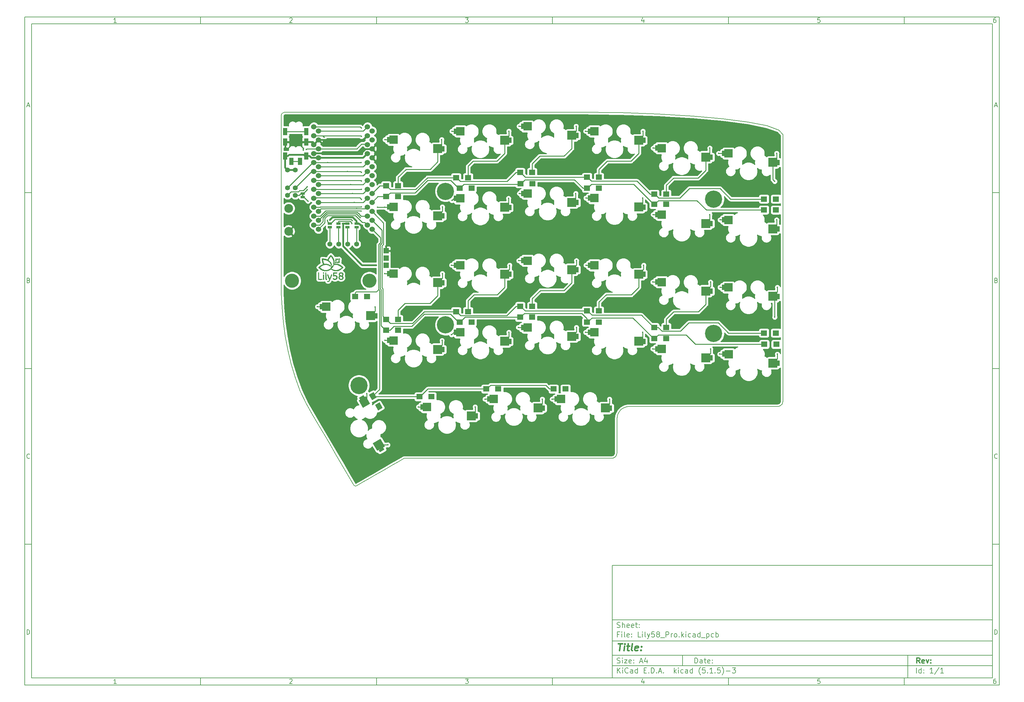
<source format=gtl>
G04 #@! TF.GenerationSoftware,KiCad,Pcbnew,(5.1.5)-3*
G04 #@! TF.CreationDate,2020-05-06T00:51:22+04:00*
G04 #@! TF.ProjectId,Lily58_Pro,4c696c79-3538-45f5-9072-6f2e6b696361,rev?*
G04 #@! TF.SameCoordinates,Original*
G04 #@! TF.FileFunction,Copper,L1,Top*
G04 #@! TF.FilePolarity,Positive*
%FSLAX46Y46*%
G04 Gerber Fmt 4.6, Leading zero omitted, Abs format (unit mm)*
G04 Created by KiCad (PCBNEW (5.1.5)-3) date 2020-05-06 00:51:22*
%MOMM*%
%LPD*%
G04 APERTURE LIST*
%ADD10C,0.100000*%
%ADD11C,0.150000*%
%ADD12C,0.300000*%
%ADD13C,0.400000*%
%ADD14C,0.200000*%
%ADD15C,0.010000*%
%ADD16R,2.500000X2.500000*%
%ADD17R,2.400000X2.400000*%
%ADD18R,0.700000X1.500000*%
%ADD19R,1.200000X2.100000*%
%ADD20R,1.524000X1.524000*%
%ADD21C,1.524000*%
%ADD22C,4.900000*%
%ADD23C,1.397000*%
%ADD24R,1.143000X0.635000*%
%ADD25C,2.500000*%
%ADD26R,0.381000X0.381000*%
%ADD27R,1.800000X1.500000*%
%ADD28C,4.000000*%
%ADD29C,0.400000*%
%ADD30C,0.250000*%
%ADD31C,0.500000*%
%ADD32C,0.254000*%
G04 APERTURE END LIST*
D10*
D11*
X177002200Y-166007200D02*
X177002200Y-198007200D01*
X285002200Y-198007200D01*
X285002200Y-166007200D01*
X177002200Y-166007200D01*
D10*
D11*
X10000000Y-10000000D02*
X10000000Y-200007200D01*
X287002200Y-200007200D01*
X287002200Y-10000000D01*
X10000000Y-10000000D01*
D10*
D11*
X12000000Y-12000000D02*
X12000000Y-198007200D01*
X285002200Y-198007200D01*
X285002200Y-12000000D01*
X12000000Y-12000000D01*
D10*
D11*
X60000000Y-12000000D02*
X60000000Y-10000000D01*
D10*
D11*
X110000000Y-12000000D02*
X110000000Y-10000000D01*
D10*
D11*
X160000000Y-12000000D02*
X160000000Y-10000000D01*
D10*
D11*
X210000000Y-12000000D02*
X210000000Y-10000000D01*
D10*
D11*
X260000000Y-12000000D02*
X260000000Y-10000000D01*
D10*
D11*
X36065476Y-11588095D02*
X35322619Y-11588095D01*
X35694047Y-11588095D02*
X35694047Y-10288095D01*
X35570238Y-10473809D01*
X35446428Y-10597619D01*
X35322619Y-10659523D01*
D10*
D11*
X85322619Y-10411904D02*
X85384523Y-10350000D01*
X85508333Y-10288095D01*
X85817857Y-10288095D01*
X85941666Y-10350000D01*
X86003571Y-10411904D01*
X86065476Y-10535714D01*
X86065476Y-10659523D01*
X86003571Y-10845238D01*
X85260714Y-11588095D01*
X86065476Y-11588095D01*
D10*
D11*
X135260714Y-10288095D02*
X136065476Y-10288095D01*
X135632142Y-10783333D01*
X135817857Y-10783333D01*
X135941666Y-10845238D01*
X136003571Y-10907142D01*
X136065476Y-11030952D01*
X136065476Y-11340476D01*
X136003571Y-11464285D01*
X135941666Y-11526190D01*
X135817857Y-11588095D01*
X135446428Y-11588095D01*
X135322619Y-11526190D01*
X135260714Y-11464285D01*
D10*
D11*
X185941666Y-10721428D02*
X185941666Y-11588095D01*
X185632142Y-10226190D02*
X185322619Y-11154761D01*
X186127380Y-11154761D01*
D10*
D11*
X236003571Y-10288095D02*
X235384523Y-10288095D01*
X235322619Y-10907142D01*
X235384523Y-10845238D01*
X235508333Y-10783333D01*
X235817857Y-10783333D01*
X235941666Y-10845238D01*
X236003571Y-10907142D01*
X236065476Y-11030952D01*
X236065476Y-11340476D01*
X236003571Y-11464285D01*
X235941666Y-11526190D01*
X235817857Y-11588095D01*
X235508333Y-11588095D01*
X235384523Y-11526190D01*
X235322619Y-11464285D01*
D10*
D11*
X285941666Y-10288095D02*
X285694047Y-10288095D01*
X285570238Y-10350000D01*
X285508333Y-10411904D01*
X285384523Y-10597619D01*
X285322619Y-10845238D01*
X285322619Y-11340476D01*
X285384523Y-11464285D01*
X285446428Y-11526190D01*
X285570238Y-11588095D01*
X285817857Y-11588095D01*
X285941666Y-11526190D01*
X286003571Y-11464285D01*
X286065476Y-11340476D01*
X286065476Y-11030952D01*
X286003571Y-10907142D01*
X285941666Y-10845238D01*
X285817857Y-10783333D01*
X285570238Y-10783333D01*
X285446428Y-10845238D01*
X285384523Y-10907142D01*
X285322619Y-11030952D01*
D10*
D11*
X60000000Y-198007200D02*
X60000000Y-200007200D01*
D10*
D11*
X110000000Y-198007200D02*
X110000000Y-200007200D01*
D10*
D11*
X160000000Y-198007200D02*
X160000000Y-200007200D01*
D10*
D11*
X210000000Y-198007200D02*
X210000000Y-200007200D01*
D10*
D11*
X260000000Y-198007200D02*
X260000000Y-200007200D01*
D10*
D11*
X36065476Y-199595295D02*
X35322619Y-199595295D01*
X35694047Y-199595295D02*
X35694047Y-198295295D01*
X35570238Y-198481009D01*
X35446428Y-198604819D01*
X35322619Y-198666723D01*
D10*
D11*
X85322619Y-198419104D02*
X85384523Y-198357200D01*
X85508333Y-198295295D01*
X85817857Y-198295295D01*
X85941666Y-198357200D01*
X86003571Y-198419104D01*
X86065476Y-198542914D01*
X86065476Y-198666723D01*
X86003571Y-198852438D01*
X85260714Y-199595295D01*
X86065476Y-199595295D01*
D10*
D11*
X135260714Y-198295295D02*
X136065476Y-198295295D01*
X135632142Y-198790533D01*
X135817857Y-198790533D01*
X135941666Y-198852438D01*
X136003571Y-198914342D01*
X136065476Y-199038152D01*
X136065476Y-199347676D01*
X136003571Y-199471485D01*
X135941666Y-199533390D01*
X135817857Y-199595295D01*
X135446428Y-199595295D01*
X135322619Y-199533390D01*
X135260714Y-199471485D01*
D10*
D11*
X185941666Y-198728628D02*
X185941666Y-199595295D01*
X185632142Y-198233390D02*
X185322619Y-199161961D01*
X186127380Y-199161961D01*
D10*
D11*
X236003571Y-198295295D02*
X235384523Y-198295295D01*
X235322619Y-198914342D01*
X235384523Y-198852438D01*
X235508333Y-198790533D01*
X235817857Y-198790533D01*
X235941666Y-198852438D01*
X236003571Y-198914342D01*
X236065476Y-199038152D01*
X236065476Y-199347676D01*
X236003571Y-199471485D01*
X235941666Y-199533390D01*
X235817857Y-199595295D01*
X235508333Y-199595295D01*
X235384523Y-199533390D01*
X235322619Y-199471485D01*
D10*
D11*
X285941666Y-198295295D02*
X285694047Y-198295295D01*
X285570238Y-198357200D01*
X285508333Y-198419104D01*
X285384523Y-198604819D01*
X285322619Y-198852438D01*
X285322619Y-199347676D01*
X285384523Y-199471485D01*
X285446428Y-199533390D01*
X285570238Y-199595295D01*
X285817857Y-199595295D01*
X285941666Y-199533390D01*
X286003571Y-199471485D01*
X286065476Y-199347676D01*
X286065476Y-199038152D01*
X286003571Y-198914342D01*
X285941666Y-198852438D01*
X285817857Y-198790533D01*
X285570238Y-198790533D01*
X285446428Y-198852438D01*
X285384523Y-198914342D01*
X285322619Y-199038152D01*
D10*
D11*
X10000000Y-60000000D02*
X12000000Y-60000000D01*
D10*
D11*
X10000000Y-110000000D02*
X12000000Y-110000000D01*
D10*
D11*
X10000000Y-160000000D02*
X12000000Y-160000000D01*
D10*
D11*
X10690476Y-35216666D02*
X11309523Y-35216666D01*
X10566666Y-35588095D02*
X11000000Y-34288095D01*
X11433333Y-35588095D01*
D10*
D11*
X11092857Y-84907142D02*
X11278571Y-84969047D01*
X11340476Y-85030952D01*
X11402380Y-85154761D01*
X11402380Y-85340476D01*
X11340476Y-85464285D01*
X11278571Y-85526190D01*
X11154761Y-85588095D01*
X10659523Y-85588095D01*
X10659523Y-84288095D01*
X11092857Y-84288095D01*
X11216666Y-84350000D01*
X11278571Y-84411904D01*
X11340476Y-84535714D01*
X11340476Y-84659523D01*
X11278571Y-84783333D01*
X11216666Y-84845238D01*
X11092857Y-84907142D01*
X10659523Y-84907142D01*
D10*
D11*
X11402380Y-135464285D02*
X11340476Y-135526190D01*
X11154761Y-135588095D01*
X11030952Y-135588095D01*
X10845238Y-135526190D01*
X10721428Y-135402380D01*
X10659523Y-135278571D01*
X10597619Y-135030952D01*
X10597619Y-134845238D01*
X10659523Y-134597619D01*
X10721428Y-134473809D01*
X10845238Y-134350000D01*
X11030952Y-134288095D01*
X11154761Y-134288095D01*
X11340476Y-134350000D01*
X11402380Y-134411904D01*
D10*
D11*
X10659523Y-185588095D02*
X10659523Y-184288095D01*
X10969047Y-184288095D01*
X11154761Y-184350000D01*
X11278571Y-184473809D01*
X11340476Y-184597619D01*
X11402380Y-184845238D01*
X11402380Y-185030952D01*
X11340476Y-185278571D01*
X11278571Y-185402380D01*
X11154761Y-185526190D01*
X10969047Y-185588095D01*
X10659523Y-185588095D01*
D10*
D11*
X287002200Y-60000000D02*
X285002200Y-60000000D01*
D10*
D11*
X287002200Y-110000000D02*
X285002200Y-110000000D01*
D10*
D11*
X287002200Y-160000000D02*
X285002200Y-160000000D01*
D10*
D11*
X285692676Y-35216666D02*
X286311723Y-35216666D01*
X285568866Y-35588095D02*
X286002200Y-34288095D01*
X286435533Y-35588095D01*
D10*
D11*
X286095057Y-84907142D02*
X286280771Y-84969047D01*
X286342676Y-85030952D01*
X286404580Y-85154761D01*
X286404580Y-85340476D01*
X286342676Y-85464285D01*
X286280771Y-85526190D01*
X286156961Y-85588095D01*
X285661723Y-85588095D01*
X285661723Y-84288095D01*
X286095057Y-84288095D01*
X286218866Y-84350000D01*
X286280771Y-84411904D01*
X286342676Y-84535714D01*
X286342676Y-84659523D01*
X286280771Y-84783333D01*
X286218866Y-84845238D01*
X286095057Y-84907142D01*
X285661723Y-84907142D01*
D10*
D11*
X286404580Y-135464285D02*
X286342676Y-135526190D01*
X286156961Y-135588095D01*
X286033152Y-135588095D01*
X285847438Y-135526190D01*
X285723628Y-135402380D01*
X285661723Y-135278571D01*
X285599819Y-135030952D01*
X285599819Y-134845238D01*
X285661723Y-134597619D01*
X285723628Y-134473809D01*
X285847438Y-134350000D01*
X286033152Y-134288095D01*
X286156961Y-134288095D01*
X286342676Y-134350000D01*
X286404580Y-134411904D01*
D10*
D11*
X285661723Y-185588095D02*
X285661723Y-184288095D01*
X285971247Y-184288095D01*
X286156961Y-184350000D01*
X286280771Y-184473809D01*
X286342676Y-184597619D01*
X286404580Y-184845238D01*
X286404580Y-185030952D01*
X286342676Y-185278571D01*
X286280771Y-185402380D01*
X286156961Y-185526190D01*
X285971247Y-185588095D01*
X285661723Y-185588095D01*
D10*
D11*
X200434342Y-193785771D02*
X200434342Y-192285771D01*
X200791485Y-192285771D01*
X201005771Y-192357200D01*
X201148628Y-192500057D01*
X201220057Y-192642914D01*
X201291485Y-192928628D01*
X201291485Y-193142914D01*
X201220057Y-193428628D01*
X201148628Y-193571485D01*
X201005771Y-193714342D01*
X200791485Y-193785771D01*
X200434342Y-193785771D01*
X202577200Y-193785771D02*
X202577200Y-193000057D01*
X202505771Y-192857200D01*
X202362914Y-192785771D01*
X202077200Y-192785771D01*
X201934342Y-192857200D01*
X202577200Y-193714342D02*
X202434342Y-193785771D01*
X202077200Y-193785771D01*
X201934342Y-193714342D01*
X201862914Y-193571485D01*
X201862914Y-193428628D01*
X201934342Y-193285771D01*
X202077200Y-193214342D01*
X202434342Y-193214342D01*
X202577200Y-193142914D01*
X203077200Y-192785771D02*
X203648628Y-192785771D01*
X203291485Y-192285771D02*
X203291485Y-193571485D01*
X203362914Y-193714342D01*
X203505771Y-193785771D01*
X203648628Y-193785771D01*
X204720057Y-193714342D02*
X204577200Y-193785771D01*
X204291485Y-193785771D01*
X204148628Y-193714342D01*
X204077200Y-193571485D01*
X204077200Y-193000057D01*
X204148628Y-192857200D01*
X204291485Y-192785771D01*
X204577200Y-192785771D01*
X204720057Y-192857200D01*
X204791485Y-193000057D01*
X204791485Y-193142914D01*
X204077200Y-193285771D01*
X205434342Y-193642914D02*
X205505771Y-193714342D01*
X205434342Y-193785771D01*
X205362914Y-193714342D01*
X205434342Y-193642914D01*
X205434342Y-193785771D01*
X205434342Y-192857200D02*
X205505771Y-192928628D01*
X205434342Y-193000057D01*
X205362914Y-192928628D01*
X205434342Y-192857200D01*
X205434342Y-193000057D01*
D10*
D11*
X177002200Y-194507200D02*
X285002200Y-194507200D01*
D10*
D11*
X178434342Y-196585771D02*
X178434342Y-195085771D01*
X179291485Y-196585771D02*
X178648628Y-195728628D01*
X179291485Y-195085771D02*
X178434342Y-195942914D01*
X179934342Y-196585771D02*
X179934342Y-195585771D01*
X179934342Y-195085771D02*
X179862914Y-195157200D01*
X179934342Y-195228628D01*
X180005771Y-195157200D01*
X179934342Y-195085771D01*
X179934342Y-195228628D01*
X181505771Y-196442914D02*
X181434342Y-196514342D01*
X181220057Y-196585771D01*
X181077200Y-196585771D01*
X180862914Y-196514342D01*
X180720057Y-196371485D01*
X180648628Y-196228628D01*
X180577200Y-195942914D01*
X180577200Y-195728628D01*
X180648628Y-195442914D01*
X180720057Y-195300057D01*
X180862914Y-195157200D01*
X181077200Y-195085771D01*
X181220057Y-195085771D01*
X181434342Y-195157200D01*
X181505771Y-195228628D01*
X182791485Y-196585771D02*
X182791485Y-195800057D01*
X182720057Y-195657200D01*
X182577200Y-195585771D01*
X182291485Y-195585771D01*
X182148628Y-195657200D01*
X182791485Y-196514342D02*
X182648628Y-196585771D01*
X182291485Y-196585771D01*
X182148628Y-196514342D01*
X182077200Y-196371485D01*
X182077200Y-196228628D01*
X182148628Y-196085771D01*
X182291485Y-196014342D01*
X182648628Y-196014342D01*
X182791485Y-195942914D01*
X184148628Y-196585771D02*
X184148628Y-195085771D01*
X184148628Y-196514342D02*
X184005771Y-196585771D01*
X183720057Y-196585771D01*
X183577200Y-196514342D01*
X183505771Y-196442914D01*
X183434342Y-196300057D01*
X183434342Y-195871485D01*
X183505771Y-195728628D01*
X183577200Y-195657200D01*
X183720057Y-195585771D01*
X184005771Y-195585771D01*
X184148628Y-195657200D01*
X186005771Y-195800057D02*
X186505771Y-195800057D01*
X186720057Y-196585771D02*
X186005771Y-196585771D01*
X186005771Y-195085771D01*
X186720057Y-195085771D01*
X187362914Y-196442914D02*
X187434342Y-196514342D01*
X187362914Y-196585771D01*
X187291485Y-196514342D01*
X187362914Y-196442914D01*
X187362914Y-196585771D01*
X188077200Y-196585771D02*
X188077200Y-195085771D01*
X188434342Y-195085771D01*
X188648628Y-195157200D01*
X188791485Y-195300057D01*
X188862914Y-195442914D01*
X188934342Y-195728628D01*
X188934342Y-195942914D01*
X188862914Y-196228628D01*
X188791485Y-196371485D01*
X188648628Y-196514342D01*
X188434342Y-196585771D01*
X188077200Y-196585771D01*
X189577200Y-196442914D02*
X189648628Y-196514342D01*
X189577200Y-196585771D01*
X189505771Y-196514342D01*
X189577200Y-196442914D01*
X189577200Y-196585771D01*
X190220057Y-196157200D02*
X190934342Y-196157200D01*
X190077200Y-196585771D02*
X190577200Y-195085771D01*
X191077200Y-196585771D01*
X191577200Y-196442914D02*
X191648628Y-196514342D01*
X191577200Y-196585771D01*
X191505771Y-196514342D01*
X191577200Y-196442914D01*
X191577200Y-196585771D01*
X194577200Y-196585771D02*
X194577200Y-195085771D01*
X194720057Y-196014342D02*
X195148628Y-196585771D01*
X195148628Y-195585771D02*
X194577200Y-196157200D01*
X195791485Y-196585771D02*
X195791485Y-195585771D01*
X195791485Y-195085771D02*
X195720057Y-195157200D01*
X195791485Y-195228628D01*
X195862914Y-195157200D01*
X195791485Y-195085771D01*
X195791485Y-195228628D01*
X197148628Y-196514342D02*
X197005771Y-196585771D01*
X196720057Y-196585771D01*
X196577200Y-196514342D01*
X196505771Y-196442914D01*
X196434342Y-196300057D01*
X196434342Y-195871485D01*
X196505771Y-195728628D01*
X196577200Y-195657200D01*
X196720057Y-195585771D01*
X197005771Y-195585771D01*
X197148628Y-195657200D01*
X198434342Y-196585771D02*
X198434342Y-195800057D01*
X198362914Y-195657200D01*
X198220057Y-195585771D01*
X197934342Y-195585771D01*
X197791485Y-195657200D01*
X198434342Y-196514342D02*
X198291485Y-196585771D01*
X197934342Y-196585771D01*
X197791485Y-196514342D01*
X197720057Y-196371485D01*
X197720057Y-196228628D01*
X197791485Y-196085771D01*
X197934342Y-196014342D01*
X198291485Y-196014342D01*
X198434342Y-195942914D01*
X199791485Y-196585771D02*
X199791485Y-195085771D01*
X199791485Y-196514342D02*
X199648628Y-196585771D01*
X199362914Y-196585771D01*
X199220057Y-196514342D01*
X199148628Y-196442914D01*
X199077200Y-196300057D01*
X199077200Y-195871485D01*
X199148628Y-195728628D01*
X199220057Y-195657200D01*
X199362914Y-195585771D01*
X199648628Y-195585771D01*
X199791485Y-195657200D01*
X202077200Y-197157200D02*
X202005771Y-197085771D01*
X201862914Y-196871485D01*
X201791485Y-196728628D01*
X201720057Y-196514342D01*
X201648628Y-196157200D01*
X201648628Y-195871485D01*
X201720057Y-195514342D01*
X201791485Y-195300057D01*
X201862914Y-195157200D01*
X202005771Y-194942914D01*
X202077200Y-194871485D01*
X203362914Y-195085771D02*
X202648628Y-195085771D01*
X202577200Y-195800057D01*
X202648628Y-195728628D01*
X202791485Y-195657200D01*
X203148628Y-195657200D01*
X203291485Y-195728628D01*
X203362914Y-195800057D01*
X203434342Y-195942914D01*
X203434342Y-196300057D01*
X203362914Y-196442914D01*
X203291485Y-196514342D01*
X203148628Y-196585771D01*
X202791485Y-196585771D01*
X202648628Y-196514342D01*
X202577200Y-196442914D01*
X204077200Y-196442914D02*
X204148628Y-196514342D01*
X204077200Y-196585771D01*
X204005771Y-196514342D01*
X204077200Y-196442914D01*
X204077200Y-196585771D01*
X205577200Y-196585771D02*
X204720057Y-196585771D01*
X205148628Y-196585771D02*
X205148628Y-195085771D01*
X205005771Y-195300057D01*
X204862914Y-195442914D01*
X204720057Y-195514342D01*
X206220057Y-196442914D02*
X206291485Y-196514342D01*
X206220057Y-196585771D01*
X206148628Y-196514342D01*
X206220057Y-196442914D01*
X206220057Y-196585771D01*
X207648628Y-195085771D02*
X206934342Y-195085771D01*
X206862914Y-195800057D01*
X206934342Y-195728628D01*
X207077200Y-195657200D01*
X207434342Y-195657200D01*
X207577200Y-195728628D01*
X207648628Y-195800057D01*
X207720057Y-195942914D01*
X207720057Y-196300057D01*
X207648628Y-196442914D01*
X207577200Y-196514342D01*
X207434342Y-196585771D01*
X207077200Y-196585771D01*
X206934342Y-196514342D01*
X206862914Y-196442914D01*
X208220057Y-197157200D02*
X208291485Y-197085771D01*
X208434342Y-196871485D01*
X208505771Y-196728628D01*
X208577200Y-196514342D01*
X208648628Y-196157200D01*
X208648628Y-195871485D01*
X208577200Y-195514342D01*
X208505771Y-195300057D01*
X208434342Y-195157200D01*
X208291485Y-194942914D01*
X208220057Y-194871485D01*
X209362914Y-196014342D02*
X210505771Y-196014342D01*
X211077200Y-195085771D02*
X212005771Y-195085771D01*
X211505771Y-195657200D01*
X211720057Y-195657200D01*
X211862914Y-195728628D01*
X211934342Y-195800057D01*
X212005771Y-195942914D01*
X212005771Y-196300057D01*
X211934342Y-196442914D01*
X211862914Y-196514342D01*
X211720057Y-196585771D01*
X211291485Y-196585771D01*
X211148628Y-196514342D01*
X211077200Y-196442914D01*
D10*
D11*
X177002200Y-191507200D02*
X285002200Y-191507200D01*
D10*
D12*
X264411485Y-193785771D02*
X263911485Y-193071485D01*
X263554342Y-193785771D02*
X263554342Y-192285771D01*
X264125771Y-192285771D01*
X264268628Y-192357200D01*
X264340057Y-192428628D01*
X264411485Y-192571485D01*
X264411485Y-192785771D01*
X264340057Y-192928628D01*
X264268628Y-193000057D01*
X264125771Y-193071485D01*
X263554342Y-193071485D01*
X265625771Y-193714342D02*
X265482914Y-193785771D01*
X265197200Y-193785771D01*
X265054342Y-193714342D01*
X264982914Y-193571485D01*
X264982914Y-193000057D01*
X265054342Y-192857200D01*
X265197200Y-192785771D01*
X265482914Y-192785771D01*
X265625771Y-192857200D01*
X265697200Y-193000057D01*
X265697200Y-193142914D01*
X264982914Y-193285771D01*
X266197200Y-192785771D02*
X266554342Y-193785771D01*
X266911485Y-192785771D01*
X267482914Y-193642914D02*
X267554342Y-193714342D01*
X267482914Y-193785771D01*
X267411485Y-193714342D01*
X267482914Y-193642914D01*
X267482914Y-193785771D01*
X267482914Y-192857200D02*
X267554342Y-192928628D01*
X267482914Y-193000057D01*
X267411485Y-192928628D01*
X267482914Y-192857200D01*
X267482914Y-193000057D01*
D10*
D11*
X178362914Y-193714342D02*
X178577200Y-193785771D01*
X178934342Y-193785771D01*
X179077200Y-193714342D01*
X179148628Y-193642914D01*
X179220057Y-193500057D01*
X179220057Y-193357200D01*
X179148628Y-193214342D01*
X179077200Y-193142914D01*
X178934342Y-193071485D01*
X178648628Y-193000057D01*
X178505771Y-192928628D01*
X178434342Y-192857200D01*
X178362914Y-192714342D01*
X178362914Y-192571485D01*
X178434342Y-192428628D01*
X178505771Y-192357200D01*
X178648628Y-192285771D01*
X179005771Y-192285771D01*
X179220057Y-192357200D01*
X179862914Y-193785771D02*
X179862914Y-192785771D01*
X179862914Y-192285771D02*
X179791485Y-192357200D01*
X179862914Y-192428628D01*
X179934342Y-192357200D01*
X179862914Y-192285771D01*
X179862914Y-192428628D01*
X180434342Y-192785771D02*
X181220057Y-192785771D01*
X180434342Y-193785771D01*
X181220057Y-193785771D01*
X182362914Y-193714342D02*
X182220057Y-193785771D01*
X181934342Y-193785771D01*
X181791485Y-193714342D01*
X181720057Y-193571485D01*
X181720057Y-193000057D01*
X181791485Y-192857200D01*
X181934342Y-192785771D01*
X182220057Y-192785771D01*
X182362914Y-192857200D01*
X182434342Y-193000057D01*
X182434342Y-193142914D01*
X181720057Y-193285771D01*
X183077200Y-193642914D02*
X183148628Y-193714342D01*
X183077200Y-193785771D01*
X183005771Y-193714342D01*
X183077200Y-193642914D01*
X183077200Y-193785771D01*
X183077200Y-192857200D02*
X183148628Y-192928628D01*
X183077200Y-193000057D01*
X183005771Y-192928628D01*
X183077200Y-192857200D01*
X183077200Y-193000057D01*
X184862914Y-193357200D02*
X185577200Y-193357200D01*
X184720057Y-193785771D02*
X185220057Y-192285771D01*
X185720057Y-193785771D01*
X186862914Y-192785771D02*
X186862914Y-193785771D01*
X186505771Y-192214342D02*
X186148628Y-193285771D01*
X187077200Y-193285771D01*
D10*
D11*
X263434342Y-196585771D02*
X263434342Y-195085771D01*
X264791485Y-196585771D02*
X264791485Y-195085771D01*
X264791485Y-196514342D02*
X264648628Y-196585771D01*
X264362914Y-196585771D01*
X264220057Y-196514342D01*
X264148628Y-196442914D01*
X264077200Y-196300057D01*
X264077200Y-195871485D01*
X264148628Y-195728628D01*
X264220057Y-195657200D01*
X264362914Y-195585771D01*
X264648628Y-195585771D01*
X264791485Y-195657200D01*
X265505771Y-196442914D02*
X265577200Y-196514342D01*
X265505771Y-196585771D01*
X265434342Y-196514342D01*
X265505771Y-196442914D01*
X265505771Y-196585771D01*
X265505771Y-195657200D02*
X265577200Y-195728628D01*
X265505771Y-195800057D01*
X265434342Y-195728628D01*
X265505771Y-195657200D01*
X265505771Y-195800057D01*
X268148628Y-196585771D02*
X267291485Y-196585771D01*
X267720057Y-196585771D02*
X267720057Y-195085771D01*
X267577200Y-195300057D01*
X267434342Y-195442914D01*
X267291485Y-195514342D01*
X269862914Y-195014342D02*
X268577200Y-196942914D01*
X271148628Y-196585771D02*
X270291485Y-196585771D01*
X270720057Y-196585771D02*
X270720057Y-195085771D01*
X270577200Y-195300057D01*
X270434342Y-195442914D01*
X270291485Y-195514342D01*
D10*
D11*
X177002200Y-187507200D02*
X285002200Y-187507200D01*
D10*
D13*
X178714580Y-188211961D02*
X179857438Y-188211961D01*
X179036009Y-190211961D02*
X179286009Y-188211961D01*
X180274104Y-190211961D02*
X180440771Y-188878628D01*
X180524104Y-188211961D02*
X180416961Y-188307200D01*
X180500295Y-188402438D01*
X180607438Y-188307200D01*
X180524104Y-188211961D01*
X180500295Y-188402438D01*
X181107438Y-188878628D02*
X181869342Y-188878628D01*
X181476485Y-188211961D02*
X181262200Y-189926247D01*
X181333628Y-190116723D01*
X181512200Y-190211961D01*
X181702676Y-190211961D01*
X182655057Y-190211961D02*
X182476485Y-190116723D01*
X182405057Y-189926247D01*
X182619342Y-188211961D01*
X184190771Y-190116723D02*
X183988390Y-190211961D01*
X183607438Y-190211961D01*
X183428866Y-190116723D01*
X183357438Y-189926247D01*
X183452676Y-189164342D01*
X183571723Y-188973866D01*
X183774104Y-188878628D01*
X184155057Y-188878628D01*
X184333628Y-188973866D01*
X184405057Y-189164342D01*
X184381247Y-189354819D01*
X183405057Y-189545295D01*
X185155057Y-190021485D02*
X185238390Y-190116723D01*
X185131247Y-190211961D01*
X185047914Y-190116723D01*
X185155057Y-190021485D01*
X185131247Y-190211961D01*
X185286009Y-188973866D02*
X185369342Y-189069104D01*
X185262200Y-189164342D01*
X185178866Y-189069104D01*
X185286009Y-188973866D01*
X185262200Y-189164342D01*
D10*
D11*
X178934342Y-185600057D02*
X178434342Y-185600057D01*
X178434342Y-186385771D02*
X178434342Y-184885771D01*
X179148628Y-184885771D01*
X179720057Y-186385771D02*
X179720057Y-185385771D01*
X179720057Y-184885771D02*
X179648628Y-184957200D01*
X179720057Y-185028628D01*
X179791485Y-184957200D01*
X179720057Y-184885771D01*
X179720057Y-185028628D01*
X180648628Y-186385771D02*
X180505771Y-186314342D01*
X180434342Y-186171485D01*
X180434342Y-184885771D01*
X181791485Y-186314342D02*
X181648628Y-186385771D01*
X181362914Y-186385771D01*
X181220057Y-186314342D01*
X181148628Y-186171485D01*
X181148628Y-185600057D01*
X181220057Y-185457200D01*
X181362914Y-185385771D01*
X181648628Y-185385771D01*
X181791485Y-185457200D01*
X181862914Y-185600057D01*
X181862914Y-185742914D01*
X181148628Y-185885771D01*
X182505771Y-186242914D02*
X182577200Y-186314342D01*
X182505771Y-186385771D01*
X182434342Y-186314342D01*
X182505771Y-186242914D01*
X182505771Y-186385771D01*
X182505771Y-185457200D02*
X182577200Y-185528628D01*
X182505771Y-185600057D01*
X182434342Y-185528628D01*
X182505771Y-185457200D01*
X182505771Y-185600057D01*
X185077200Y-186385771D02*
X184362914Y-186385771D01*
X184362914Y-184885771D01*
X185577200Y-186385771D02*
X185577200Y-185385771D01*
X185577200Y-184885771D02*
X185505771Y-184957200D01*
X185577200Y-185028628D01*
X185648628Y-184957200D01*
X185577200Y-184885771D01*
X185577200Y-185028628D01*
X186505771Y-186385771D02*
X186362914Y-186314342D01*
X186291485Y-186171485D01*
X186291485Y-184885771D01*
X186934342Y-185385771D02*
X187291485Y-186385771D01*
X187648628Y-185385771D02*
X187291485Y-186385771D01*
X187148628Y-186742914D01*
X187077200Y-186814342D01*
X186934342Y-186885771D01*
X188934342Y-184885771D02*
X188220057Y-184885771D01*
X188148628Y-185600057D01*
X188220057Y-185528628D01*
X188362914Y-185457200D01*
X188720057Y-185457200D01*
X188862914Y-185528628D01*
X188934342Y-185600057D01*
X189005771Y-185742914D01*
X189005771Y-186100057D01*
X188934342Y-186242914D01*
X188862914Y-186314342D01*
X188720057Y-186385771D01*
X188362914Y-186385771D01*
X188220057Y-186314342D01*
X188148628Y-186242914D01*
X189862914Y-185528628D02*
X189720057Y-185457200D01*
X189648628Y-185385771D01*
X189577200Y-185242914D01*
X189577200Y-185171485D01*
X189648628Y-185028628D01*
X189720057Y-184957200D01*
X189862914Y-184885771D01*
X190148628Y-184885771D01*
X190291485Y-184957200D01*
X190362914Y-185028628D01*
X190434342Y-185171485D01*
X190434342Y-185242914D01*
X190362914Y-185385771D01*
X190291485Y-185457200D01*
X190148628Y-185528628D01*
X189862914Y-185528628D01*
X189720057Y-185600057D01*
X189648628Y-185671485D01*
X189577200Y-185814342D01*
X189577200Y-186100057D01*
X189648628Y-186242914D01*
X189720057Y-186314342D01*
X189862914Y-186385771D01*
X190148628Y-186385771D01*
X190291485Y-186314342D01*
X190362914Y-186242914D01*
X190434342Y-186100057D01*
X190434342Y-185814342D01*
X190362914Y-185671485D01*
X190291485Y-185600057D01*
X190148628Y-185528628D01*
X190720057Y-186528628D02*
X191862914Y-186528628D01*
X192220057Y-186385771D02*
X192220057Y-184885771D01*
X192791485Y-184885771D01*
X192934342Y-184957200D01*
X193005771Y-185028628D01*
X193077200Y-185171485D01*
X193077200Y-185385771D01*
X193005771Y-185528628D01*
X192934342Y-185600057D01*
X192791485Y-185671485D01*
X192220057Y-185671485D01*
X193720057Y-186385771D02*
X193720057Y-185385771D01*
X193720057Y-185671485D02*
X193791485Y-185528628D01*
X193862914Y-185457200D01*
X194005771Y-185385771D01*
X194148628Y-185385771D01*
X194862914Y-186385771D02*
X194720057Y-186314342D01*
X194648628Y-186242914D01*
X194577200Y-186100057D01*
X194577200Y-185671485D01*
X194648628Y-185528628D01*
X194720057Y-185457200D01*
X194862914Y-185385771D01*
X195077200Y-185385771D01*
X195220057Y-185457200D01*
X195291485Y-185528628D01*
X195362914Y-185671485D01*
X195362914Y-186100057D01*
X195291485Y-186242914D01*
X195220057Y-186314342D01*
X195077200Y-186385771D01*
X194862914Y-186385771D01*
X196005771Y-186242914D02*
X196077200Y-186314342D01*
X196005771Y-186385771D01*
X195934342Y-186314342D01*
X196005771Y-186242914D01*
X196005771Y-186385771D01*
X196720057Y-186385771D02*
X196720057Y-184885771D01*
X196862914Y-185814342D02*
X197291485Y-186385771D01*
X197291485Y-185385771D02*
X196720057Y-185957200D01*
X197934342Y-186385771D02*
X197934342Y-185385771D01*
X197934342Y-184885771D02*
X197862914Y-184957200D01*
X197934342Y-185028628D01*
X198005771Y-184957200D01*
X197934342Y-184885771D01*
X197934342Y-185028628D01*
X199291485Y-186314342D02*
X199148628Y-186385771D01*
X198862914Y-186385771D01*
X198720057Y-186314342D01*
X198648628Y-186242914D01*
X198577200Y-186100057D01*
X198577200Y-185671485D01*
X198648628Y-185528628D01*
X198720057Y-185457200D01*
X198862914Y-185385771D01*
X199148628Y-185385771D01*
X199291485Y-185457200D01*
X200577200Y-186385771D02*
X200577200Y-185600057D01*
X200505771Y-185457200D01*
X200362914Y-185385771D01*
X200077200Y-185385771D01*
X199934342Y-185457200D01*
X200577200Y-186314342D02*
X200434342Y-186385771D01*
X200077200Y-186385771D01*
X199934342Y-186314342D01*
X199862914Y-186171485D01*
X199862914Y-186028628D01*
X199934342Y-185885771D01*
X200077200Y-185814342D01*
X200434342Y-185814342D01*
X200577200Y-185742914D01*
X201934342Y-186385771D02*
X201934342Y-184885771D01*
X201934342Y-186314342D02*
X201791485Y-186385771D01*
X201505771Y-186385771D01*
X201362914Y-186314342D01*
X201291485Y-186242914D01*
X201220057Y-186100057D01*
X201220057Y-185671485D01*
X201291485Y-185528628D01*
X201362914Y-185457200D01*
X201505771Y-185385771D01*
X201791485Y-185385771D01*
X201934342Y-185457200D01*
X202291485Y-186528628D02*
X203434342Y-186528628D01*
X203791485Y-185385771D02*
X203791485Y-186885771D01*
X203791485Y-185457200D02*
X203934342Y-185385771D01*
X204220057Y-185385771D01*
X204362914Y-185457200D01*
X204434342Y-185528628D01*
X204505771Y-185671485D01*
X204505771Y-186100057D01*
X204434342Y-186242914D01*
X204362914Y-186314342D01*
X204220057Y-186385771D01*
X203934342Y-186385771D01*
X203791485Y-186314342D01*
X205791485Y-186314342D02*
X205648628Y-186385771D01*
X205362914Y-186385771D01*
X205220057Y-186314342D01*
X205148628Y-186242914D01*
X205077200Y-186100057D01*
X205077200Y-185671485D01*
X205148628Y-185528628D01*
X205220057Y-185457200D01*
X205362914Y-185385771D01*
X205648628Y-185385771D01*
X205791485Y-185457200D01*
X206434342Y-186385771D02*
X206434342Y-184885771D01*
X206434342Y-185457200D02*
X206577200Y-185385771D01*
X206862914Y-185385771D01*
X207005771Y-185457200D01*
X207077200Y-185528628D01*
X207148628Y-185671485D01*
X207148628Y-186100057D01*
X207077200Y-186242914D01*
X207005771Y-186314342D01*
X206862914Y-186385771D01*
X206577200Y-186385771D01*
X206434342Y-186314342D01*
D10*
D11*
X177002200Y-181507200D02*
X285002200Y-181507200D01*
D10*
D11*
X178362914Y-183614342D02*
X178577200Y-183685771D01*
X178934342Y-183685771D01*
X179077200Y-183614342D01*
X179148628Y-183542914D01*
X179220057Y-183400057D01*
X179220057Y-183257200D01*
X179148628Y-183114342D01*
X179077200Y-183042914D01*
X178934342Y-182971485D01*
X178648628Y-182900057D01*
X178505771Y-182828628D01*
X178434342Y-182757200D01*
X178362914Y-182614342D01*
X178362914Y-182471485D01*
X178434342Y-182328628D01*
X178505771Y-182257200D01*
X178648628Y-182185771D01*
X179005771Y-182185771D01*
X179220057Y-182257200D01*
X179862914Y-183685771D02*
X179862914Y-182185771D01*
X180505771Y-183685771D02*
X180505771Y-182900057D01*
X180434342Y-182757200D01*
X180291485Y-182685771D01*
X180077200Y-182685771D01*
X179934342Y-182757200D01*
X179862914Y-182828628D01*
X181791485Y-183614342D02*
X181648628Y-183685771D01*
X181362914Y-183685771D01*
X181220057Y-183614342D01*
X181148628Y-183471485D01*
X181148628Y-182900057D01*
X181220057Y-182757200D01*
X181362914Y-182685771D01*
X181648628Y-182685771D01*
X181791485Y-182757200D01*
X181862914Y-182900057D01*
X181862914Y-183042914D01*
X181148628Y-183185771D01*
X183077200Y-183614342D02*
X182934342Y-183685771D01*
X182648628Y-183685771D01*
X182505771Y-183614342D01*
X182434342Y-183471485D01*
X182434342Y-182900057D01*
X182505771Y-182757200D01*
X182648628Y-182685771D01*
X182934342Y-182685771D01*
X183077200Y-182757200D01*
X183148628Y-182900057D01*
X183148628Y-183042914D01*
X182434342Y-183185771D01*
X183577200Y-182685771D02*
X184148628Y-182685771D01*
X183791485Y-182185771D02*
X183791485Y-183471485D01*
X183862914Y-183614342D01*
X184005771Y-183685771D01*
X184148628Y-183685771D01*
X184648628Y-183542914D02*
X184720057Y-183614342D01*
X184648628Y-183685771D01*
X184577200Y-183614342D01*
X184648628Y-183542914D01*
X184648628Y-183685771D01*
X184648628Y-182757200D02*
X184720057Y-182828628D01*
X184648628Y-182900057D01*
X184577200Y-182828628D01*
X184648628Y-182757200D01*
X184648628Y-182900057D01*
D10*
D11*
X197002200Y-191507200D02*
X197002200Y-194507200D01*
D10*
D11*
X261002200Y-191507200D02*
X261002200Y-198007200D01*
D14*
X116186619Y-136480784D02*
X117862313Y-135510645D01*
X114510925Y-137450923D02*
X116186619Y-136480784D01*
X82937528Y-50750629D02*
X82937528Y-44443695D01*
X82937528Y-57057562D02*
X82937528Y-50750629D01*
X115211711Y-37086762D02*
X104803877Y-37086762D01*
X218692418Y-120789735D02*
X223959999Y-120789735D01*
X213424836Y-120789735D02*
X218692418Y-120789735D01*
X208157255Y-120789735D02*
X213424836Y-120789735D01*
X202889673Y-120789735D02*
X208157255Y-120789735D01*
X197622092Y-120789735D02*
X202889673Y-120789735D01*
X192354511Y-120789735D02*
X197622092Y-120789735D01*
X187086929Y-120789735D02*
X192354511Y-120789735D01*
X181819348Y-120789735D02*
X187086929Y-120789735D01*
X181113524Y-120860778D02*
X181819348Y-120789735D01*
X180456326Y-121064561D02*
X181113524Y-120860778D01*
X179861773Y-121387065D02*
X180456326Y-121064561D01*
X179343884Y-121814271D02*
X179861773Y-121387065D01*
X178916678Y-122332160D02*
X179343884Y-121814271D01*
X178594174Y-122926713D02*
X178916678Y-122332160D01*
X178390391Y-123583911D02*
X178594174Y-122926713D01*
X178319348Y-124289735D02*
X178390391Y-123583911D01*
X199807654Y-38170488D02*
X189919538Y-37585374D01*
X208420758Y-38945561D02*
X199807654Y-38170488D01*
X215525697Y-39885159D02*
X208420758Y-38945561D01*
X220889319Y-40963847D02*
X215525697Y-39885159D01*
X178989563Y-37215654D02*
X167250881Y-37086762D01*
X189919538Y-37585374D02*
X178989563Y-37215654D01*
X177658308Y-135255660D02*
X177403500Y-135393876D01*
X177880261Y-135072571D02*
X177658308Y-135255660D01*
X178063349Y-134850619D02*
X177880261Y-135072571D01*
X178201565Y-134595810D02*
X178063349Y-134850619D01*
X178288901Y-134314154D02*
X178201565Y-134595810D01*
X178319348Y-134011658D02*
X178288901Y-134314154D01*
X225460000Y-52918378D02*
X225460000Y-62400000D01*
X225460000Y-43436755D02*
X225460000Y-52918378D01*
X82937528Y-69671429D02*
X82937528Y-63364495D01*
X82937528Y-75978362D02*
X82937528Y-69671429D01*
X82937528Y-82285296D02*
X82937528Y-75978362D01*
X82937528Y-88592229D02*
X82937528Y-82285296D01*
X104803877Y-37086762D02*
X94396044Y-37086762D01*
X125619545Y-37086762D02*
X115211711Y-37086762D01*
X136027379Y-37086762D02*
X125619545Y-37086762D01*
X146435213Y-37086762D02*
X136027379Y-37086762D01*
X156843047Y-37086762D02*
X146435213Y-37086762D01*
X167250881Y-37086762D02*
X156843047Y-37086762D01*
X83400937Y-37265961D02*
X83579303Y-37169210D01*
X83245570Y-37394123D02*
X83400937Y-37265961D01*
X83117409Y-37549489D02*
X83245570Y-37394123D01*
X83020657Y-37727855D02*
X83117409Y-37549489D01*
X82959523Y-37925015D02*
X83020657Y-37727855D01*
X82938210Y-38136762D02*
X82959523Y-37925015D01*
X83776462Y-37108075D02*
X83988210Y-37086762D01*
X83579303Y-37169210D02*
X83776462Y-37108075D01*
X94396044Y-37086762D02*
X83988210Y-37086762D01*
X82937528Y-63364495D02*
X82937528Y-57057562D01*
X82937528Y-44443695D02*
X82937528Y-38136762D01*
X88291758Y-116318073D02*
X89993333Y-119989540D01*
X86863105Y-112530670D02*
X88291758Y-116318073D01*
X85688004Y-108649127D02*
X86863105Y-112530670D01*
X84747083Y-104695246D02*
X85688004Y-108649127D01*
X84020972Y-100690825D02*
X84747083Y-104695246D01*
X83490297Y-96657663D02*
X84020972Y-100690825D01*
X83135690Y-92617561D02*
X83490297Y-96657663D01*
X82937777Y-88592317D02*
X83135690Y-92617561D01*
X104288864Y-143357278D02*
X104456758Y-143271756D01*
X104130206Y-143404468D02*
X104288864Y-143357278D01*
X103981252Y-143413974D02*
X104130206Y-143404468D01*
X103842470Y-143386445D02*
X103981252Y-143413974D01*
X103714328Y-143322532D02*
X103842470Y-143386445D01*
X103597295Y-143222884D02*
X103714328Y-143322532D01*
X103491837Y-143088150D02*
X103597295Y-143222884D01*
X103398425Y-142918979D02*
X103491837Y-143088150D01*
X112835230Y-138421062D02*
X114510925Y-137450923D01*
X111159536Y-139391201D02*
X112835230Y-138421062D01*
X109483841Y-140361340D02*
X111159536Y-139391201D01*
X107808147Y-141331479D02*
X109483841Y-140361340D01*
X106132452Y-142301617D02*
X107808147Y-141331479D01*
X104456758Y-143271756D02*
X106132452Y-142301617D01*
X101722730Y-140052659D02*
X103398425Y-142918979D01*
X100047036Y-137186340D02*
X101722730Y-140052659D01*
X98371341Y-134320020D02*
X100047036Y-137186340D01*
X96695647Y-131453701D02*
X98371341Y-134320020D01*
X95019952Y-128587381D02*
X96695647Y-131453701D01*
X93344258Y-125721062D02*
X95019952Y-128587381D01*
X91668563Y-122854742D02*
X93344258Y-125721062D01*
X89992869Y-119988423D02*
X91668563Y-122854742D01*
X169449826Y-135511658D02*
X176819348Y-135511658D01*
X162080304Y-135511658D02*
X169449826Y-135511658D01*
X154710782Y-135511658D02*
X162080304Y-135511658D01*
X147341260Y-135511658D02*
X154710782Y-135511658D01*
X139971738Y-135511658D02*
X147341260Y-135511658D01*
X132602217Y-135511658D02*
X139971738Y-135511658D01*
X125232695Y-135511658D02*
X132602217Y-135511658D01*
X117863173Y-135511658D02*
X125232695Y-135511658D01*
X178319348Y-131597973D02*
X178319348Y-134011658D01*
X178319348Y-130379933D02*
X178319348Y-131597973D01*
X178319348Y-129161894D02*
X178319348Y-130379933D01*
X178319348Y-127943854D02*
X178319348Y-129161894D01*
X178319348Y-126725814D02*
X178319348Y-127943854D01*
X178319348Y-125507775D02*
X178319348Y-126725814D01*
X178319348Y-124289735D02*
X178319348Y-125507775D01*
X177121844Y-135481211D02*
X176819348Y-135511658D01*
X177403500Y-135393876D02*
X177121844Y-135481211D01*
X224278471Y-42156190D02*
X220889319Y-40963847D01*
X225460000Y-43436755D02*
X224278471Y-42156190D01*
X224262495Y-120759288D02*
X223959999Y-120789735D01*
X224544152Y-120671952D02*
X224262495Y-120759288D01*
X224798960Y-120533736D02*
X224544152Y-120671952D01*
X225020912Y-120350648D02*
X224798960Y-120533736D01*
X225204001Y-120128696D02*
X225020912Y-120350648D01*
X225342217Y-119873887D02*
X225204001Y-120128696D01*
X225429552Y-119592231D02*
X225342217Y-119873887D01*
X225459999Y-119289735D02*
X225429552Y-119592231D01*
X225460000Y-109808112D02*
X225460000Y-119289735D01*
X225460000Y-100326490D02*
X225460000Y-109808112D01*
X225460000Y-90844867D02*
X225460000Y-100326490D01*
X225460000Y-81363245D02*
X225460000Y-90844867D01*
X225460000Y-71881623D02*
X225460000Y-81363245D01*
X225460000Y-62400000D02*
X225460000Y-71881623D01*
D15*
G36*
X97248955Y-83243370D02*
G01*
X97278216Y-83248098D01*
X97289624Y-83252258D01*
X97311575Y-83271141D01*
X97322843Y-83297920D01*
X97322246Y-83329519D01*
X97321123Y-83334247D01*
X97317541Y-83344099D01*
X97308818Y-83366378D01*
X97295362Y-83400095D01*
X97277577Y-83444264D01*
X97255868Y-83497897D01*
X97230642Y-83560006D01*
X97202304Y-83629605D01*
X97171259Y-83705707D01*
X97137914Y-83787323D01*
X97102672Y-83873467D01*
X97065941Y-83963151D01*
X97028126Y-84055389D01*
X96989631Y-84149193D01*
X96950863Y-84243575D01*
X96912228Y-84337548D01*
X96874130Y-84430126D01*
X96836975Y-84520320D01*
X96801169Y-84607143D01*
X96767117Y-84689609D01*
X96735226Y-84766730D01*
X96705899Y-84837519D01*
X96679544Y-84900987D01*
X96656565Y-84956149D01*
X96637368Y-85002017D01*
X96622358Y-85037603D01*
X96611942Y-85061921D01*
X96606524Y-85073982D01*
X96606444Y-85074143D01*
X96569721Y-85135070D01*
X96523785Y-85192137D01*
X96471592Y-85242315D01*
X96416099Y-85282573D01*
X96387967Y-85298070D01*
X96314761Y-85326573D01*
X96239682Y-85341740D01*
X96164714Y-85343303D01*
X96110309Y-85335508D01*
X96068356Y-85324122D01*
X96025964Y-85308767D01*
X95988586Y-85291593D01*
X95967854Y-85279319D01*
X95951735Y-85262135D01*
X95939995Y-85238689D01*
X95939548Y-85237257D01*
X95935622Y-85221239D01*
X95935644Y-85207443D01*
X95940524Y-85191210D01*
X95951173Y-85167879D01*
X95954368Y-85161356D01*
X95975473Y-85125599D01*
X95998156Y-85103255D01*
X96024557Y-85093556D01*
X96056819Y-85095732D01*
X96097083Y-85109015D01*
X96098519Y-85109612D01*
X96152232Y-85127554D01*
X96200211Y-85133298D01*
X96244946Y-85126606D01*
X96288926Y-85107240D01*
X96316992Y-85088701D01*
X96345737Y-85064197D01*
X96372875Y-85033603D01*
X96399453Y-84995264D01*
X96426519Y-84947528D01*
X96455120Y-84888739D01*
X96481096Y-84829609D01*
X96533247Y-84706539D01*
X96244110Y-84020039D01*
X96194586Y-83902222D01*
X96149221Y-83793819D01*
X96108180Y-83695238D01*
X96071630Y-83606889D01*
X96039736Y-83529179D01*
X96012666Y-83462516D01*
X95990585Y-83407309D01*
X95973659Y-83363966D01*
X95962055Y-83332895D01*
X95955939Y-83314505D01*
X95954972Y-83309803D01*
X95961305Y-83283185D01*
X95972475Y-83265705D01*
X95981359Y-83256317D01*
X95990784Y-83250244D01*
X96004128Y-83246629D01*
X96024767Y-83244619D01*
X96056081Y-83243357D01*
X96061375Y-83243196D01*
X96105661Y-83243534D01*
X96138441Y-83248263D01*
X96162319Y-83258361D01*
X96179895Y-83274806D01*
X96190404Y-83291693D01*
X96195333Y-83302697D01*
X96205143Y-83325894D01*
X96219315Y-83360006D01*
X96237334Y-83403751D01*
X96258680Y-83455851D01*
X96282838Y-83515025D01*
X96309290Y-83579994D01*
X96337518Y-83649478D01*
X96367006Y-83722197D01*
X96397235Y-83796871D01*
X96427690Y-83872221D01*
X96457853Y-83946967D01*
X96487206Y-84019828D01*
X96515232Y-84089526D01*
X96541414Y-84154781D01*
X96565235Y-84214312D01*
X96586177Y-84266840D01*
X96603723Y-84311085D01*
X96617356Y-84345768D01*
X96626559Y-84369608D01*
X96630815Y-84381326D01*
X96630859Y-84381472D01*
X96637275Y-84399275D01*
X96642986Y-84409303D01*
X96644400Y-84410115D01*
X96649349Y-84403867D01*
X96655775Y-84388220D01*
X96657981Y-84381339D01*
X96662146Y-84369641D01*
X96671181Y-84345810D01*
X96684578Y-84311128D01*
X96701827Y-84266877D01*
X96722418Y-84214337D01*
X96745843Y-84154791D01*
X96771592Y-84089519D01*
X96799155Y-84019805D01*
X96828024Y-83946928D01*
X96857689Y-83872170D01*
X96887640Y-83796814D01*
X96917369Y-83722141D01*
X96946365Y-83649431D01*
X96974120Y-83579967D01*
X97000123Y-83515030D01*
X97023867Y-83455902D01*
X97044841Y-83403864D01*
X97062536Y-83360198D01*
X97076443Y-83326185D01*
X97086052Y-83303107D01*
X97090854Y-83292246D01*
X97090865Y-83292223D01*
X97107401Y-83268947D01*
X97130164Y-83253472D01*
X97161591Y-83244759D01*
X97204116Y-83241766D01*
X97209003Y-83241742D01*
X97248955Y-83243370D01*
G37*
X97248955Y-83243370D02*
X97278216Y-83248098D01*
X97289624Y-83252258D01*
X97311575Y-83271141D01*
X97322843Y-83297920D01*
X97322246Y-83329519D01*
X97321123Y-83334247D01*
X97317541Y-83344099D01*
X97308818Y-83366378D01*
X97295362Y-83400095D01*
X97277577Y-83444264D01*
X97255868Y-83497897D01*
X97230642Y-83560006D01*
X97202304Y-83629605D01*
X97171259Y-83705707D01*
X97137914Y-83787323D01*
X97102672Y-83873467D01*
X97065941Y-83963151D01*
X97028126Y-84055389D01*
X96989631Y-84149193D01*
X96950863Y-84243575D01*
X96912228Y-84337548D01*
X96874130Y-84430126D01*
X96836975Y-84520320D01*
X96801169Y-84607143D01*
X96767117Y-84689609D01*
X96735226Y-84766730D01*
X96705899Y-84837519D01*
X96679544Y-84900987D01*
X96656565Y-84956149D01*
X96637368Y-85002017D01*
X96622358Y-85037603D01*
X96611942Y-85061921D01*
X96606524Y-85073982D01*
X96606444Y-85074143D01*
X96569721Y-85135070D01*
X96523785Y-85192137D01*
X96471592Y-85242315D01*
X96416099Y-85282573D01*
X96387967Y-85298070D01*
X96314761Y-85326573D01*
X96239682Y-85341740D01*
X96164714Y-85343303D01*
X96110309Y-85335508D01*
X96068356Y-85324122D01*
X96025964Y-85308767D01*
X95988586Y-85291593D01*
X95967854Y-85279319D01*
X95951735Y-85262135D01*
X95939995Y-85238689D01*
X95939548Y-85237257D01*
X95935622Y-85221239D01*
X95935644Y-85207443D01*
X95940524Y-85191210D01*
X95951173Y-85167879D01*
X95954368Y-85161356D01*
X95975473Y-85125599D01*
X95998156Y-85103255D01*
X96024557Y-85093556D01*
X96056819Y-85095732D01*
X96097083Y-85109015D01*
X96098519Y-85109612D01*
X96152232Y-85127554D01*
X96200211Y-85133298D01*
X96244946Y-85126606D01*
X96288926Y-85107240D01*
X96316992Y-85088701D01*
X96345737Y-85064197D01*
X96372875Y-85033603D01*
X96399453Y-84995264D01*
X96426519Y-84947528D01*
X96455120Y-84888739D01*
X96481096Y-84829609D01*
X96533247Y-84706539D01*
X96244110Y-84020039D01*
X96194586Y-83902222D01*
X96149221Y-83793819D01*
X96108180Y-83695238D01*
X96071630Y-83606889D01*
X96039736Y-83529179D01*
X96012666Y-83462516D01*
X95990585Y-83407309D01*
X95973659Y-83363966D01*
X95962055Y-83332895D01*
X95955939Y-83314505D01*
X95954972Y-83309803D01*
X95961305Y-83283185D01*
X95972475Y-83265705D01*
X95981359Y-83256317D01*
X95990784Y-83250244D01*
X96004128Y-83246629D01*
X96024767Y-83244619D01*
X96056081Y-83243357D01*
X96061375Y-83243196D01*
X96105661Y-83243534D01*
X96138441Y-83248263D01*
X96162319Y-83258361D01*
X96179895Y-83274806D01*
X96190404Y-83291693D01*
X96195333Y-83302697D01*
X96205143Y-83325894D01*
X96219315Y-83360006D01*
X96237334Y-83403751D01*
X96258680Y-83455851D01*
X96282838Y-83515025D01*
X96309290Y-83579994D01*
X96337518Y-83649478D01*
X96367006Y-83722197D01*
X96397235Y-83796871D01*
X96427690Y-83872221D01*
X96457853Y-83946967D01*
X96487206Y-84019828D01*
X96515232Y-84089526D01*
X96541414Y-84154781D01*
X96565235Y-84214312D01*
X96586177Y-84266840D01*
X96603723Y-84311085D01*
X96617356Y-84345768D01*
X96626559Y-84369608D01*
X96630815Y-84381326D01*
X96630859Y-84381472D01*
X96637275Y-84399275D01*
X96642986Y-84409303D01*
X96644400Y-84410115D01*
X96649349Y-84403867D01*
X96655775Y-84388220D01*
X96657981Y-84381339D01*
X96662146Y-84369641D01*
X96671181Y-84345810D01*
X96684578Y-84311128D01*
X96701827Y-84266877D01*
X96722418Y-84214337D01*
X96745843Y-84154791D01*
X96771592Y-84089519D01*
X96799155Y-84019805D01*
X96828024Y-83946928D01*
X96857689Y-83872170D01*
X96887640Y-83796814D01*
X96917369Y-83722141D01*
X96946365Y-83649431D01*
X96974120Y-83579967D01*
X97000123Y-83515030D01*
X97023867Y-83455902D01*
X97044841Y-83403864D01*
X97062536Y-83360198D01*
X97076443Y-83326185D01*
X97086052Y-83303107D01*
X97090854Y-83292246D01*
X97090865Y-83292223D01*
X97107401Y-83268947D01*
X97130164Y-83253472D01*
X97161591Y-83244759D01*
X97204116Y-83241766D01*
X97209003Y-83241742D01*
X97248955Y-83243370D01*
G36*
X95577562Y-82662965D02*
G01*
X95614020Y-82670438D01*
X95639312Y-82685037D01*
X95648614Y-82695939D01*
X95650510Y-82699587D01*
X95652213Y-82704960D01*
X95653738Y-82712842D01*
X95655099Y-82724018D01*
X95656312Y-82739271D01*
X95657390Y-82759385D01*
X95658348Y-82785144D01*
X95659201Y-82817333D01*
X95659962Y-82856734D01*
X95660647Y-82904131D01*
X95661269Y-82960310D01*
X95661844Y-83026052D01*
X95662385Y-83102144D01*
X95662907Y-83189367D01*
X95663425Y-83288507D01*
X95663953Y-83400347D01*
X95664505Y-83525670D01*
X95664686Y-83567963D01*
X95668315Y-84421000D01*
X95686457Y-84457275D01*
X95710766Y-84493028D01*
X95742528Y-84516653D01*
X95783309Y-84529291D01*
X95785955Y-84529707D01*
X95824666Y-84538829D01*
X95851037Y-84553127D01*
X95866473Y-84573197D01*
X95872212Y-84595302D01*
X95874761Y-84625515D01*
X95874198Y-84658155D01*
X95870604Y-84687543D01*
X95864600Y-84706996D01*
X95845464Y-84728425D01*
X95814698Y-84741734D01*
X95772790Y-84746793D01*
X95726372Y-84744233D01*
X95655516Y-84729630D01*
X95593564Y-84703704D01*
X95540929Y-84666818D01*
X95498023Y-84619333D01*
X95465258Y-84561613D01*
X95443399Y-84495525D01*
X95441754Y-84486898D01*
X95440281Y-84475207D01*
X95438971Y-84459679D01*
X95437814Y-84439543D01*
X95436801Y-84414026D01*
X95435924Y-84382357D01*
X95435172Y-84343764D01*
X95434537Y-84297475D01*
X95434009Y-84242719D01*
X95433580Y-84178722D01*
X95433241Y-84104714D01*
X95432981Y-84019922D01*
X95432793Y-83923574D01*
X95432666Y-83814900D01*
X95432592Y-83693126D01*
X95432565Y-83581100D01*
X95432457Y-82712172D01*
X95453473Y-82688651D01*
X95465438Y-82676463D01*
X95477224Y-82669140D01*
X95493225Y-82665155D01*
X95517836Y-82662979D01*
X95529068Y-82662374D01*
X95577562Y-82662965D01*
G37*
X95577562Y-82662965D02*
X95614020Y-82670438D01*
X95639312Y-82685037D01*
X95648614Y-82695939D01*
X95650510Y-82699587D01*
X95652213Y-82704960D01*
X95653738Y-82712842D01*
X95655099Y-82724018D01*
X95656312Y-82739271D01*
X95657390Y-82759385D01*
X95658348Y-82785144D01*
X95659201Y-82817333D01*
X95659962Y-82856734D01*
X95660647Y-82904131D01*
X95661269Y-82960310D01*
X95661844Y-83026052D01*
X95662385Y-83102144D01*
X95662907Y-83189367D01*
X95663425Y-83288507D01*
X95663953Y-83400347D01*
X95664505Y-83525670D01*
X95664686Y-83567963D01*
X95668315Y-84421000D01*
X95686457Y-84457275D01*
X95710766Y-84493028D01*
X95742528Y-84516653D01*
X95783309Y-84529291D01*
X95785955Y-84529707D01*
X95824666Y-84538829D01*
X95851037Y-84553127D01*
X95866473Y-84573197D01*
X95872212Y-84595302D01*
X95874761Y-84625515D01*
X95874198Y-84658155D01*
X95870604Y-84687543D01*
X95864600Y-84706996D01*
X95845464Y-84728425D01*
X95814698Y-84741734D01*
X95772790Y-84746793D01*
X95726372Y-84744233D01*
X95655516Y-84729630D01*
X95593564Y-84703704D01*
X95540929Y-84666818D01*
X95498023Y-84619333D01*
X95465258Y-84561613D01*
X95443399Y-84495525D01*
X95441754Y-84486898D01*
X95440281Y-84475207D01*
X95438971Y-84459679D01*
X95437814Y-84439543D01*
X95436801Y-84414026D01*
X95435924Y-84382357D01*
X95435172Y-84343764D01*
X95434537Y-84297475D01*
X95434009Y-84242719D01*
X95433580Y-84178722D01*
X95433241Y-84104714D01*
X95432981Y-84019922D01*
X95432793Y-83923574D01*
X95432666Y-83814900D01*
X95432592Y-83693126D01*
X95432565Y-83581100D01*
X95432457Y-82712172D01*
X95453473Y-82688651D01*
X95465438Y-82676463D01*
X95477224Y-82669140D01*
X95493225Y-82665155D01*
X95517836Y-82662979D01*
X95529068Y-82662374D01*
X95577562Y-82662965D01*
G36*
X98300995Y-82672034D02*
G01*
X98384164Y-82672110D01*
X98454924Y-82672349D01*
X98514327Y-82672843D01*
X98563425Y-82673681D01*
X98603271Y-82674957D01*
X98634916Y-82676762D01*
X98659415Y-82679186D01*
X98677818Y-82682321D01*
X98691179Y-82686260D01*
X98700549Y-82691092D01*
X98706981Y-82696910D01*
X98711528Y-82703806D01*
X98715242Y-82711869D01*
X98717207Y-82716589D01*
X98722865Y-82739214D01*
X98726120Y-82770807D01*
X98726896Y-82806008D01*
X98725117Y-82839460D01*
X98720705Y-82865804D01*
X98719400Y-82870038D01*
X98707544Y-82890545D01*
X98692186Y-82905593D01*
X98686985Y-82908578D01*
X98680091Y-82911093D01*
X98670265Y-82913186D01*
X98656265Y-82914907D01*
X98636850Y-82916306D01*
X98610779Y-82917430D01*
X98576813Y-82918331D01*
X98533709Y-82919056D01*
X98480227Y-82919655D01*
X98415126Y-82920178D01*
X98337165Y-82920673D01*
X98308100Y-82920841D01*
X98236886Y-82921365D01*
X98170268Y-82922088D01*
X98109617Y-82922977D01*
X98056303Y-82924003D01*
X98011697Y-82925133D01*
X97977169Y-82926337D01*
X97954090Y-82927583D01*
X97943831Y-82928841D01*
X97943429Y-82929137D01*
X97942639Y-82937549D01*
X97940392Y-82958720D01*
X97936872Y-82990989D01*
X97932261Y-83032694D01*
X97926745Y-83082174D01*
X97920506Y-83137766D01*
X97914084Y-83194660D01*
X97907415Y-83254333D01*
X97901433Y-83309320D01*
X97896302Y-83357986D01*
X97892188Y-83398701D01*
X97889255Y-83429830D01*
X97887670Y-83449742D01*
X97887568Y-83456788D01*
X97895157Y-83455634D01*
X97911952Y-83449758D01*
X97929613Y-83442450D01*
X98004434Y-83417014D01*
X98086668Y-83402242D01*
X98173929Y-83398095D01*
X98263825Y-83404534D01*
X98353970Y-83421520D01*
X98441974Y-83449014D01*
X98446975Y-83450935D01*
X98518086Y-83482949D01*
X98581342Y-83521528D01*
X98641237Y-83569636D01*
X98673431Y-83600284D01*
X98728936Y-83661604D01*
X98772585Y-83723547D01*
X98806722Y-83789734D01*
X98823006Y-83831262D01*
X98850309Y-83929008D01*
X98863101Y-84026887D01*
X98861381Y-84124844D01*
X98845147Y-84222823D01*
X98827940Y-84283115D01*
X98790891Y-84372628D01*
X98741971Y-84454468D01*
X98682047Y-84527919D01*
X98611986Y-84592265D01*
X98532654Y-84646790D01*
X98444920Y-84690778D01*
X98349649Y-84723513D01*
X98274492Y-84740125D01*
X98224769Y-84746216D01*
X98166737Y-84749459D01*
X98106334Y-84749788D01*
X98049498Y-84747132D01*
X98012987Y-84743169D01*
X97920321Y-84723204D01*
X97828650Y-84691173D01*
X97741008Y-84648552D01*
X97660429Y-84596818D01*
X97589947Y-84537449D01*
X97589643Y-84537152D01*
X97567448Y-84514884D01*
X97553935Y-84498875D01*
X97546993Y-84485677D01*
X97544513Y-84471845D01*
X97544286Y-84463045D01*
X97545624Y-84447052D01*
X97550728Y-84431219D01*
X97561230Y-84412230D01*
X97578766Y-84386770D01*
X97588183Y-84373939D01*
X97617198Y-84337361D01*
X97642422Y-84312964D01*
X97666207Y-84300514D01*
X97690906Y-84299780D01*
X97718873Y-84310526D01*
X97752458Y-84332521D01*
X97780989Y-84354825D01*
X97832439Y-84391461D01*
X97890884Y-84424521D01*
X97950687Y-84451087D01*
X97994229Y-84465309D01*
X98036743Y-84473129D01*
X98087743Y-84477252D01*
X98141917Y-84477680D01*
X98193957Y-84474414D01*
X98238552Y-84467456D01*
X98247610Y-84465223D01*
X98325509Y-84437504D01*
X98393958Y-84399349D01*
X98452337Y-84351432D01*
X98500026Y-84294425D01*
X98536406Y-84229002D01*
X98560857Y-84155837D01*
X98568407Y-84116616D01*
X98571825Y-84045843D01*
X98561830Y-83975575D01*
X98539448Y-83907804D01*
X98505707Y-83844524D01*
X98461630Y-83787725D01*
X98408245Y-83739400D01*
X98357534Y-83707118D01*
X98309307Y-83683988D01*
X98263420Y-83667853D01*
X98215037Y-83657494D01*
X98159318Y-83651690D01*
X98132115Y-83650299D01*
X98069713Y-83649651D01*
X98016059Y-83653743D01*
X97965884Y-83663550D01*
X97913917Y-83680048D01*
X97865378Y-83699637D01*
X97828479Y-83714745D01*
X97800006Y-83724116D01*
X97775614Y-83728916D01*
X97751115Y-83730310D01*
X97704535Y-83725493D01*
X97664704Y-83711508D01*
X97633458Y-83689583D01*
X97612633Y-83660947D01*
X97604496Y-83632238D01*
X97604460Y-83617791D01*
X97605924Y-83590838D01*
X97608723Y-83552925D01*
X97612695Y-83505598D01*
X97617677Y-83450406D01*
X97623505Y-83388893D01*
X97630016Y-83322608D01*
X97637046Y-83253097D01*
X97644433Y-83181907D01*
X97652013Y-83110584D01*
X97659623Y-83040677D01*
X97667099Y-82973730D01*
X97674278Y-82911292D01*
X97680998Y-82854909D01*
X97687094Y-82806127D01*
X97692403Y-82766494D01*
X97696763Y-82737557D01*
X97700009Y-82720862D01*
X97701018Y-82717839D01*
X97715174Y-82698650D01*
X97730986Y-82684797D01*
X97735763Y-82682187D01*
X97742249Y-82679957D01*
X97751544Y-82678077D01*
X97764750Y-82676519D01*
X97782964Y-82675251D01*
X97807287Y-82674245D01*
X97838818Y-82673470D01*
X97878658Y-82672898D01*
X97927907Y-82672498D01*
X97987663Y-82672241D01*
X98059027Y-82672098D01*
X98143098Y-82672037D01*
X98204364Y-82672029D01*
X98300995Y-82672034D01*
G37*
X98300995Y-82672034D02*
X98384164Y-82672110D01*
X98454924Y-82672349D01*
X98514327Y-82672843D01*
X98563425Y-82673681D01*
X98603271Y-82674957D01*
X98634916Y-82676762D01*
X98659415Y-82679186D01*
X98677818Y-82682321D01*
X98691179Y-82686260D01*
X98700549Y-82691092D01*
X98706981Y-82696910D01*
X98711528Y-82703806D01*
X98715242Y-82711869D01*
X98717207Y-82716589D01*
X98722865Y-82739214D01*
X98726120Y-82770807D01*
X98726896Y-82806008D01*
X98725117Y-82839460D01*
X98720705Y-82865804D01*
X98719400Y-82870038D01*
X98707544Y-82890545D01*
X98692186Y-82905593D01*
X98686985Y-82908578D01*
X98680091Y-82911093D01*
X98670265Y-82913186D01*
X98656265Y-82914907D01*
X98636850Y-82916306D01*
X98610779Y-82917430D01*
X98576813Y-82918331D01*
X98533709Y-82919056D01*
X98480227Y-82919655D01*
X98415126Y-82920178D01*
X98337165Y-82920673D01*
X98308100Y-82920841D01*
X98236886Y-82921365D01*
X98170268Y-82922088D01*
X98109617Y-82922977D01*
X98056303Y-82924003D01*
X98011697Y-82925133D01*
X97977169Y-82926337D01*
X97954090Y-82927583D01*
X97943831Y-82928841D01*
X97943429Y-82929137D01*
X97942639Y-82937549D01*
X97940392Y-82958720D01*
X97936872Y-82990989D01*
X97932261Y-83032694D01*
X97926745Y-83082174D01*
X97920506Y-83137766D01*
X97914084Y-83194660D01*
X97907415Y-83254333D01*
X97901433Y-83309320D01*
X97896302Y-83357986D01*
X97892188Y-83398701D01*
X97889255Y-83429830D01*
X97887670Y-83449742D01*
X97887568Y-83456788D01*
X97895157Y-83455634D01*
X97911952Y-83449758D01*
X97929613Y-83442450D01*
X98004434Y-83417014D01*
X98086668Y-83402242D01*
X98173929Y-83398095D01*
X98263825Y-83404534D01*
X98353970Y-83421520D01*
X98441974Y-83449014D01*
X98446975Y-83450935D01*
X98518086Y-83482949D01*
X98581342Y-83521528D01*
X98641237Y-83569636D01*
X98673431Y-83600284D01*
X98728936Y-83661604D01*
X98772585Y-83723547D01*
X98806722Y-83789734D01*
X98823006Y-83831262D01*
X98850309Y-83929008D01*
X98863101Y-84026887D01*
X98861381Y-84124844D01*
X98845147Y-84222823D01*
X98827940Y-84283115D01*
X98790891Y-84372628D01*
X98741971Y-84454468D01*
X98682047Y-84527919D01*
X98611986Y-84592265D01*
X98532654Y-84646790D01*
X98444920Y-84690778D01*
X98349649Y-84723513D01*
X98274492Y-84740125D01*
X98224769Y-84746216D01*
X98166737Y-84749459D01*
X98106334Y-84749788D01*
X98049498Y-84747132D01*
X98012987Y-84743169D01*
X97920321Y-84723204D01*
X97828650Y-84691173D01*
X97741008Y-84648552D01*
X97660429Y-84596818D01*
X97589947Y-84537449D01*
X97589643Y-84537152D01*
X97567448Y-84514884D01*
X97553935Y-84498875D01*
X97546993Y-84485677D01*
X97544513Y-84471845D01*
X97544286Y-84463045D01*
X97545624Y-84447052D01*
X97550728Y-84431219D01*
X97561230Y-84412230D01*
X97578766Y-84386770D01*
X97588183Y-84373939D01*
X97617198Y-84337361D01*
X97642422Y-84312964D01*
X97666207Y-84300514D01*
X97690906Y-84299780D01*
X97718873Y-84310526D01*
X97752458Y-84332521D01*
X97780989Y-84354825D01*
X97832439Y-84391461D01*
X97890884Y-84424521D01*
X97950687Y-84451087D01*
X97994229Y-84465309D01*
X98036743Y-84473129D01*
X98087743Y-84477252D01*
X98141917Y-84477680D01*
X98193957Y-84474414D01*
X98238552Y-84467456D01*
X98247610Y-84465223D01*
X98325509Y-84437504D01*
X98393958Y-84399349D01*
X98452337Y-84351432D01*
X98500026Y-84294425D01*
X98536406Y-84229002D01*
X98560857Y-84155837D01*
X98568407Y-84116616D01*
X98571825Y-84045843D01*
X98561830Y-83975575D01*
X98539448Y-83907804D01*
X98505707Y-83844524D01*
X98461630Y-83787725D01*
X98408245Y-83739400D01*
X98357534Y-83707118D01*
X98309307Y-83683988D01*
X98263420Y-83667853D01*
X98215037Y-83657494D01*
X98159318Y-83651690D01*
X98132115Y-83650299D01*
X98069713Y-83649651D01*
X98016059Y-83653743D01*
X97965884Y-83663550D01*
X97913917Y-83680048D01*
X97865378Y-83699637D01*
X97828479Y-83714745D01*
X97800006Y-83724116D01*
X97775614Y-83728916D01*
X97751115Y-83730310D01*
X97704535Y-83725493D01*
X97664704Y-83711508D01*
X97633458Y-83689583D01*
X97612633Y-83660947D01*
X97604496Y-83632238D01*
X97604460Y-83617791D01*
X97605924Y-83590838D01*
X97608723Y-83552925D01*
X97612695Y-83505598D01*
X97617677Y-83450406D01*
X97623505Y-83388893D01*
X97630016Y-83322608D01*
X97637046Y-83253097D01*
X97644433Y-83181907D01*
X97652013Y-83110584D01*
X97659623Y-83040677D01*
X97667099Y-82973730D01*
X97674278Y-82911292D01*
X97680998Y-82854909D01*
X97687094Y-82806127D01*
X97692403Y-82766494D01*
X97696763Y-82737557D01*
X97700009Y-82720862D01*
X97701018Y-82717839D01*
X97715174Y-82698650D01*
X97730986Y-82684797D01*
X97735763Y-82682187D01*
X97742249Y-82679957D01*
X97751544Y-82678077D01*
X97764750Y-82676519D01*
X97782964Y-82675251D01*
X97807287Y-82674245D01*
X97838818Y-82673470D01*
X97878658Y-82672898D01*
X97927907Y-82672498D01*
X97987663Y-82672241D01*
X98059027Y-82672098D01*
X98143098Y-82672037D01*
X98204364Y-82672029D01*
X98300995Y-82672034D01*
G36*
X99929251Y-82641304D02*
G01*
X99993591Y-82646052D01*
X100052515Y-82653640D01*
X100098884Y-82663169D01*
X100192044Y-82693582D01*
X100274312Y-82733389D01*
X100346042Y-82782806D01*
X100407589Y-82842052D01*
X100426156Y-82864343D01*
X100470955Y-82932554D01*
X100502997Y-83006440D01*
X100522409Y-83084986D01*
X100529316Y-83167178D01*
X100523843Y-83252003D01*
X100506116Y-83338445D01*
X100476260Y-83425492D01*
X100434401Y-83512128D01*
X100380664Y-83597340D01*
X100326948Y-83666474D01*
X100288627Y-83711647D01*
X100340396Y-83747009D01*
X100409580Y-83801320D01*
X100468212Y-83862080D01*
X100515135Y-83927825D01*
X100549189Y-83997091D01*
X100557842Y-84021857D01*
X100567692Y-84066305D01*
X100573192Y-84119449D01*
X100574278Y-84176118D01*
X100570887Y-84231141D01*
X100562956Y-84279348D01*
X100561085Y-84286743D01*
X100530519Y-84372814D01*
X100487386Y-84452047D01*
X100432256Y-84523769D01*
X100365704Y-84587304D01*
X100288301Y-84641978D01*
X100234678Y-84671344D01*
X100170316Y-84700217D01*
X100108343Y-84721352D01*
X100044574Y-84735713D01*
X99974824Y-84744265D01*
X99902857Y-84747805D01*
X99859794Y-84748283D01*
X99818044Y-84747825D01*
X99781514Y-84746536D01*
X99754111Y-84744522D01*
X99746975Y-84743600D01*
X99652879Y-84723132D01*
X99561807Y-84692273D01*
X99476960Y-84652342D01*
X99401540Y-84604660D01*
X99391229Y-84596915D01*
X99325087Y-84537130D01*
X99268214Y-84467370D01*
X99222175Y-84389946D01*
X99188538Y-84307173D01*
X99183374Y-84289961D01*
X99175542Y-84258293D01*
X99170543Y-84226915D01*
X99167847Y-84191039D01*
X99166922Y-84145879D01*
X99166908Y-84141600D01*
X99168078Y-84110809D01*
X99453027Y-84110809D01*
X99456105Y-84165536D01*
X99464803Y-84214174D01*
X99467322Y-84223002D01*
X99494276Y-84286304D01*
X99533568Y-84344112D01*
X99583597Y-84394977D01*
X99642763Y-84437452D01*
X99709463Y-84470086D01*
X99757715Y-84485762D01*
X99794013Y-84492206D01*
X99839327Y-84495751D01*
X99888450Y-84496396D01*
X99936177Y-84494140D01*
X99977300Y-84488981D01*
X99991896Y-84485809D01*
X100059484Y-84462556D01*
X100119368Y-84430629D01*
X100170954Y-84391388D01*
X100213646Y-84346197D01*
X100246850Y-84296415D01*
X100269970Y-84243407D01*
X100282412Y-84188532D01*
X100283580Y-84133154D01*
X100272881Y-84078635D01*
X100249718Y-84026335D01*
X100213760Y-83977903D01*
X100192533Y-83956421D01*
X100169132Y-83936192D01*
X100142080Y-83916383D01*
X100109896Y-83896162D01*
X100071101Y-83874695D01*
X100024216Y-83851149D01*
X99967762Y-83824694D01*
X99900259Y-83794494D01*
X99845502Y-83770622D01*
X99697432Y-83706569D01*
X99662703Y-83732062D01*
X99611751Y-83775314D01*
X99564389Y-83826613D01*
X99522953Y-83882722D01*
X99489777Y-83940406D01*
X99467196Y-83996427D01*
X99464098Y-84007370D01*
X99455662Y-84056064D01*
X99453027Y-84110809D01*
X99168078Y-84110809D01*
X99169539Y-84072399D01*
X99178587Y-84011227D01*
X99195291Y-83952555D01*
X99220887Y-83890855D01*
X99224899Y-83882392D01*
X99256135Y-83826952D01*
X99296787Y-83769269D01*
X99343710Y-83712997D01*
X99393758Y-83661793D01*
X99443787Y-83619312D01*
X99462906Y-83605703D01*
X99491041Y-83586910D01*
X99466535Y-83569035D01*
X99451589Y-83556701D01*
X99429648Y-83536810D01*
X99403808Y-83512237D01*
X99380250Y-83488966D01*
X99329332Y-83431348D01*
X99291663Y-83373317D01*
X99266154Y-83312219D01*
X99251713Y-83245402D01*
X99247617Y-83176400D01*
X99529354Y-83176400D01*
X99529967Y-83210789D01*
X99532148Y-83235549D01*
X99536831Y-83255553D01*
X99544954Y-83275673D01*
X99550700Y-83287502D01*
X99575694Y-83326157D01*
X99611715Y-83366305D01*
X99655893Y-83405243D01*
X99705360Y-83440265D01*
X99725280Y-83452172D01*
X99749272Y-83464916D01*
X99781351Y-83480726D01*
X99819309Y-83498637D01*
X99860939Y-83517685D01*
X99904035Y-83536904D01*
X99946389Y-83555330D01*
X99985796Y-83571998D01*
X100020049Y-83585944D01*
X100046940Y-83596201D01*
X100064263Y-83601807D01*
X100069190Y-83602529D01*
X100078020Y-83596364D01*
X100092789Y-83581254D01*
X100110877Y-83559976D01*
X100118622Y-83550143D01*
X100157950Y-83492348D01*
X100192016Y-83428994D01*
X100219532Y-83363388D01*
X100239207Y-83298834D01*
X100249753Y-83238638D01*
X100251200Y-83210354D01*
X100244713Y-83141795D01*
X100225777Y-83079880D01*
X100195180Y-83025300D01*
X100153709Y-82978742D01*
X100102152Y-82940897D01*
X100041296Y-82912454D01*
X99971929Y-82894103D01*
X99894838Y-82886532D01*
X99881086Y-82886367D01*
X99804157Y-82891991D01*
X99734300Y-82908508D01*
X99672511Y-82935380D01*
X99619783Y-82972070D01*
X99577110Y-83018040D01*
X99548564Y-83065961D01*
X99539026Y-83088277D01*
X99533217Y-83108637D01*
X99530281Y-83131966D01*
X99529360Y-83163191D01*
X99529354Y-83176400D01*
X99247617Y-83176400D01*
X99247249Y-83170212D01*
X99247274Y-83165515D01*
X99254747Y-83079725D01*
X99275241Y-82999453D01*
X99308089Y-82925386D01*
X99352625Y-82858214D01*
X99408183Y-82798626D01*
X99474094Y-82747311D01*
X99549692Y-82704959D01*
X99634311Y-82672258D01*
X99727284Y-82649898D01*
X99749588Y-82646318D01*
X99802664Y-82641216D01*
X99864080Y-82639619D01*
X99929251Y-82641304D01*
G37*
X99929251Y-82641304D02*
X99993591Y-82646052D01*
X100052515Y-82653640D01*
X100098884Y-82663169D01*
X100192044Y-82693582D01*
X100274312Y-82733389D01*
X100346042Y-82782806D01*
X100407589Y-82842052D01*
X100426156Y-82864343D01*
X100470955Y-82932554D01*
X100502997Y-83006440D01*
X100522409Y-83084986D01*
X100529316Y-83167178D01*
X100523843Y-83252003D01*
X100506116Y-83338445D01*
X100476260Y-83425492D01*
X100434401Y-83512128D01*
X100380664Y-83597340D01*
X100326948Y-83666474D01*
X100288627Y-83711647D01*
X100340396Y-83747009D01*
X100409580Y-83801320D01*
X100468212Y-83862080D01*
X100515135Y-83927825D01*
X100549189Y-83997091D01*
X100557842Y-84021857D01*
X100567692Y-84066305D01*
X100573192Y-84119449D01*
X100574278Y-84176118D01*
X100570887Y-84231141D01*
X100562956Y-84279348D01*
X100561085Y-84286743D01*
X100530519Y-84372814D01*
X100487386Y-84452047D01*
X100432256Y-84523769D01*
X100365704Y-84587304D01*
X100288301Y-84641978D01*
X100234678Y-84671344D01*
X100170316Y-84700217D01*
X100108343Y-84721352D01*
X100044574Y-84735713D01*
X99974824Y-84744265D01*
X99902857Y-84747805D01*
X99859794Y-84748283D01*
X99818044Y-84747825D01*
X99781514Y-84746536D01*
X99754111Y-84744522D01*
X99746975Y-84743600D01*
X99652879Y-84723132D01*
X99561807Y-84692273D01*
X99476960Y-84652342D01*
X99401540Y-84604660D01*
X99391229Y-84596915D01*
X99325087Y-84537130D01*
X99268214Y-84467370D01*
X99222175Y-84389946D01*
X99188538Y-84307173D01*
X99183374Y-84289961D01*
X99175542Y-84258293D01*
X99170543Y-84226915D01*
X99167847Y-84191039D01*
X99166922Y-84145879D01*
X99166908Y-84141600D01*
X99168078Y-84110809D01*
X99453027Y-84110809D01*
X99456105Y-84165536D01*
X99464803Y-84214174D01*
X99467322Y-84223002D01*
X99494276Y-84286304D01*
X99533568Y-84344112D01*
X99583597Y-84394977D01*
X99642763Y-84437452D01*
X99709463Y-84470086D01*
X99757715Y-84485762D01*
X99794013Y-84492206D01*
X99839327Y-84495751D01*
X99888450Y-84496396D01*
X99936177Y-84494140D01*
X99977300Y-84488981D01*
X99991896Y-84485809D01*
X100059484Y-84462556D01*
X100119368Y-84430629D01*
X100170954Y-84391388D01*
X100213646Y-84346197D01*
X100246850Y-84296415D01*
X100269970Y-84243407D01*
X100282412Y-84188532D01*
X100283580Y-84133154D01*
X100272881Y-84078635D01*
X100249718Y-84026335D01*
X100213760Y-83977903D01*
X100192533Y-83956421D01*
X100169132Y-83936192D01*
X100142080Y-83916383D01*
X100109896Y-83896162D01*
X100071101Y-83874695D01*
X100024216Y-83851149D01*
X99967762Y-83824694D01*
X99900259Y-83794494D01*
X99845502Y-83770622D01*
X99697432Y-83706569D01*
X99662703Y-83732062D01*
X99611751Y-83775314D01*
X99564389Y-83826613D01*
X99522953Y-83882722D01*
X99489777Y-83940406D01*
X99467196Y-83996427D01*
X99464098Y-84007370D01*
X99455662Y-84056064D01*
X99453027Y-84110809D01*
X99168078Y-84110809D01*
X99169539Y-84072399D01*
X99178587Y-84011227D01*
X99195291Y-83952555D01*
X99220887Y-83890855D01*
X99224899Y-83882392D01*
X99256135Y-83826952D01*
X99296787Y-83769269D01*
X99343710Y-83712997D01*
X99393758Y-83661793D01*
X99443787Y-83619312D01*
X99462906Y-83605703D01*
X99491041Y-83586910D01*
X99466535Y-83569035D01*
X99451589Y-83556701D01*
X99429648Y-83536810D01*
X99403808Y-83512237D01*
X99380250Y-83488966D01*
X99329332Y-83431348D01*
X99291663Y-83373317D01*
X99266154Y-83312219D01*
X99251713Y-83245402D01*
X99247617Y-83176400D01*
X99529354Y-83176400D01*
X99529967Y-83210789D01*
X99532148Y-83235549D01*
X99536831Y-83255553D01*
X99544954Y-83275673D01*
X99550700Y-83287502D01*
X99575694Y-83326157D01*
X99611715Y-83366305D01*
X99655893Y-83405243D01*
X99705360Y-83440265D01*
X99725280Y-83452172D01*
X99749272Y-83464916D01*
X99781351Y-83480726D01*
X99819309Y-83498637D01*
X99860939Y-83517685D01*
X99904035Y-83536904D01*
X99946389Y-83555330D01*
X99985796Y-83571998D01*
X100020049Y-83585944D01*
X100046940Y-83596201D01*
X100064263Y-83601807D01*
X100069190Y-83602529D01*
X100078020Y-83596364D01*
X100092789Y-83581254D01*
X100110877Y-83559976D01*
X100118622Y-83550143D01*
X100157950Y-83492348D01*
X100192016Y-83428994D01*
X100219532Y-83363388D01*
X100239207Y-83298834D01*
X100249753Y-83238638D01*
X100251200Y-83210354D01*
X100244713Y-83141795D01*
X100225777Y-83079880D01*
X100195180Y-83025300D01*
X100153709Y-82978742D01*
X100102152Y-82940897D01*
X100041296Y-82912454D01*
X99971929Y-82894103D01*
X99894838Y-82886532D01*
X99881086Y-82886367D01*
X99804157Y-82891991D01*
X99734300Y-82908508D01*
X99672511Y-82935380D01*
X99619783Y-82972070D01*
X99577110Y-83018040D01*
X99548564Y-83065961D01*
X99539026Y-83088277D01*
X99533217Y-83108637D01*
X99530281Y-83131966D01*
X99529360Y-83163191D01*
X99529354Y-83176400D01*
X99247617Y-83176400D01*
X99247249Y-83170212D01*
X99247274Y-83165515D01*
X99254747Y-83079725D01*
X99275241Y-82999453D01*
X99308089Y-82925386D01*
X99352625Y-82858214D01*
X99408183Y-82798626D01*
X99474094Y-82747311D01*
X99549692Y-82704959D01*
X99634311Y-82672258D01*
X99727284Y-82649898D01*
X99749588Y-82646318D01*
X99802664Y-82641216D01*
X99864080Y-82639619D01*
X99929251Y-82641304D01*
G36*
X93506106Y-82662254D02*
G01*
X93537344Y-82664125D01*
X93558052Y-82667249D01*
X93572210Y-82672639D01*
X93583801Y-82681314D01*
X93584945Y-82682376D01*
X93600058Y-82702035D01*
X93610681Y-82725202D01*
X93610885Y-82725918D01*
X93612047Y-82737468D01*
X93613117Y-82763198D01*
X93614090Y-82802776D01*
X93614966Y-82855868D01*
X93615740Y-82922141D01*
X93616411Y-83001263D01*
X93616976Y-83092899D01*
X93617432Y-83196716D01*
X93617776Y-83312382D01*
X93618006Y-83439563D01*
X93618119Y-83577925D01*
X93618131Y-83635252D01*
X93618172Y-84518647D01*
X94064350Y-84520624D01*
X94510528Y-84522600D01*
X94534250Y-84546324D01*
X94546570Y-84559618D01*
X94553670Y-84571774D01*
X94556980Y-84587426D01*
X94557931Y-84611211D01*
X94557972Y-84623198D01*
X94555842Y-84662943D01*
X94548684Y-84691395D01*
X94535340Y-84711251D01*
X94514653Y-84725206D01*
X94514096Y-84725472D01*
X94501950Y-84727798D01*
X94476781Y-84729882D01*
X94440016Y-84731723D01*
X94393080Y-84733322D01*
X94337400Y-84734678D01*
X94274401Y-84735792D01*
X94205510Y-84736664D01*
X94132153Y-84737294D01*
X94055755Y-84737683D01*
X93977743Y-84737830D01*
X93899543Y-84737736D01*
X93822581Y-84737401D01*
X93748283Y-84736826D01*
X93678075Y-84736009D01*
X93613384Y-84734953D01*
X93555634Y-84733656D01*
X93506253Y-84732119D01*
X93466666Y-84730342D01*
X93438300Y-84728326D01*
X93422580Y-84726070D01*
X93420506Y-84725326D01*
X93414637Y-84722420D01*
X93409343Y-84719910D01*
X93404594Y-84717073D01*
X93400360Y-84713184D01*
X93396613Y-84707520D01*
X93393322Y-84699356D01*
X93390458Y-84687969D01*
X93387991Y-84672635D01*
X93385893Y-84652630D01*
X93384133Y-84627230D01*
X93382682Y-84595710D01*
X93381511Y-84557348D01*
X93380589Y-84511420D01*
X93379889Y-84457200D01*
X93379379Y-84393966D01*
X93379031Y-84320994D01*
X93378815Y-84237559D01*
X93378701Y-84142938D01*
X93378661Y-84036406D01*
X93378664Y-83917241D01*
X93378681Y-83784717D01*
X93378686Y-83698915D01*
X93378672Y-83557983D01*
X93378651Y-83430843D01*
X93378655Y-83316771D01*
X93378715Y-83215043D01*
X93378862Y-83124937D01*
X93379129Y-83045730D01*
X93379545Y-82976697D01*
X93380144Y-82917116D01*
X93380955Y-82866264D01*
X93382012Y-82823417D01*
X93383344Y-82787853D01*
X93384984Y-82758848D01*
X93386963Y-82735679D01*
X93389312Y-82717623D01*
X93392063Y-82703956D01*
X93395248Y-82693956D01*
X93398897Y-82686898D01*
X93403042Y-82682061D01*
X93407715Y-82678721D01*
X93412947Y-82676154D01*
X93418770Y-82673638D01*
X93423352Y-82671448D01*
X93441075Y-82665031D01*
X93464840Y-82662010D01*
X93498421Y-82661965D01*
X93506106Y-82662254D01*
G37*
X93506106Y-82662254D02*
X93537344Y-82664125D01*
X93558052Y-82667249D01*
X93572210Y-82672639D01*
X93583801Y-82681314D01*
X93584945Y-82682376D01*
X93600058Y-82702035D01*
X93610681Y-82725202D01*
X93610885Y-82725918D01*
X93612047Y-82737468D01*
X93613117Y-82763198D01*
X93614090Y-82802776D01*
X93614966Y-82855868D01*
X93615740Y-82922141D01*
X93616411Y-83001263D01*
X93616976Y-83092899D01*
X93617432Y-83196716D01*
X93617776Y-83312382D01*
X93618006Y-83439563D01*
X93618119Y-83577925D01*
X93618131Y-83635252D01*
X93618172Y-84518647D01*
X94064350Y-84520624D01*
X94510528Y-84522600D01*
X94534250Y-84546324D01*
X94546570Y-84559618D01*
X94553670Y-84571774D01*
X94556980Y-84587426D01*
X94557931Y-84611211D01*
X94557972Y-84623198D01*
X94555842Y-84662943D01*
X94548684Y-84691395D01*
X94535340Y-84711251D01*
X94514653Y-84725206D01*
X94514096Y-84725472D01*
X94501950Y-84727798D01*
X94476781Y-84729882D01*
X94440016Y-84731723D01*
X94393080Y-84733322D01*
X94337400Y-84734678D01*
X94274401Y-84735792D01*
X94205510Y-84736664D01*
X94132153Y-84737294D01*
X94055755Y-84737683D01*
X93977743Y-84737830D01*
X93899543Y-84737736D01*
X93822581Y-84737401D01*
X93748283Y-84736826D01*
X93678075Y-84736009D01*
X93613384Y-84734953D01*
X93555634Y-84733656D01*
X93506253Y-84732119D01*
X93466666Y-84730342D01*
X93438300Y-84728326D01*
X93422580Y-84726070D01*
X93420506Y-84725326D01*
X93414637Y-84722420D01*
X93409343Y-84719910D01*
X93404594Y-84717073D01*
X93400360Y-84713184D01*
X93396613Y-84707520D01*
X93393322Y-84699356D01*
X93390458Y-84687969D01*
X93387991Y-84672635D01*
X93385893Y-84652630D01*
X93384133Y-84627230D01*
X93382682Y-84595710D01*
X93381511Y-84557348D01*
X93380589Y-84511420D01*
X93379889Y-84457200D01*
X93379379Y-84393966D01*
X93379031Y-84320994D01*
X93378815Y-84237559D01*
X93378701Y-84142938D01*
X93378661Y-84036406D01*
X93378664Y-83917241D01*
X93378681Y-83784717D01*
X93378686Y-83698915D01*
X93378672Y-83557983D01*
X93378651Y-83430843D01*
X93378655Y-83316771D01*
X93378715Y-83215043D01*
X93378862Y-83124937D01*
X93379129Y-83045730D01*
X93379545Y-82976697D01*
X93380144Y-82917116D01*
X93380955Y-82866264D01*
X93382012Y-82823417D01*
X93383344Y-82787853D01*
X93384984Y-82758848D01*
X93386963Y-82735679D01*
X93389312Y-82717623D01*
X93392063Y-82703956D01*
X93395248Y-82693956D01*
X93398897Y-82686898D01*
X93403042Y-82682061D01*
X93407715Y-82678721D01*
X93412947Y-82676154D01*
X93418770Y-82673638D01*
X93423352Y-82671448D01*
X93441075Y-82665031D01*
X93464840Y-82662010D01*
X93498421Y-82661965D01*
X93506106Y-82662254D01*
G36*
X94900653Y-83242825D02*
G01*
X94930912Y-83244379D01*
X94950622Y-83246851D01*
X94963745Y-83251501D01*
X94974242Y-83259588D01*
X94983110Y-83269043D01*
X95004286Y-83292743D01*
X95004286Y-84685657D01*
X94983110Y-84709357D01*
X94971899Y-84721028D01*
X94961224Y-84728197D01*
X94947088Y-84732118D01*
X94925494Y-84734044D01*
X94901467Y-84734949D01*
X94858752Y-84734519D01*
X94828383Y-84730020D01*
X94817143Y-84726114D01*
X94809730Y-84722918D01*
X94803176Y-84719822D01*
X94797429Y-84715963D01*
X94792435Y-84710477D01*
X94788142Y-84702500D01*
X94784497Y-84691169D01*
X94781447Y-84675619D01*
X94778940Y-84654987D01*
X94776921Y-84628409D01*
X94775339Y-84595021D01*
X94774141Y-84553960D01*
X94773274Y-84504362D01*
X94772684Y-84445362D01*
X94772320Y-84376098D01*
X94772128Y-84295706D01*
X94772055Y-84203321D01*
X94772049Y-84098080D01*
X94772057Y-83989200D01*
X94772049Y-83871608D01*
X94772060Y-83767661D01*
X94772142Y-83676493D01*
X94772345Y-83597233D01*
X94772723Y-83529015D01*
X94773327Y-83470969D01*
X94774209Y-83422228D01*
X94775420Y-83381923D01*
X94777013Y-83349186D01*
X94779039Y-83323149D01*
X94781550Y-83302943D01*
X94784598Y-83287699D01*
X94788235Y-83276551D01*
X94792512Y-83268629D01*
X94797481Y-83263065D01*
X94803195Y-83258991D01*
X94809705Y-83255538D01*
X94816029Y-83252379D01*
X94833286Y-83245901D01*
X94855694Y-83242714D01*
X94887177Y-83242372D01*
X94900653Y-83242825D01*
G37*
X94900653Y-83242825D02*
X94930912Y-83244379D01*
X94950622Y-83246851D01*
X94963745Y-83251501D01*
X94974242Y-83259588D01*
X94983110Y-83269043D01*
X95004286Y-83292743D01*
X95004286Y-84685657D01*
X94983110Y-84709357D01*
X94971899Y-84721028D01*
X94961224Y-84728197D01*
X94947088Y-84732118D01*
X94925494Y-84734044D01*
X94901467Y-84734949D01*
X94858752Y-84734519D01*
X94828383Y-84730020D01*
X94817143Y-84726114D01*
X94809730Y-84722918D01*
X94803176Y-84719822D01*
X94797429Y-84715963D01*
X94792435Y-84710477D01*
X94788142Y-84702500D01*
X94784497Y-84691169D01*
X94781447Y-84675619D01*
X94778940Y-84654987D01*
X94776921Y-84628409D01*
X94775339Y-84595021D01*
X94774141Y-84553960D01*
X94773274Y-84504362D01*
X94772684Y-84445362D01*
X94772320Y-84376098D01*
X94772128Y-84295706D01*
X94772055Y-84203321D01*
X94772049Y-84098080D01*
X94772057Y-83989200D01*
X94772049Y-83871608D01*
X94772060Y-83767661D01*
X94772142Y-83676493D01*
X94772345Y-83597233D01*
X94772723Y-83529015D01*
X94773327Y-83470969D01*
X94774209Y-83422228D01*
X94775420Y-83381923D01*
X94777013Y-83349186D01*
X94779039Y-83323149D01*
X94781550Y-83302943D01*
X94784598Y-83287699D01*
X94788235Y-83276551D01*
X94792512Y-83268629D01*
X94797481Y-83263065D01*
X94803195Y-83258991D01*
X94809705Y-83255538D01*
X94816029Y-83252379D01*
X94833286Y-83245901D01*
X94855694Y-83242714D01*
X94887177Y-83242372D01*
X94900653Y-83242825D01*
G36*
X94909511Y-82662223D02*
G01*
X94939421Y-82663924D01*
X94958866Y-82666590D01*
X94971893Y-82671538D01*
X94982547Y-82680084D01*
X94990442Y-82688556D01*
X94999177Y-82698791D01*
X95005092Y-82708369D01*
X95008736Y-82720278D01*
X95010659Y-82737506D01*
X95011412Y-82763043D01*
X95011543Y-82799877D01*
X95011543Y-82803249D01*
X95010966Y-82839320D01*
X95009394Y-82871025D01*
X95007063Y-82895033D01*
X95004210Y-82908012D01*
X95004071Y-82908288D01*
X94989641Y-82925057D01*
X94966327Y-82936242D01*
X94932391Y-82942389D01*
X94890346Y-82944065D01*
X94857496Y-82942961D01*
X94829534Y-82940088D01*
X94810791Y-82935928D01*
X94808343Y-82934892D01*
X94789983Y-82921795D01*
X94777261Y-82902495D01*
X94769553Y-82874928D01*
X94766241Y-82837027D01*
X94766409Y-82795400D01*
X94769510Y-82747041D01*
X94776706Y-82711333D01*
X94789805Y-82686597D01*
X94810611Y-82671153D01*
X94840930Y-82663320D01*
X94882568Y-82661417D01*
X94909511Y-82662223D01*
G37*
X94909511Y-82662223D02*
X94939421Y-82663924D01*
X94958866Y-82666590D01*
X94971893Y-82671538D01*
X94982547Y-82680084D01*
X94990442Y-82688556D01*
X94999177Y-82698791D01*
X95005092Y-82708369D01*
X95008736Y-82720278D01*
X95010659Y-82737506D01*
X95011412Y-82763043D01*
X95011543Y-82799877D01*
X95011543Y-82803249D01*
X95010966Y-82839320D01*
X95009394Y-82871025D01*
X95007063Y-82895033D01*
X95004210Y-82908012D01*
X95004071Y-82908288D01*
X94989641Y-82925057D01*
X94966327Y-82936242D01*
X94932391Y-82942389D01*
X94890346Y-82944065D01*
X94857496Y-82942961D01*
X94829534Y-82940088D01*
X94810791Y-82935928D01*
X94808343Y-82934892D01*
X94789983Y-82921795D01*
X94777261Y-82902495D01*
X94769553Y-82874928D01*
X94766241Y-82837027D01*
X94766409Y-82795400D01*
X94769510Y-82747041D01*
X94776706Y-82711333D01*
X94789805Y-82686597D01*
X94810611Y-82671153D01*
X94840930Y-82663320D01*
X94882568Y-82661417D01*
X94909511Y-82662223D01*
G36*
X97078092Y-77751737D02*
G01*
X97237453Y-77924566D01*
X97386427Y-78107516D01*
X97524948Y-78300510D01*
X97548489Y-78335886D01*
X97656724Y-78510990D01*
X97750642Y-78685431D01*
X97830230Y-78859143D01*
X97895475Y-79032061D01*
X97946363Y-79204120D01*
X97982880Y-79375255D01*
X98005013Y-79545400D01*
X98012748Y-79714491D01*
X98006072Y-79882461D01*
X97984970Y-80049247D01*
X97949431Y-80214782D01*
X97943993Y-80235307D01*
X97935685Y-80266015D01*
X97864316Y-80288187D01*
X97825821Y-80300605D01*
X97784696Y-80314604D01*
X97747902Y-80327792D01*
X97736557Y-80332074D01*
X97710323Y-80341593D01*
X97689601Y-80348019D01*
X97677785Y-80350342D01*
X97676399Y-80350018D01*
X97676674Y-80341867D01*
X97680561Y-80323177D01*
X97687318Y-80297250D01*
X97691518Y-80282681D01*
X97729788Y-80131041D01*
X97754242Y-79979808D01*
X97764833Y-79828558D01*
X97761512Y-79676867D01*
X97744230Y-79524312D01*
X97712940Y-79370470D01*
X97667593Y-79214917D01*
X97608141Y-79057230D01*
X97534535Y-78896984D01*
X97532958Y-78893830D01*
X97493733Y-78817413D01*
X97456381Y-78749153D01*
X97417788Y-78683686D01*
X97374840Y-78615649D01*
X97345938Y-78571743D01*
X97276796Y-78472108D01*
X97201006Y-78370248D01*
X97122143Y-78270757D01*
X97043777Y-78178225D01*
X97012809Y-78143572D01*
X96979808Y-78107286D01*
X96963703Y-78121800D01*
X96949551Y-78136124D01*
X96928148Y-78159789D01*
X96901222Y-78190733D01*
X96870504Y-78226896D01*
X96837722Y-78266216D01*
X96804608Y-78306632D01*
X96772890Y-78346084D01*
X96744298Y-78382509D01*
X96737478Y-78391376D01*
X96668547Y-78485384D01*
X96599761Y-78586549D01*
X96534779Y-78689297D01*
X96478494Y-78785829D01*
X96456467Y-78826703D01*
X96433394Y-78871650D01*
X96410102Y-78918830D01*
X96387420Y-78966404D01*
X96366174Y-79012533D01*
X96347192Y-79055378D01*
X96331303Y-79093098D01*
X96319333Y-79123856D01*
X96312110Y-79145811D01*
X96310463Y-79157125D01*
X96310994Y-79158057D01*
X96317955Y-79162963D01*
X96334206Y-79174245D01*
X96357081Y-79190055D01*
X96375886Y-79203019D01*
X96507284Y-79302253D01*
X96629551Y-79412682D01*
X96742707Y-79534335D01*
X96846771Y-79667238D01*
X96941762Y-79811419D01*
X97027699Y-79966904D01*
X97104601Y-80133722D01*
X97172488Y-80311899D01*
X97188841Y-80360629D01*
X97202900Y-80404294D01*
X97216013Y-80446148D01*
X97227224Y-80483056D01*
X97235578Y-80511882D01*
X97239609Y-80527215D01*
X97244495Y-80550207D01*
X97245199Y-80563318D01*
X97241427Y-80570652D01*
X97236232Y-80574387D01*
X97225568Y-80581046D01*
X97205448Y-80593846D01*
X97178601Y-80611041D01*
X97147758Y-80630887D01*
X97142623Y-80634200D01*
X97112477Y-80653100D01*
X97086769Y-80668176D01*
X97067864Y-80678117D01*
X97058127Y-80681614D01*
X97057434Y-80681371D01*
X97053771Y-80672480D01*
X97047625Y-80653057D01*
X97040087Y-80626641D01*
X97036852Y-80614629D01*
X96989704Y-80456769D01*
X96933637Y-80304840D01*
X96869308Y-80160033D01*
X96797376Y-80023537D01*
X96718500Y-79896544D01*
X96633337Y-79780243D01*
X96542548Y-79675824D01*
X96486842Y-79620490D01*
X96367926Y-79518720D01*
X96238151Y-79426255D01*
X96097473Y-79343079D01*
X95945846Y-79269174D01*
X95783225Y-79204526D01*
X95609564Y-79149117D01*
X95424820Y-79102930D01*
X95228945Y-79065951D01*
X95021896Y-79038161D01*
X94834594Y-79021582D01*
X94770131Y-79017144D01*
X94775171Y-79099243D01*
X94794753Y-79319541D01*
X94825942Y-79531254D01*
X94868779Y-79734564D01*
X94923307Y-79929656D01*
X94989567Y-80116713D01*
X95024532Y-80201349D01*
X95038824Y-80234383D01*
X95135855Y-80218053D01*
X95300838Y-80197264D01*
X95466151Y-80190430D01*
X95632021Y-80197599D01*
X95798676Y-80218820D01*
X95966346Y-80254143D01*
X96135257Y-80303616D01*
X96305639Y-80367288D01*
X96477720Y-80445208D01*
X96651727Y-80537425D01*
X96667391Y-80546371D01*
X96709688Y-80571205D01*
X96754353Y-80598365D01*
X96799337Y-80626511D01*
X96842590Y-80654303D01*
X96882063Y-80680401D01*
X96915707Y-80703466D01*
X96941473Y-80722157D01*
X96957313Y-80735137D01*
X96959495Y-80737347D01*
X96965796Y-80745277D01*
X96967162Y-80752678D01*
X96962341Y-80762659D01*
X96950082Y-80778327D01*
X96936690Y-80794013D01*
X96913781Y-80822060D01*
X96890204Y-80853182D01*
X96873382Y-80877214D01*
X96846190Y-80918457D01*
X96779007Y-80871941D01*
X96641008Y-80782626D01*
X96497974Y-80701950D01*
X96351678Y-80630626D01*
X96203891Y-80569369D01*
X96056387Y-80518895D01*
X95910936Y-80479917D01*
X95769310Y-80453150D01*
X95726372Y-80447433D01*
X95670147Y-80442587D01*
X95604203Y-80439904D01*
X95533165Y-80439340D01*
X95461662Y-80440854D01*
X95394317Y-80444403D01*
X95335759Y-80449944D01*
X95326779Y-80451112D01*
X95171174Y-80479299D01*
X95013538Y-80521459D01*
X94854490Y-80577298D01*
X94694651Y-80646520D01*
X94534640Y-80728828D01*
X94375076Y-80823927D01*
X94216580Y-80931522D01*
X94059771Y-81051315D01*
X94045757Y-81062689D01*
X94010287Y-81091936D01*
X93974442Y-81122043D01*
X93941705Y-81150051D01*
X93915557Y-81172998D01*
X93908457Y-81179423D01*
X93861286Y-81222648D01*
X93879429Y-81242465D01*
X93906987Y-81270038D01*
X93944768Y-81304115D01*
X93990875Y-81343214D01*
X94043413Y-81385854D01*
X94100484Y-81430552D01*
X94160192Y-81475827D01*
X94220641Y-81520196D01*
X94279933Y-81562179D01*
X94336173Y-81600293D01*
X94343886Y-81605361D01*
X94494402Y-81698671D01*
X94641190Y-81778990D01*
X94785679Y-81846897D01*
X94929294Y-81902970D01*
X95073464Y-81947787D01*
X95219615Y-81981926D01*
X95314128Y-81998329D01*
X95368693Y-82004546D01*
X95433551Y-82008662D01*
X95504634Y-82010683D01*
X95577875Y-82010612D01*
X95649207Y-82008454D01*
X95714560Y-82004211D01*
X95769869Y-81997888D01*
X95769915Y-81997881D01*
X95925752Y-81967633D01*
X96083891Y-81923613D01*
X96243398Y-81866201D01*
X96403339Y-81795775D01*
X96562780Y-81712711D01*
X96720787Y-81617390D01*
X96738495Y-81605874D01*
X96798189Y-81564120D01*
X96845881Y-81524568D01*
X96883510Y-81485387D01*
X96913018Y-81444748D01*
X96917768Y-81436880D01*
X96942308Y-81385384D01*
X96961327Y-81326070D01*
X96972937Y-81265176D01*
X96974527Y-81249629D01*
X96979989Y-81194267D01*
X96986843Y-81149535D01*
X96995992Y-81111557D01*
X97008337Y-81076455D01*
X97021802Y-81046429D01*
X97039500Y-81013783D01*
X97060499Y-80980720D01*
X97080690Y-80953634D01*
X97083588Y-80950263D01*
X97100765Y-80933328D01*
X97124906Y-80912859D01*
X97153748Y-80890413D01*
X97185025Y-80867553D01*
X97216474Y-80845837D01*
X97245829Y-80826826D01*
X97270826Y-80812080D01*
X97289201Y-80803158D01*
X97298689Y-80801622D01*
X97298995Y-80801864D01*
X97303347Y-80813442D01*
X97306633Y-80836330D01*
X97308794Y-80867359D01*
X97309774Y-80903362D01*
X97309515Y-80941169D01*
X97307959Y-80977612D01*
X97305051Y-81009522D01*
X97303004Y-81023164D01*
X97292858Y-81079727D01*
X97309234Y-81059449D01*
X97323794Y-81039532D01*
X97343881Y-81009395D01*
X97367990Y-80971517D01*
X97394614Y-80928374D01*
X97422243Y-80882441D01*
X97449372Y-80836195D01*
X97474494Y-80792114D01*
X97496100Y-80752672D01*
X97497115Y-80750765D01*
X97547915Y-80655132D01*
X97619087Y-80623360D01*
X97651372Y-80609333D01*
X97687309Y-80594345D01*
X97724408Y-80579359D01*
X97760177Y-80565340D01*
X97792124Y-80553250D01*
X97817759Y-80544053D01*
X97834589Y-80538712D01*
X97840096Y-80537905D01*
X97838993Y-80546182D01*
X97831910Y-80565445D01*
X97819731Y-80593894D01*
X97803342Y-80629728D01*
X97783628Y-80671146D01*
X97761473Y-80716347D01*
X97737764Y-80763530D01*
X97713384Y-80810894D01*
X97689220Y-80856638D01*
X97666156Y-80898961D01*
X97645078Y-80936062D01*
X97641024Y-80942959D01*
X97589606Y-81027633D01*
X97542438Y-81100219D01*
X97498246Y-81162048D01*
X97455757Y-81214455D01*
X97413697Y-81258773D01*
X97370792Y-81296334D01*
X97325770Y-81328472D01*
X97277356Y-81356520D01*
X97224277Y-81381812D01*
X97220083Y-81383630D01*
X97190623Y-81396572D01*
X97171522Y-81406355D01*
X97159776Y-81415493D01*
X97152385Y-81426497D01*
X97146345Y-81441881D01*
X97144684Y-81446735D01*
X97135080Y-81472667D01*
X97124899Y-81496745D01*
X97120990Y-81504846D01*
X97113950Y-81520570D01*
X97114981Y-81530470D01*
X97124906Y-81541297D01*
X97125501Y-81541846D01*
X97137384Y-81551165D01*
X97158724Y-81566361D01*
X97186739Y-81585507D01*
X97218646Y-81606677D01*
X97226660Y-81611900D01*
X97389471Y-81710700D01*
X97552946Y-81796137D01*
X97716562Y-81868002D01*
X97879796Y-81926086D01*
X98042127Y-81970177D01*
X98186543Y-81997651D01*
X98237438Y-82003557D01*
X98298306Y-82007783D01*
X98365168Y-82010292D01*
X98434046Y-82011045D01*
X98500959Y-82010007D01*
X98561929Y-82007139D01*
X98612977Y-82002404D01*
X98618343Y-82001695D01*
X98780901Y-81972295D01*
X98944447Y-81928745D01*
X99108243Y-81871306D01*
X99271552Y-81800241D01*
X99433637Y-81715810D01*
X99450096Y-81706444D01*
X99541078Y-81651715D01*
X99636029Y-81589946D01*
X99731929Y-81523346D01*
X99825759Y-81454125D01*
X99914501Y-81384494D01*
X99995135Y-81316662D01*
X100048000Y-81268745D01*
X100095172Y-81224318D01*
X100058886Y-81190483D01*
X100026193Y-81161038D01*
X99985032Y-81125547D01*
X99938575Y-81086629D01*
X99889997Y-81046905D01*
X99842472Y-81008994D01*
X99799175Y-80975516D01*
X99790372Y-80968885D01*
X99633833Y-80858308D01*
X99475693Y-80759646D01*
X99316813Y-80673320D01*
X99158055Y-80599750D01*
X99000282Y-80539355D01*
X98844355Y-80492555D01*
X98781128Y-80477388D01*
X98685335Y-80459798D01*
X98582178Y-80447409D01*
X98476015Y-80440429D01*
X98371203Y-80439062D01*
X98272100Y-80443516D01*
X98208067Y-80450260D01*
X98148355Y-80459594D01*
X98083138Y-80471900D01*
X98017336Y-80486113D01*
X97955864Y-80501168D01*
X97903641Y-80515997D01*
X97900997Y-80516829D01*
X97874217Y-80525002D01*
X97858649Y-80528651D01*
X97851794Y-80528016D01*
X97851154Y-80523336D01*
X97851675Y-80521553D01*
X97855249Y-80510954D01*
X97862680Y-80489110D01*
X97873119Y-80458503D01*
X97885720Y-80421620D01*
X97897286Y-80387807D01*
X97911531Y-80345218D01*
X97922497Y-80313370D01*
X97932435Y-80290345D01*
X97943596Y-80274222D01*
X97958228Y-80263082D01*
X97978584Y-80255005D01*
X98006912Y-80248071D01*
X98045462Y-80240361D01*
X98077686Y-80233897D01*
X98248866Y-80205773D01*
X98419001Y-80192068D01*
X98587938Y-80192784D01*
X98755521Y-80207921D01*
X98886857Y-80230077D01*
X99049897Y-80269969D01*
X99215176Y-80323418D01*
X99381669Y-80389837D01*
X99548351Y-80468640D01*
X99714197Y-80559240D01*
X99878182Y-80661051D01*
X100039280Y-80773487D01*
X100196467Y-80895962D01*
X100348717Y-81027889D01*
X100450720Y-81124481D01*
X100552372Y-81224304D01*
X100439647Y-81334938D01*
X100292897Y-81471378D01*
X100139305Y-81599677D01*
X99980247Y-81718966D01*
X99817101Y-81828373D01*
X99651243Y-81927029D01*
X99484049Y-82014064D01*
X99316897Y-82088608D01*
X99151162Y-82149790D01*
X99149541Y-82150324D01*
X98983017Y-82198512D01*
X98818050Y-82232965D01*
X98654064Y-82253642D01*
X98490483Y-82260499D01*
X98326734Y-82253496D01*
X98162240Y-82232592D01*
X97996426Y-82197743D01*
X97828717Y-82148908D01*
X97658538Y-82086047D01*
X97537029Y-82033397D01*
X97461836Y-81997224D01*
X97382193Y-81955922D01*
X97301149Y-81911261D01*
X97221750Y-81865010D01*
X97147045Y-81818940D01*
X97080080Y-81774820D01*
X97029276Y-81738490D01*
X97002614Y-81719055D01*
X96984454Y-81708023D01*
X96972118Y-81704543D01*
X96962926Y-81707766D01*
X96955612Y-81715104D01*
X96946130Y-81723386D01*
X96927051Y-81737761D01*
X96900928Y-81756377D01*
X96870313Y-81777384D01*
X96862195Y-81782834D01*
X96694947Y-81887951D01*
X96526949Y-81980397D01*
X96358732Y-82060012D01*
X96190824Y-82126638D01*
X96023755Y-82180115D01*
X95858052Y-82220284D01*
X95694246Y-82246985D01*
X95532865Y-82260058D01*
X95374438Y-82259346D01*
X95298200Y-82253930D01*
X95128746Y-82231003D01*
X94957764Y-82193861D01*
X94785690Y-82142671D01*
X94612957Y-82077598D01*
X94439999Y-81998810D01*
X94267250Y-81906472D01*
X94095144Y-81800751D01*
X94066225Y-81781622D01*
X93957025Y-81705483D01*
X93846393Y-81622392D01*
X93737586Y-81535018D01*
X93633862Y-81446026D01*
X93538479Y-81358084D01*
X93487543Y-81307881D01*
X93404086Y-81223271D01*
X93513165Y-81116707D01*
X93664198Y-80977002D01*
X93822272Y-80845800D01*
X93985991Y-80723998D01*
X94153957Y-80612496D01*
X94324776Y-80512191D01*
X94497049Y-80423982D01*
X94669381Y-80348768D01*
X94759541Y-80314738D01*
X94765937Y-80311139D01*
X94767153Y-80304480D01*
X94762623Y-80291558D01*
X94751782Y-80269172D01*
X94751322Y-80268257D01*
X94736154Y-80235825D01*
X94717726Y-80192751D01*
X94697265Y-80142198D01*
X94675999Y-80087328D01*
X94655157Y-80031302D01*
X94635964Y-79977283D01*
X94620943Y-79932457D01*
X94571568Y-79762126D01*
X94530040Y-79582622D01*
X94496875Y-79397299D01*
X94472592Y-79209512D01*
X94457709Y-79022617D01*
X94452743Y-78842832D01*
X94452743Y-78698743D01*
X94581557Y-78698773D01*
X94753493Y-78703330D01*
X94928695Y-78716620D01*
X95104865Y-78738190D01*
X95279706Y-78767584D01*
X95450920Y-78804349D01*
X95616209Y-78848030D01*
X95773276Y-78898173D01*
X95919823Y-78954323D01*
X95958719Y-78971087D01*
X95992003Y-78985690D01*
X96020902Y-78998138D01*
X96042615Y-79007243D01*
X96054341Y-79011813D01*
X96055123Y-79012049D01*
X96062050Y-79006583D01*
X96072391Y-78988420D01*
X96085491Y-78958798D01*
X96092190Y-78941857D01*
X96167342Y-78764470D01*
X96256153Y-78587556D01*
X96357789Y-78412376D01*
X96471415Y-78240195D01*
X96596197Y-78072274D01*
X96731302Y-77909876D01*
X96875894Y-77754265D01*
X96878429Y-77751686D01*
X96978383Y-77650086D01*
X97078092Y-77751737D01*
G37*
X97078092Y-77751737D02*
X97237453Y-77924566D01*
X97386427Y-78107516D01*
X97524948Y-78300510D01*
X97548489Y-78335886D01*
X97656724Y-78510990D01*
X97750642Y-78685431D01*
X97830230Y-78859143D01*
X97895475Y-79032061D01*
X97946363Y-79204120D01*
X97982880Y-79375255D01*
X98005013Y-79545400D01*
X98012748Y-79714491D01*
X98006072Y-79882461D01*
X97984970Y-80049247D01*
X97949431Y-80214782D01*
X97943993Y-80235307D01*
X97935685Y-80266015D01*
X97864316Y-80288187D01*
X97825821Y-80300605D01*
X97784696Y-80314604D01*
X97747902Y-80327792D01*
X97736557Y-80332074D01*
X97710323Y-80341593D01*
X97689601Y-80348019D01*
X97677785Y-80350342D01*
X97676399Y-80350018D01*
X97676674Y-80341867D01*
X97680561Y-80323177D01*
X97687318Y-80297250D01*
X97691518Y-80282681D01*
X97729788Y-80131041D01*
X97754242Y-79979808D01*
X97764833Y-79828558D01*
X97761512Y-79676867D01*
X97744230Y-79524312D01*
X97712940Y-79370470D01*
X97667593Y-79214917D01*
X97608141Y-79057230D01*
X97534535Y-78896984D01*
X97532958Y-78893830D01*
X97493733Y-78817413D01*
X97456381Y-78749153D01*
X97417788Y-78683686D01*
X97374840Y-78615649D01*
X97345938Y-78571743D01*
X97276796Y-78472108D01*
X97201006Y-78370248D01*
X97122143Y-78270757D01*
X97043777Y-78178225D01*
X97012809Y-78143572D01*
X96979808Y-78107286D01*
X96963703Y-78121800D01*
X96949551Y-78136124D01*
X96928148Y-78159789D01*
X96901222Y-78190733D01*
X96870504Y-78226896D01*
X96837722Y-78266216D01*
X96804608Y-78306632D01*
X96772890Y-78346084D01*
X96744298Y-78382509D01*
X96737478Y-78391376D01*
X96668547Y-78485384D01*
X96599761Y-78586549D01*
X96534779Y-78689297D01*
X96478494Y-78785829D01*
X96456467Y-78826703D01*
X96433394Y-78871650D01*
X96410102Y-78918830D01*
X96387420Y-78966404D01*
X96366174Y-79012533D01*
X96347192Y-79055378D01*
X96331303Y-79093098D01*
X96319333Y-79123856D01*
X96312110Y-79145811D01*
X96310463Y-79157125D01*
X96310994Y-79158057D01*
X96317955Y-79162963D01*
X96334206Y-79174245D01*
X96357081Y-79190055D01*
X96375886Y-79203019D01*
X96507284Y-79302253D01*
X96629551Y-79412682D01*
X96742707Y-79534335D01*
X96846771Y-79667238D01*
X96941762Y-79811419D01*
X97027699Y-79966904D01*
X97104601Y-80133722D01*
X97172488Y-80311899D01*
X97188841Y-80360629D01*
X97202900Y-80404294D01*
X97216013Y-80446148D01*
X97227224Y-80483056D01*
X97235578Y-80511882D01*
X97239609Y-80527215D01*
X97244495Y-80550207D01*
X97245199Y-80563318D01*
X97241427Y-80570652D01*
X97236232Y-80574387D01*
X97225568Y-80581046D01*
X97205448Y-80593846D01*
X97178601Y-80611041D01*
X97147758Y-80630887D01*
X97142623Y-80634200D01*
X97112477Y-80653100D01*
X97086769Y-80668176D01*
X97067864Y-80678117D01*
X97058127Y-80681614D01*
X97057434Y-80681371D01*
X97053771Y-80672480D01*
X97047625Y-80653057D01*
X97040087Y-80626641D01*
X97036852Y-80614629D01*
X96989704Y-80456769D01*
X96933637Y-80304840D01*
X96869308Y-80160033D01*
X96797376Y-80023537D01*
X96718500Y-79896544D01*
X96633337Y-79780243D01*
X96542548Y-79675824D01*
X96486842Y-79620490D01*
X96367926Y-79518720D01*
X96238151Y-79426255D01*
X96097473Y-79343079D01*
X95945846Y-79269174D01*
X95783225Y-79204526D01*
X95609564Y-79149117D01*
X95424820Y-79102930D01*
X95228945Y-79065951D01*
X95021896Y-79038161D01*
X94834594Y-79021582D01*
X94770131Y-79017144D01*
X94775171Y-79099243D01*
X94794753Y-79319541D01*
X94825942Y-79531254D01*
X94868779Y-79734564D01*
X94923307Y-79929656D01*
X94989567Y-80116713D01*
X95024532Y-80201349D01*
X95038824Y-80234383D01*
X95135855Y-80218053D01*
X95300838Y-80197264D01*
X95466151Y-80190430D01*
X95632021Y-80197599D01*
X95798676Y-80218820D01*
X95966346Y-80254143D01*
X96135257Y-80303616D01*
X96305639Y-80367288D01*
X96477720Y-80445208D01*
X96651727Y-80537425D01*
X96667391Y-80546371D01*
X96709688Y-80571205D01*
X96754353Y-80598365D01*
X96799337Y-80626511D01*
X96842590Y-80654303D01*
X96882063Y-80680401D01*
X96915707Y-80703466D01*
X96941473Y-80722157D01*
X96957313Y-80735137D01*
X96959495Y-80737347D01*
X96965796Y-80745277D01*
X96967162Y-80752678D01*
X96962341Y-80762659D01*
X96950082Y-80778327D01*
X96936690Y-80794013D01*
X96913781Y-80822060D01*
X96890204Y-80853182D01*
X96873382Y-80877214D01*
X96846190Y-80918457D01*
X96779007Y-80871941D01*
X96641008Y-80782626D01*
X96497974Y-80701950D01*
X96351678Y-80630626D01*
X96203891Y-80569369D01*
X96056387Y-80518895D01*
X95910936Y-80479917D01*
X95769310Y-80453150D01*
X95726372Y-80447433D01*
X95670147Y-80442587D01*
X95604203Y-80439904D01*
X95533165Y-80439340D01*
X95461662Y-80440854D01*
X95394317Y-80444403D01*
X95335759Y-80449944D01*
X95326779Y-80451112D01*
X95171174Y-80479299D01*
X95013538Y-80521459D01*
X94854490Y-80577298D01*
X94694651Y-80646520D01*
X94534640Y-80728828D01*
X94375076Y-80823927D01*
X94216580Y-80931522D01*
X94059771Y-81051315D01*
X94045757Y-81062689D01*
X94010287Y-81091936D01*
X93974442Y-81122043D01*
X93941705Y-81150051D01*
X93915557Y-81172998D01*
X93908457Y-81179423D01*
X93861286Y-81222648D01*
X93879429Y-81242465D01*
X93906987Y-81270038D01*
X93944768Y-81304115D01*
X93990875Y-81343214D01*
X94043413Y-81385854D01*
X94100484Y-81430552D01*
X94160192Y-81475827D01*
X94220641Y-81520196D01*
X94279933Y-81562179D01*
X94336173Y-81600293D01*
X94343886Y-81605361D01*
X94494402Y-81698671D01*
X94641190Y-81778990D01*
X94785679Y-81846897D01*
X94929294Y-81902970D01*
X95073464Y-81947787D01*
X95219615Y-81981926D01*
X95314128Y-81998329D01*
X95368693Y-82004546D01*
X95433551Y-82008662D01*
X95504634Y-82010683D01*
X95577875Y-82010612D01*
X95649207Y-82008454D01*
X95714560Y-82004211D01*
X95769869Y-81997888D01*
X95769915Y-81997881D01*
X95925752Y-81967633D01*
X96083891Y-81923613D01*
X96243398Y-81866201D01*
X96403339Y-81795775D01*
X96562780Y-81712711D01*
X96720787Y-81617390D01*
X96738495Y-81605874D01*
X96798189Y-81564120D01*
X96845881Y-81524568D01*
X96883510Y-81485387D01*
X96913018Y-81444748D01*
X96917768Y-81436880D01*
X96942308Y-81385384D01*
X96961327Y-81326070D01*
X96972937Y-81265176D01*
X96974527Y-81249629D01*
X96979989Y-81194267D01*
X96986843Y-81149535D01*
X96995992Y-81111557D01*
X97008337Y-81076455D01*
X97021802Y-81046429D01*
X97039500Y-81013783D01*
X97060499Y-80980720D01*
X97080690Y-80953634D01*
X97083588Y-80950263D01*
X97100765Y-80933328D01*
X97124906Y-80912859D01*
X97153748Y-80890413D01*
X97185025Y-80867553D01*
X97216474Y-80845837D01*
X97245829Y-80826826D01*
X97270826Y-80812080D01*
X97289201Y-80803158D01*
X97298689Y-80801622D01*
X97298995Y-80801864D01*
X97303347Y-80813442D01*
X97306633Y-80836330D01*
X97308794Y-80867359D01*
X97309774Y-80903362D01*
X97309515Y-80941169D01*
X97307959Y-80977612D01*
X97305051Y-81009522D01*
X97303004Y-81023164D01*
X97292858Y-81079727D01*
X97309234Y-81059449D01*
X97323794Y-81039532D01*
X97343881Y-81009395D01*
X97367990Y-80971517D01*
X97394614Y-80928374D01*
X97422243Y-80882441D01*
X97449372Y-80836195D01*
X97474494Y-80792114D01*
X97496100Y-80752672D01*
X97497115Y-80750765D01*
X97547915Y-80655132D01*
X97619087Y-80623360D01*
X97651372Y-80609333D01*
X97687309Y-80594345D01*
X97724408Y-80579359D01*
X97760177Y-80565340D01*
X97792124Y-80553250D01*
X97817759Y-80544053D01*
X97834589Y-80538712D01*
X97840096Y-80537905D01*
X97838993Y-80546182D01*
X97831910Y-80565445D01*
X97819731Y-80593894D01*
X97803342Y-80629728D01*
X97783628Y-80671146D01*
X97761473Y-80716347D01*
X97737764Y-80763530D01*
X97713384Y-80810894D01*
X97689220Y-80856638D01*
X97666156Y-80898961D01*
X97645078Y-80936062D01*
X97641024Y-80942959D01*
X97589606Y-81027633D01*
X97542438Y-81100219D01*
X97498246Y-81162048D01*
X97455757Y-81214455D01*
X97413697Y-81258773D01*
X97370792Y-81296334D01*
X97325770Y-81328472D01*
X97277356Y-81356520D01*
X97224277Y-81381812D01*
X97220083Y-81383630D01*
X97190623Y-81396572D01*
X97171522Y-81406355D01*
X97159776Y-81415493D01*
X97152385Y-81426497D01*
X97146345Y-81441881D01*
X97144684Y-81446735D01*
X97135080Y-81472667D01*
X97124899Y-81496745D01*
X97120990Y-81504846D01*
X97113950Y-81520570D01*
X97114981Y-81530470D01*
X97124906Y-81541297D01*
X97125501Y-81541846D01*
X97137384Y-81551165D01*
X97158724Y-81566361D01*
X97186739Y-81585507D01*
X97218646Y-81606677D01*
X97226660Y-81611900D01*
X97389471Y-81710700D01*
X97552946Y-81796137D01*
X97716562Y-81868002D01*
X97879796Y-81926086D01*
X98042127Y-81970177D01*
X98186543Y-81997651D01*
X98237438Y-82003557D01*
X98298306Y-82007783D01*
X98365168Y-82010292D01*
X98434046Y-82011045D01*
X98500959Y-82010007D01*
X98561929Y-82007139D01*
X98612977Y-82002404D01*
X98618343Y-82001695D01*
X98780901Y-81972295D01*
X98944447Y-81928745D01*
X99108243Y-81871306D01*
X99271552Y-81800241D01*
X99433637Y-81715810D01*
X99450096Y-81706444D01*
X99541078Y-81651715D01*
X99636029Y-81589946D01*
X99731929Y-81523346D01*
X99825759Y-81454125D01*
X99914501Y-81384494D01*
X99995135Y-81316662D01*
X100048000Y-81268745D01*
X100095172Y-81224318D01*
X100058886Y-81190483D01*
X100026193Y-81161038D01*
X99985032Y-81125547D01*
X99938575Y-81086629D01*
X99889997Y-81046905D01*
X99842472Y-81008994D01*
X99799175Y-80975516D01*
X99790372Y-80968885D01*
X99633833Y-80858308D01*
X99475693Y-80759646D01*
X99316813Y-80673320D01*
X99158055Y-80599750D01*
X99000282Y-80539355D01*
X98844355Y-80492555D01*
X98781128Y-80477388D01*
X98685335Y-80459798D01*
X98582178Y-80447409D01*
X98476015Y-80440429D01*
X98371203Y-80439062D01*
X98272100Y-80443516D01*
X98208067Y-80450260D01*
X98148355Y-80459594D01*
X98083138Y-80471900D01*
X98017336Y-80486113D01*
X97955864Y-80501168D01*
X97903641Y-80515997D01*
X97900997Y-80516829D01*
X97874217Y-80525002D01*
X97858649Y-80528651D01*
X97851794Y-80528016D01*
X97851154Y-80523336D01*
X97851675Y-80521553D01*
X97855249Y-80510954D01*
X97862680Y-80489110D01*
X97873119Y-80458503D01*
X97885720Y-80421620D01*
X97897286Y-80387807D01*
X97911531Y-80345218D01*
X97922497Y-80313370D01*
X97932435Y-80290345D01*
X97943596Y-80274222D01*
X97958228Y-80263082D01*
X97978584Y-80255005D01*
X98006912Y-80248071D01*
X98045462Y-80240361D01*
X98077686Y-80233897D01*
X98248866Y-80205773D01*
X98419001Y-80192068D01*
X98587938Y-80192784D01*
X98755521Y-80207921D01*
X98886857Y-80230077D01*
X99049897Y-80269969D01*
X99215176Y-80323418D01*
X99381669Y-80389837D01*
X99548351Y-80468640D01*
X99714197Y-80559240D01*
X99878182Y-80661051D01*
X100039280Y-80773487D01*
X100196467Y-80895962D01*
X100348717Y-81027889D01*
X100450720Y-81124481D01*
X100552372Y-81224304D01*
X100439647Y-81334938D01*
X100292897Y-81471378D01*
X100139305Y-81599677D01*
X99980247Y-81718966D01*
X99817101Y-81828373D01*
X99651243Y-81927029D01*
X99484049Y-82014064D01*
X99316897Y-82088608D01*
X99151162Y-82149790D01*
X99149541Y-82150324D01*
X98983017Y-82198512D01*
X98818050Y-82232965D01*
X98654064Y-82253642D01*
X98490483Y-82260499D01*
X98326734Y-82253496D01*
X98162240Y-82232592D01*
X97996426Y-82197743D01*
X97828717Y-82148908D01*
X97658538Y-82086047D01*
X97537029Y-82033397D01*
X97461836Y-81997224D01*
X97382193Y-81955922D01*
X97301149Y-81911261D01*
X97221750Y-81865010D01*
X97147045Y-81818940D01*
X97080080Y-81774820D01*
X97029276Y-81738490D01*
X97002614Y-81719055D01*
X96984454Y-81708023D01*
X96972118Y-81704543D01*
X96962926Y-81707766D01*
X96955612Y-81715104D01*
X96946130Y-81723386D01*
X96927051Y-81737761D01*
X96900928Y-81756377D01*
X96870313Y-81777384D01*
X96862195Y-81782834D01*
X96694947Y-81887951D01*
X96526949Y-81980397D01*
X96358732Y-82060012D01*
X96190824Y-82126638D01*
X96023755Y-82180115D01*
X95858052Y-82220284D01*
X95694246Y-82246985D01*
X95532865Y-82260058D01*
X95374438Y-82259346D01*
X95298200Y-82253930D01*
X95128746Y-82231003D01*
X94957764Y-82193861D01*
X94785690Y-82142671D01*
X94612957Y-82077598D01*
X94439999Y-81998810D01*
X94267250Y-81906472D01*
X94095144Y-81800751D01*
X94066225Y-81781622D01*
X93957025Y-81705483D01*
X93846393Y-81622392D01*
X93737586Y-81535018D01*
X93633862Y-81446026D01*
X93538479Y-81358084D01*
X93487543Y-81307881D01*
X93404086Y-81223271D01*
X93513165Y-81116707D01*
X93664198Y-80977002D01*
X93822272Y-80845800D01*
X93985991Y-80723998D01*
X94153957Y-80612496D01*
X94324776Y-80512191D01*
X94497049Y-80423982D01*
X94669381Y-80348768D01*
X94759541Y-80314738D01*
X94765937Y-80311139D01*
X94767153Y-80304480D01*
X94762623Y-80291558D01*
X94751782Y-80269172D01*
X94751322Y-80268257D01*
X94736154Y-80235825D01*
X94717726Y-80192751D01*
X94697265Y-80142198D01*
X94675999Y-80087328D01*
X94655157Y-80031302D01*
X94635964Y-79977283D01*
X94620943Y-79932457D01*
X94571568Y-79762126D01*
X94530040Y-79582622D01*
X94496875Y-79397299D01*
X94472592Y-79209512D01*
X94457709Y-79022617D01*
X94452743Y-78842832D01*
X94452743Y-78698743D01*
X94581557Y-78698773D01*
X94753493Y-78703330D01*
X94928695Y-78716620D01*
X95104865Y-78738190D01*
X95279706Y-78767584D01*
X95450920Y-78804349D01*
X95616209Y-78848030D01*
X95773276Y-78898173D01*
X95919823Y-78954323D01*
X95958719Y-78971087D01*
X95992003Y-78985690D01*
X96020902Y-78998138D01*
X96042615Y-79007243D01*
X96054341Y-79011813D01*
X96055123Y-79012049D01*
X96062050Y-79006583D01*
X96072391Y-78988420D01*
X96085491Y-78958798D01*
X96092190Y-78941857D01*
X96167342Y-78764470D01*
X96256153Y-78587556D01*
X96357789Y-78412376D01*
X96471415Y-78240195D01*
X96596197Y-78072274D01*
X96731302Y-77909876D01*
X96875894Y-77754265D01*
X96878429Y-77751686D01*
X96978383Y-77650086D01*
X97078092Y-77751737D01*
G36*
X98421348Y-79545629D02*
G01*
X98439163Y-79559599D01*
X98463159Y-79580676D01*
X98491532Y-79607055D01*
X98522479Y-79636931D01*
X98554195Y-79668500D01*
X98584877Y-79699956D01*
X98612721Y-79729495D01*
X98635924Y-79755312D01*
X98652681Y-79775601D01*
X98661190Y-79788558D01*
X98661886Y-79791103D01*
X98656909Y-79800099D01*
X98643144Y-79817274D01*
X98622343Y-79840851D01*
X98596257Y-79869052D01*
X98566636Y-79900099D01*
X98535233Y-79932215D01*
X98503796Y-79963620D01*
X98474079Y-79992538D01*
X98447831Y-80017191D01*
X98426804Y-80035801D01*
X98412748Y-80046590D01*
X98408305Y-80048572D01*
X98400403Y-80043649D01*
X98383890Y-80029845D01*
X98360350Y-80008610D01*
X98331370Y-79981392D01*
X98298535Y-79949640D01*
X98279575Y-79930936D01*
X98245428Y-79896613D01*
X98214748Y-79865008D01*
X98189065Y-79837761D01*
X98169911Y-79816510D01*
X98158814Y-79802896D01*
X98156731Y-79799361D01*
X98157392Y-79792635D01*
X98163318Y-79782045D01*
X98175496Y-79766450D01*
X98194914Y-79744708D01*
X98222559Y-79715674D01*
X98259419Y-79678208D01*
X98274574Y-79662997D01*
X98317749Y-79620399D01*
X98353658Y-79586297D01*
X98381675Y-79561252D01*
X98401174Y-79545824D01*
X98411517Y-79540572D01*
X98421348Y-79545629D01*
G37*
X98421348Y-79545629D02*
X98439163Y-79559599D01*
X98463159Y-79580676D01*
X98491532Y-79607055D01*
X98522479Y-79636931D01*
X98554195Y-79668500D01*
X98584877Y-79699956D01*
X98612721Y-79729495D01*
X98635924Y-79755312D01*
X98652681Y-79775601D01*
X98661190Y-79788558D01*
X98661886Y-79791103D01*
X98656909Y-79800099D01*
X98643144Y-79817274D01*
X98622343Y-79840851D01*
X98596257Y-79869052D01*
X98566636Y-79900099D01*
X98535233Y-79932215D01*
X98503796Y-79963620D01*
X98474079Y-79992538D01*
X98447831Y-80017191D01*
X98426804Y-80035801D01*
X98412748Y-80046590D01*
X98408305Y-80048572D01*
X98400403Y-80043649D01*
X98383890Y-80029845D01*
X98360350Y-80008610D01*
X98331370Y-79981392D01*
X98298535Y-79949640D01*
X98279575Y-79930936D01*
X98245428Y-79896613D01*
X98214748Y-79865008D01*
X98189065Y-79837761D01*
X98169911Y-79816510D01*
X98158814Y-79802896D01*
X98156731Y-79799361D01*
X98157392Y-79792635D01*
X98163318Y-79782045D01*
X98175496Y-79766450D01*
X98194914Y-79744708D01*
X98222559Y-79715674D01*
X98259419Y-79678208D01*
X98274574Y-79662997D01*
X98317749Y-79620399D01*
X98353658Y-79586297D01*
X98381675Y-79561252D01*
X98401174Y-79545824D01*
X98411517Y-79540572D01*
X98421348Y-79545629D01*
G36*
X98913116Y-79582775D02*
G01*
X98922787Y-79590344D01*
X98939958Y-79605996D01*
X98962722Y-79627796D01*
X98989169Y-79653806D01*
X99017390Y-79682093D01*
X99045477Y-79710719D01*
X99071521Y-79737750D01*
X99093613Y-79761250D01*
X99109843Y-79779283D01*
X99118304Y-79789913D01*
X99119086Y-79791639D01*
X99114077Y-79799418D01*
X99100331Y-79815166D01*
X99079770Y-79836998D01*
X99054319Y-79863033D01*
X99025899Y-79891386D01*
X98996433Y-79920176D01*
X98967844Y-79947518D01*
X98942055Y-79971531D01*
X98920989Y-79990332D01*
X98906568Y-80002036D01*
X98901184Y-80005029D01*
X98892884Y-80000094D01*
X98876217Y-79986350D01*
X98852940Y-79965383D01*
X98824811Y-79938783D01*
X98793589Y-79908136D01*
X98790603Y-79905149D01*
X98759721Y-79873670D01*
X98732731Y-79845130D01*
X98711217Y-79821290D01*
X98696764Y-79803911D01*
X98690959Y-79794754D01*
X98690915Y-79794384D01*
X98695852Y-79786152D01*
X98709628Y-79769500D01*
X98730691Y-79746140D01*
X98757487Y-79717784D01*
X98788464Y-79686145D01*
X98795188Y-79679411D01*
X98831119Y-79643787D01*
X98858408Y-79617447D01*
X98878481Y-79599222D01*
X98892764Y-79587943D01*
X98902684Y-79582440D01*
X98909668Y-79581546D01*
X98913116Y-79582775D01*
G37*
X98913116Y-79582775D02*
X98922787Y-79590344D01*
X98939958Y-79605996D01*
X98962722Y-79627796D01*
X98989169Y-79653806D01*
X99017390Y-79682093D01*
X99045477Y-79710719D01*
X99071521Y-79737750D01*
X99093613Y-79761250D01*
X99109843Y-79779283D01*
X99118304Y-79789913D01*
X99119086Y-79791639D01*
X99114077Y-79799418D01*
X99100331Y-79815166D01*
X99079770Y-79836998D01*
X99054319Y-79863033D01*
X99025899Y-79891386D01*
X98996433Y-79920176D01*
X98967844Y-79947518D01*
X98942055Y-79971531D01*
X98920989Y-79990332D01*
X98906568Y-80002036D01*
X98901184Y-80005029D01*
X98892884Y-80000094D01*
X98876217Y-79986350D01*
X98852940Y-79965383D01*
X98824811Y-79938783D01*
X98793589Y-79908136D01*
X98790603Y-79905149D01*
X98759721Y-79873670D01*
X98732731Y-79845130D01*
X98711217Y-79821290D01*
X98696764Y-79803911D01*
X98690959Y-79794754D01*
X98690915Y-79794384D01*
X98695852Y-79786152D01*
X98709628Y-79769500D01*
X98730691Y-79746140D01*
X98757487Y-79717784D01*
X98788464Y-79686145D01*
X98795188Y-79679411D01*
X98831119Y-79643787D01*
X98858408Y-79617447D01*
X98878481Y-79599222D01*
X98892764Y-79587943D01*
X98902684Y-79582440D01*
X98909668Y-79581546D01*
X98913116Y-79582775D01*
G36*
X99316339Y-79632567D02*
G01*
X99332458Y-79645874D01*
X99354185Y-79665447D01*
X99379347Y-79689154D01*
X99405768Y-79714861D01*
X99431274Y-79740437D01*
X99453690Y-79763750D01*
X99470842Y-79782668D01*
X99480554Y-79795058D01*
X99481943Y-79798205D01*
X99477103Y-79805111D01*
X99463959Y-79820048D01*
X99444575Y-79840911D01*
X99421016Y-79865591D01*
X99395345Y-79891982D01*
X99369626Y-79917977D01*
X99345923Y-79941469D01*
X99326301Y-79960350D01*
X99312824Y-79972515D01*
X99307772Y-79976000D01*
X99301622Y-79971119D01*
X99287047Y-79957611D01*
X99265820Y-79937175D01*
X99239713Y-79911511D01*
X99218758Y-79890620D01*
X99190385Y-79861755D01*
X99166018Y-79836170D01*
X99147365Y-79815722D01*
X99136133Y-79802270D01*
X99133600Y-79797973D01*
X99138619Y-79789773D01*
X99152222Y-79773965D01*
X99172232Y-79752676D01*
X99196468Y-79728033D01*
X99222751Y-79702166D01*
X99248904Y-79677202D01*
X99272746Y-79655268D01*
X99292099Y-79638493D01*
X99304783Y-79629005D01*
X99308004Y-79627657D01*
X99316339Y-79632567D01*
G37*
X99316339Y-79632567D02*
X99332458Y-79645874D01*
X99354185Y-79665447D01*
X99379347Y-79689154D01*
X99405768Y-79714861D01*
X99431274Y-79740437D01*
X99453690Y-79763750D01*
X99470842Y-79782668D01*
X99480554Y-79795058D01*
X99481943Y-79798205D01*
X99477103Y-79805111D01*
X99463959Y-79820048D01*
X99444575Y-79840911D01*
X99421016Y-79865591D01*
X99395345Y-79891982D01*
X99369626Y-79917977D01*
X99345923Y-79941469D01*
X99326301Y-79960350D01*
X99312824Y-79972515D01*
X99307772Y-79976000D01*
X99301622Y-79971119D01*
X99287047Y-79957611D01*
X99265820Y-79937175D01*
X99239713Y-79911511D01*
X99218758Y-79890620D01*
X99190385Y-79861755D01*
X99166018Y-79836170D01*
X99147365Y-79815722D01*
X99136133Y-79802270D01*
X99133600Y-79797973D01*
X99138619Y-79789773D01*
X99152222Y-79773965D01*
X99172232Y-79752676D01*
X99196468Y-79728033D01*
X99222751Y-79702166D01*
X99248904Y-79677202D01*
X99272746Y-79655268D01*
X99292099Y-79638493D01*
X99304783Y-79629005D01*
X99308004Y-79627657D01*
X99316339Y-79632567D01*
G36*
X99412968Y-79272025D02*
G01*
X99444769Y-79304289D01*
X99472714Y-79333635D01*
X99495258Y-79358358D01*
X99510855Y-79376752D01*
X99517959Y-79387111D01*
X99518229Y-79388175D01*
X99513229Y-79396868D01*
X99499532Y-79413473D01*
X99479088Y-79436042D01*
X99453849Y-79462625D01*
X99425765Y-79491273D01*
X99396788Y-79520036D01*
X99368869Y-79546965D01*
X99343960Y-79570110D01*
X99324010Y-79587522D01*
X99310972Y-79597252D01*
X99307584Y-79598629D01*
X99299366Y-79593691D01*
X99282718Y-79579907D01*
X99259340Y-79558823D01*
X99230936Y-79531984D01*
X99199208Y-79500936D01*
X99191625Y-79493368D01*
X99086552Y-79388107D01*
X99197130Y-79277530D01*
X99307707Y-79166952D01*
X99412968Y-79272025D01*
G37*
X99412968Y-79272025D02*
X99444769Y-79304289D01*
X99472714Y-79333635D01*
X99495258Y-79358358D01*
X99510855Y-79376752D01*
X99517959Y-79387111D01*
X99518229Y-79388175D01*
X99513229Y-79396868D01*
X99499532Y-79413473D01*
X99479088Y-79436042D01*
X99453849Y-79462625D01*
X99425765Y-79491273D01*
X99396788Y-79520036D01*
X99368869Y-79546965D01*
X99343960Y-79570110D01*
X99324010Y-79587522D01*
X99310972Y-79597252D01*
X99307584Y-79598629D01*
X99299366Y-79593691D01*
X99282718Y-79579907D01*
X99259340Y-79558823D01*
X99230936Y-79531984D01*
X99199208Y-79500936D01*
X99191625Y-79493368D01*
X99086552Y-79388107D01*
X99197130Y-79277530D01*
X99307707Y-79166952D01*
X99412968Y-79272025D01*
G36*
X98419315Y-79088372D02*
G01*
X98435102Y-79102093D01*
X98456989Y-79122618D01*
X98483090Y-79148027D01*
X98511519Y-79176404D01*
X98540389Y-79205829D01*
X98567814Y-79234385D01*
X98591909Y-79260153D01*
X98610786Y-79281215D01*
X98622561Y-79295654D01*
X98625600Y-79301086D01*
X98620683Y-79309019D01*
X98607191Y-79325073D01*
X98587008Y-79347331D01*
X98562022Y-79373875D01*
X98534119Y-79402785D01*
X98505184Y-79432145D01*
X98477104Y-79460035D01*
X98451765Y-79484538D01*
X98431054Y-79503735D01*
X98416856Y-79515709D01*
X98411515Y-79518800D01*
X98404723Y-79513913D01*
X98389336Y-79500277D01*
X98366995Y-79479431D01*
X98339343Y-79452912D01*
X98308023Y-79422258D01*
X98301405Y-79415710D01*
X98269750Y-79383774D01*
X98241978Y-79354705D01*
X98219654Y-79330227D01*
X98204343Y-79312066D01*
X98197609Y-79301946D01*
X98197429Y-79301086D01*
X98202346Y-79293153D01*
X98215838Y-79277098D01*
X98236021Y-79254840D01*
X98261007Y-79228297D01*
X98288910Y-79199387D01*
X98317845Y-79170027D01*
X98345925Y-79142137D01*
X98371264Y-79117634D01*
X98391975Y-79098436D01*
X98406173Y-79086463D01*
X98411515Y-79083372D01*
X98419315Y-79088372D01*
G37*
X98419315Y-79088372D02*
X98435102Y-79102093D01*
X98456989Y-79122618D01*
X98483090Y-79148027D01*
X98511519Y-79176404D01*
X98540389Y-79205829D01*
X98567814Y-79234385D01*
X98591909Y-79260153D01*
X98610786Y-79281215D01*
X98622561Y-79295654D01*
X98625600Y-79301086D01*
X98620683Y-79309019D01*
X98607191Y-79325073D01*
X98587008Y-79347331D01*
X98562022Y-79373875D01*
X98534119Y-79402785D01*
X98505184Y-79432145D01*
X98477104Y-79460035D01*
X98451765Y-79484538D01*
X98431054Y-79503735D01*
X98416856Y-79515709D01*
X98411515Y-79518800D01*
X98404723Y-79513913D01*
X98389336Y-79500277D01*
X98366995Y-79479431D01*
X98339343Y-79452912D01*
X98308023Y-79422258D01*
X98301405Y-79415710D01*
X98269750Y-79383774D01*
X98241978Y-79354705D01*
X98219654Y-79330227D01*
X98204343Y-79312066D01*
X98197609Y-79301946D01*
X98197429Y-79301086D01*
X98202346Y-79293153D01*
X98215838Y-79277098D01*
X98236021Y-79254840D01*
X98261007Y-79228297D01*
X98288910Y-79199387D01*
X98317845Y-79170027D01*
X98345925Y-79142137D01*
X98371264Y-79117634D01*
X98391975Y-79098436D01*
X98406173Y-79086463D01*
X98411515Y-79083372D01*
X98419315Y-79088372D01*
G36*
X99316259Y-78645682D02*
G01*
X99332770Y-78659495D01*
X99355704Y-78680368D01*
X99383304Y-78706539D01*
X99413812Y-78736249D01*
X99445471Y-78767739D01*
X99476523Y-78799248D01*
X99505212Y-78829017D01*
X99529778Y-78855287D01*
X99548465Y-78876297D01*
X99559515Y-78890288D01*
X99561772Y-78894844D01*
X99556776Y-78903174D01*
X99542962Y-78919684D01*
X99522090Y-78942618D01*
X99495919Y-78970218D01*
X99466208Y-79000726D01*
X99434719Y-79032385D01*
X99403209Y-79063438D01*
X99373440Y-79092126D01*
X99347171Y-79116692D01*
X99326161Y-79135379D01*
X99312170Y-79146430D01*
X99307614Y-79148686D01*
X99299605Y-79143739D01*
X99283003Y-79129853D01*
X99259370Y-79108462D01*
X99230264Y-79080999D01*
X99197246Y-79048900D01*
X99175249Y-79027051D01*
X99141017Y-78992332D01*
X99110519Y-78960551D01*
X99085187Y-78933272D01*
X99066453Y-78912055D01*
X99055748Y-78898463D01*
X99053772Y-78894528D01*
X99058767Y-78886198D01*
X99072581Y-78869688D01*
X99093454Y-78846754D01*
X99119625Y-78819154D01*
X99149335Y-78788646D01*
X99180825Y-78756987D01*
X99212334Y-78725934D01*
X99242103Y-78697246D01*
X99268372Y-78672680D01*
X99289382Y-78653993D01*
X99303373Y-78642942D01*
X99307930Y-78640686D01*
X99316259Y-78645682D01*
G37*
X99316259Y-78645682D02*
X99332770Y-78659495D01*
X99355704Y-78680368D01*
X99383304Y-78706539D01*
X99413812Y-78736249D01*
X99445471Y-78767739D01*
X99476523Y-78799248D01*
X99505212Y-78829017D01*
X99529778Y-78855287D01*
X99548465Y-78876297D01*
X99559515Y-78890288D01*
X99561772Y-78894844D01*
X99556776Y-78903174D01*
X99542962Y-78919684D01*
X99522090Y-78942618D01*
X99495919Y-78970218D01*
X99466208Y-79000726D01*
X99434719Y-79032385D01*
X99403209Y-79063438D01*
X99373440Y-79092126D01*
X99347171Y-79116692D01*
X99326161Y-79135379D01*
X99312170Y-79146430D01*
X99307614Y-79148686D01*
X99299605Y-79143739D01*
X99283003Y-79129853D01*
X99259370Y-79108462D01*
X99230264Y-79080999D01*
X99197246Y-79048900D01*
X99175249Y-79027051D01*
X99141017Y-78992332D01*
X99110519Y-78960551D01*
X99085187Y-78933272D01*
X99066453Y-78912055D01*
X99055748Y-78898463D01*
X99053772Y-78894528D01*
X99058767Y-78886198D01*
X99072581Y-78869688D01*
X99093454Y-78846754D01*
X99119625Y-78819154D01*
X99149335Y-78788646D01*
X99180825Y-78756987D01*
X99212334Y-78725934D01*
X99242103Y-78697246D01*
X99268372Y-78672680D01*
X99289382Y-78653993D01*
X99303373Y-78642942D01*
X99307930Y-78640686D01*
X99316259Y-78645682D01*
G36*
X98822488Y-78689154D02*
G01*
X98838605Y-78702669D01*
X98860907Y-78722884D01*
X98887475Y-78747910D01*
X98916390Y-78775854D01*
X98945733Y-78804829D01*
X98973586Y-78832943D01*
X98998028Y-78858306D01*
X99017142Y-78879028D01*
X99029009Y-78893219D01*
X99032000Y-78898499D01*
X99027061Y-78905816D01*
X99013509Y-78921244D01*
X98993243Y-78942888D01*
X98968165Y-78968850D01*
X98940173Y-78997234D01*
X98911167Y-79026144D01*
X98883046Y-79053684D01*
X98857711Y-79077957D01*
X98837061Y-79097067D01*
X98822995Y-79109117D01*
X98817730Y-79112400D01*
X98810614Y-79107482D01*
X98794980Y-79093761D01*
X98772486Y-79072787D01*
X98744786Y-79046110D01*
X98713535Y-79015279D01*
X98707149Y-79008895D01*
X98675685Y-78976855D01*
X98648082Y-78947754D01*
X98625897Y-78923315D01*
X98610686Y-78905260D01*
X98604006Y-78895313D01*
X98603829Y-78894498D01*
X98608829Y-78885843D01*
X98622527Y-78869274D01*
X98642972Y-78846741D01*
X98668213Y-78820190D01*
X98696298Y-78791570D01*
X98725275Y-78762830D01*
X98753193Y-78735916D01*
X98778101Y-78712778D01*
X98798047Y-78695362D01*
X98811079Y-78685618D01*
X98814474Y-78684229D01*
X98822488Y-78689154D01*
G37*
X98822488Y-78689154D02*
X98838605Y-78702669D01*
X98860907Y-78722884D01*
X98887475Y-78747910D01*
X98916390Y-78775854D01*
X98945733Y-78804829D01*
X98973586Y-78832943D01*
X98998028Y-78858306D01*
X99017142Y-78879028D01*
X99029009Y-78893219D01*
X99032000Y-78898499D01*
X99027061Y-78905816D01*
X99013509Y-78921244D01*
X98993243Y-78942888D01*
X98968165Y-78968850D01*
X98940173Y-78997234D01*
X98911167Y-79026144D01*
X98883046Y-79053684D01*
X98857711Y-79077957D01*
X98837061Y-79097067D01*
X98822995Y-79109117D01*
X98817730Y-79112400D01*
X98810614Y-79107482D01*
X98794980Y-79093761D01*
X98772486Y-79072787D01*
X98744786Y-79046110D01*
X98713535Y-79015279D01*
X98707149Y-79008895D01*
X98675685Y-78976855D01*
X98648082Y-78947754D01*
X98625897Y-78923315D01*
X98610686Y-78905260D01*
X98604006Y-78895313D01*
X98603829Y-78894498D01*
X98608829Y-78885843D01*
X98622527Y-78869274D01*
X98642972Y-78846741D01*
X98668213Y-78820190D01*
X98696298Y-78791570D01*
X98725275Y-78762830D01*
X98753193Y-78735916D01*
X98778101Y-78712778D01*
X98798047Y-78695362D01*
X98811079Y-78685618D01*
X98814474Y-78684229D01*
X98822488Y-78689154D01*
G36*
X98418714Y-78718254D02*
G01*
X98434649Y-78731799D01*
X98456095Y-78751725D01*
X98480912Y-78775864D01*
X98506960Y-78802048D01*
X98532101Y-78828110D01*
X98554194Y-78851883D01*
X98571101Y-78871197D01*
X98580681Y-78883887D01*
X98582057Y-78887146D01*
X98577145Y-78895635D01*
X98563828Y-78911893D01*
X98544241Y-78933742D01*
X98520514Y-78959004D01*
X98494781Y-78985500D01*
X98469172Y-79011052D01*
X98445822Y-79033481D01*
X98426862Y-79050610D01*
X98414424Y-79060260D01*
X98411288Y-79061600D01*
X98403998Y-79056697D01*
X98388390Y-79043118D01*
X98366299Y-79022562D01*
X98339560Y-78996725D01*
X98317460Y-78974803D01*
X98230889Y-78888006D01*
X98317187Y-78800632D01*
X98346078Y-78771777D01*
X98371693Y-78746940D01*
X98392215Y-78727824D01*
X98405826Y-78716131D01*
X98410428Y-78713257D01*
X98418714Y-78718254D01*
G37*
X98418714Y-78718254D02*
X98434649Y-78731799D01*
X98456095Y-78751725D01*
X98480912Y-78775864D01*
X98506960Y-78802048D01*
X98532101Y-78828110D01*
X98554194Y-78851883D01*
X98571101Y-78871197D01*
X98580681Y-78883887D01*
X98582057Y-78887146D01*
X98577145Y-78895635D01*
X98563828Y-78911893D01*
X98544241Y-78933742D01*
X98520514Y-78959004D01*
X98494781Y-78985500D01*
X98469172Y-79011052D01*
X98445822Y-79033481D01*
X98426862Y-79050610D01*
X98414424Y-79060260D01*
X98411288Y-79061600D01*
X98403998Y-79056697D01*
X98388390Y-79043118D01*
X98366299Y-79022562D01*
X98339560Y-78996725D01*
X98317460Y-78974803D01*
X98230889Y-78888006D01*
X98317187Y-78800632D01*
X98346078Y-78771777D01*
X98371693Y-78746940D01*
X98392215Y-78727824D01*
X98405826Y-78716131D01*
X98410428Y-78713257D01*
X98418714Y-78718254D01*
D16*
X146400000Y-83159999D03*
D17*
X133800000Y-80620000D03*
D18*
X148000000Y-83200000D03*
X132300000Y-80600000D03*
G04 #@! TA.AperFunction,SMDPad,CuDef*
D10*
G36*
X112357237Y-132163107D02*
G01*
X110192173Y-133413107D01*
X108942173Y-131248043D01*
X111107237Y-129998043D01*
X112357237Y-132163107D01*
G37*
G04 #@! TD.AperFunction*
G04 #@! TA.AperFunction,SMDPad,CuDef*
G36*
X108188639Y-119962885D02*
G01*
X106110179Y-121162885D01*
X104910179Y-119084425D01*
X106988639Y-117884425D01*
X108188639Y-119962885D01*
G37*
G04 #@! TD.AperFunction*
G04 #@! TA.AperFunction,SMDPad,CuDef*
G36*
X110590545Y-133183107D02*
G01*
X111889583Y-132433107D01*
X112239583Y-133039325D01*
X110940545Y-133789325D01*
X110590545Y-133183107D01*
G37*
G04 #@! TD.AperFunction*
G04 #@! TA.AperFunction,SMDPad,CuDef*
G36*
X104992211Y-118286508D02*
G01*
X106291249Y-117536508D01*
X106641249Y-118142726D01*
X105342211Y-118892726D01*
X104992211Y-118286508D01*
G37*
G04 #@! TD.AperFunction*
D16*
X175000000Y-121209999D03*
D17*
X162400000Y-118670000D03*
D18*
X176600000Y-121250000D03*
X160900000Y-118650000D03*
D16*
X155900000Y-121209999D03*
D17*
X143300000Y-118670000D03*
D18*
X157500000Y-121250000D03*
X141800000Y-118650000D03*
D16*
X136900000Y-123459999D03*
D17*
X124300000Y-120920000D03*
D18*
X138500000Y-123500000D03*
X122800000Y-120900000D03*
D16*
X108300000Y-94959999D03*
D17*
X95700000Y-92420000D03*
D18*
X109900000Y-95000000D03*
X94200000Y-92400000D03*
D16*
X222650000Y-108459999D03*
D17*
X210050000Y-105920000D03*
D18*
X224250000Y-108500000D03*
X208550000Y-105900000D03*
D16*
X203600000Y-106959999D03*
D17*
X191000000Y-104420000D03*
D18*
X205200000Y-107000000D03*
X189500000Y-104400000D03*
D16*
X184500000Y-102259999D03*
D17*
X171900000Y-99720000D03*
D18*
X186100000Y-102300000D03*
X170400000Y-99700000D03*
D16*
X165500000Y-100859999D03*
D17*
X152900000Y-98320000D03*
D18*
X167100000Y-100900000D03*
X151400000Y-98300000D03*
D16*
X146400000Y-102259999D03*
D17*
X133800000Y-99720000D03*
D18*
X148000000Y-102300000D03*
X132300000Y-99700000D03*
D16*
X127400000Y-104559999D03*
D17*
X114800000Y-102020000D03*
D18*
X129000000Y-104600000D03*
X113300000Y-102000000D03*
D16*
X222600000Y-89459999D03*
D17*
X210000000Y-86920000D03*
D18*
X224200000Y-89500000D03*
X208500000Y-86900000D03*
D16*
X203600000Y-87959999D03*
D17*
X191000000Y-85420000D03*
D18*
X205200000Y-88000000D03*
X189500000Y-85400000D03*
D16*
X184500000Y-83159999D03*
D17*
X171900000Y-80620000D03*
D18*
X186100000Y-83200000D03*
X170400000Y-80600000D03*
D16*
X165500000Y-81859999D03*
D17*
X152900000Y-79320000D03*
D18*
X167100000Y-81900000D03*
X151400000Y-79300000D03*
D16*
X127400000Y-85559999D03*
D17*
X114800000Y-83020000D03*
D18*
X129000000Y-85600000D03*
X113300000Y-83000000D03*
D16*
X222600000Y-70259999D03*
D17*
X210000000Y-67720000D03*
D18*
X224200000Y-70300000D03*
X208500000Y-67700000D03*
D16*
X203600000Y-68759999D03*
D17*
X191000000Y-66220000D03*
D18*
X205200000Y-68800000D03*
X189500000Y-66200000D03*
D16*
X184500000Y-64059999D03*
D17*
X171900000Y-61520000D03*
D18*
X186100000Y-64100000D03*
X170400000Y-61500000D03*
D16*
X165500000Y-62759999D03*
D17*
X152900000Y-60220000D03*
D18*
X167100000Y-62800000D03*
X151400000Y-60200000D03*
D16*
X146400000Y-64159999D03*
D17*
X133800000Y-61620000D03*
D18*
X148000000Y-64200000D03*
X132300000Y-61600000D03*
D16*
X127400000Y-66559999D03*
D17*
X114800000Y-64020000D03*
D18*
X129000000Y-66600000D03*
X113300000Y-64000000D03*
D16*
X222600000Y-51359999D03*
D17*
X210000000Y-48820000D03*
D18*
X224200000Y-51400000D03*
X208500000Y-48800000D03*
D16*
X203600000Y-49859999D03*
D17*
X191000000Y-47320000D03*
D18*
X205200000Y-49900000D03*
X189500000Y-47300000D03*
D16*
X184500000Y-45059999D03*
D17*
X171900000Y-42520000D03*
D18*
X186100000Y-45100000D03*
X170400000Y-42500000D03*
D16*
X165500000Y-43669999D03*
D17*
X152900000Y-41130000D03*
D18*
X167100000Y-43710000D03*
X151400000Y-41110000D03*
D16*
X146400000Y-45059999D03*
D17*
X133800000Y-42520000D03*
D18*
X148000000Y-45100000D03*
X132300000Y-42500000D03*
D16*
X127400000Y-47459999D03*
D17*
X114800000Y-44920000D03*
D18*
X129000000Y-47500000D03*
X113300000Y-44900000D03*
D19*
X84050000Y-49600000D03*
X88250000Y-51100000D03*
X84050000Y-42600000D03*
X84050000Y-45600000D03*
X90000000Y-42600000D03*
X90000000Y-45600000D03*
X90000000Y-49600000D03*
X85800000Y-51100000D03*
D20*
X112700000Y-76500000D03*
X112700000Y-78600000D03*
X112700000Y-80600000D03*
D21*
X107420000Y-41230000D03*
X107420000Y-43770000D03*
X107420000Y-46310000D03*
X107420000Y-48850000D03*
X107420000Y-51390000D03*
X107420000Y-53930000D03*
X107420000Y-56470000D03*
X107420000Y-59010000D03*
X107420000Y-61550000D03*
X107420000Y-64090000D03*
X107420000Y-66630000D03*
X107420000Y-69170000D03*
X92180000Y-69170000D03*
X92180000Y-66630000D03*
X92180000Y-64090000D03*
X92180000Y-61550000D03*
X92180000Y-59010000D03*
X92180000Y-56470000D03*
X92180000Y-53930000D03*
X92180000Y-51390000D03*
X92180000Y-48850000D03*
X92180000Y-46310000D03*
X92180000Y-43770000D03*
X92180000Y-41230000D03*
X108718815Y-52585745D03*
X108718815Y-57665745D03*
X93478815Y-42425745D03*
X108718815Y-44965745D03*
X108718815Y-67825745D03*
X93478815Y-70365745D03*
X108718815Y-60205745D03*
X108718815Y-62745745D03*
X93478815Y-60205745D03*
X93478815Y-65285745D03*
X93478815Y-52585745D03*
X93478815Y-50045745D03*
X93478815Y-44965745D03*
X93478815Y-55125745D03*
X108718815Y-70365745D03*
X93478815Y-62745745D03*
X108718815Y-42425745D03*
X108718815Y-47505745D03*
X93478815Y-67825745D03*
X108718815Y-50045745D03*
X108718815Y-55125745D03*
X93478815Y-57665745D03*
X108718815Y-65285745D03*
X93478815Y-47505745D03*
D22*
X129600000Y-59600000D03*
X205800000Y-61800000D03*
X129600000Y-97600000D03*
X205800000Y-100000000D03*
X105000000Y-114800000D03*
D23*
X84700000Y-60700000D03*
X86900000Y-60700000D03*
X86938035Y-58579272D03*
X86938035Y-53499272D03*
X84688035Y-53499272D03*
X84688035Y-58579272D03*
D24*
X104300000Y-68799620D03*
X104300000Y-69800380D03*
X101700000Y-69800380D03*
X101700000Y-68799620D03*
X99200000Y-68799620D03*
X99200000Y-69800380D03*
X96700000Y-69800380D03*
X96700000Y-68799620D03*
D25*
X85000000Y-70950000D03*
X85000000Y-64450000D03*
D26*
X89000000Y-60700000D03*
D24*
X89000000Y-60199620D03*
X89000000Y-61200380D03*
D27*
X112700000Y-58000000D03*
X116100000Y-58000000D03*
X132600000Y-55700000D03*
X136000000Y-55700000D03*
X150800000Y-54200000D03*
X154200000Y-54200000D03*
X169800000Y-55600000D03*
X173200000Y-55600000D03*
X192300000Y-60400000D03*
X188900000Y-60400000D03*
X220100000Y-61800000D03*
X223500000Y-61800000D03*
X116100000Y-61100000D03*
X112700000Y-61100000D03*
X137000000Y-58700000D03*
X133600000Y-58700000D03*
X154300000Y-57400000D03*
X150900000Y-57400000D03*
X169800000Y-58700000D03*
X173200000Y-58700000D03*
X192300000Y-63300000D03*
X188900000Y-63300000D03*
X223500000Y-64900000D03*
X220100000Y-64900000D03*
X112700000Y-96000000D03*
X116100000Y-96000000D03*
X136000000Y-93800000D03*
X132600000Y-93800000D03*
X154200000Y-92300000D03*
X150800000Y-92300000D03*
X169800000Y-93600000D03*
X173200000Y-93600000D03*
X188900000Y-98300000D03*
X192300000Y-98300000D03*
X223500000Y-99900000D03*
X220100000Y-99900000D03*
X116100000Y-99100000D03*
X112700000Y-99100000D03*
X133600000Y-96800000D03*
X137000000Y-96800000D03*
X154200000Y-95400000D03*
X150800000Y-95400000D03*
X169800000Y-96800000D03*
X173200000Y-96800000D03*
X192300000Y-101500000D03*
X188900000Y-101500000D03*
X220200000Y-103100000D03*
X223600000Y-103100000D03*
X103900000Y-89500000D03*
X107300000Y-89500000D03*
G04 #@! TA.AperFunction,ComponentPad*
D10*
G36*
X109550481Y-120367820D02*
G01*
X110849519Y-119617820D01*
X111749519Y-121176666D01*
X110450481Y-121926666D01*
X109550481Y-120367820D01*
G37*
G04 #@! TD.AperFunction*
G04 #@! TA.AperFunction,ComponentPad*
G36*
X107850481Y-117423334D02*
G01*
X109149519Y-116673334D01*
X110049519Y-118232180D01*
X108750481Y-118982180D01*
X107850481Y-117423334D01*
G37*
G04 #@! TD.AperFunction*
D27*
X122200000Y-118000000D03*
X125600000Y-118000000D03*
X144600000Y-115800000D03*
X141200000Y-115800000D03*
X160300000Y-115800000D03*
X163700000Y-115800000D03*
D28*
X86000000Y-85000000D03*
X108000000Y-85000000D03*
D23*
X96700000Y-74600000D03*
X99240000Y-74600000D03*
X101780000Y-74600000D03*
X104320000Y-74600000D03*
D29*
X128500000Y-44900000D03*
X105327833Y-67072169D03*
X147600000Y-42500000D03*
X166700000Y-41100000D03*
X105700000Y-59000000D03*
X185700000Y-42500000D03*
X105700000Y-61900000D03*
X204700000Y-47300000D03*
X105700000Y-64000000D03*
X223700000Y-48800000D03*
X223139000Y-56768996D03*
X105600000Y-65200000D03*
X128700000Y-64000000D03*
X147500000Y-61600000D03*
X166600000Y-60200000D03*
X185600000Y-61500000D03*
X204700000Y-66200000D03*
X223700000Y-67700000D03*
X128700000Y-83000002D03*
X147800000Y-80600000D03*
X166800000Y-79300000D03*
X185900000Y-80600000D03*
X204900000Y-85400000D03*
X223900000Y-86900000D03*
X223139000Y-95377000D03*
X128600000Y-102000000D03*
X147600000Y-99700000D03*
X166800000Y-98300000D03*
X185600000Y-99700000D03*
X204900000Y-104400000D03*
X223900000Y-105900000D03*
X109600000Y-92500010D03*
X113199996Y-131700000D03*
X138000000Y-120900000D03*
X157100000Y-118700000D03*
X100400008Y-68800000D03*
X100400000Y-50045745D03*
X109900000Y-80600000D03*
X96700000Y-67800000D03*
X96900000Y-48800000D03*
X96900000Y-44965745D03*
X109800000Y-76200000D03*
X102675000Y-57665745D03*
X207200000Y-48800000D03*
X207600000Y-67700000D03*
X207600012Y-86900000D03*
X207500000Y-105900000D03*
X103175000Y-60205745D03*
X188600000Y-47300000D03*
X188600000Y-66200000D03*
X188500000Y-85400000D03*
X188500000Y-104400000D03*
X159900000Y-118700000D03*
X103700000Y-62745745D03*
X169400000Y-42500000D03*
X169500000Y-61500000D03*
X169500000Y-80600000D03*
X169400000Y-99700000D03*
X140800000Y-118700000D03*
X104300000Y-64575000D03*
X150500000Y-41100000D03*
X150600000Y-60200000D03*
X150400000Y-79300000D03*
X121900000Y-120900000D03*
X150300000Y-98300000D03*
X105000000Y-66000000D03*
X131400000Y-42500000D03*
X131300000Y-80600000D03*
X131300000Y-100400000D03*
X107200000Y-117100000D03*
X131400000Y-62200000D03*
X110300000Y-64100000D03*
X112399986Y-44900000D03*
X112300000Y-64100000D03*
X112300000Y-83000000D03*
X112400000Y-101999990D03*
X93200000Y-92400000D03*
X103100000Y-67900000D03*
X105600000Y-51400000D03*
X96050000Y-67805847D03*
X96100000Y-51390000D03*
X105700006Y-41600000D03*
X105700018Y-54200000D03*
X103000000Y-68800000D03*
X101700000Y-53930000D03*
X90000000Y-47700000D03*
X176200000Y-118700000D03*
X105699992Y-56700000D03*
X90500004Y-62400000D03*
X105700000Y-44000000D03*
X95100000Y-44200000D03*
X90274990Y-58284864D03*
X90300000Y-59100000D03*
D30*
X128500000Y-46360000D02*
X127400000Y-47460000D01*
X128500000Y-44900000D02*
X128500000Y-46360000D01*
X127440000Y-47500000D02*
X127400000Y-47460000D01*
X129000000Y-47500000D02*
X127440000Y-47500000D01*
X125260000Y-53340000D02*
X127400000Y-51200000D01*
X118364000Y-53340000D02*
X125260000Y-53340000D01*
X116100000Y-58000000D02*
X116100000Y-55604000D01*
X127400000Y-51200000D02*
X127400000Y-47460000D01*
X116100000Y-55604000D02*
X118364000Y-53340000D01*
X141350000Y-115800000D02*
X141200000Y-115800000D01*
X142425001Y-114724999D02*
X141350000Y-115800000D01*
X159150000Y-115800000D02*
X158074999Y-114724999D01*
X158074999Y-114724999D02*
X142425001Y-114724999D01*
X160300000Y-115800000D02*
X159150000Y-115800000D01*
X122350000Y-118000000D02*
X122200000Y-118000000D01*
X124550000Y-115800000D02*
X122350000Y-118000000D01*
X141200000Y-115800000D02*
X124550000Y-115800000D01*
X109122243Y-118000000D02*
X108950000Y-117827757D01*
X122200000Y-118000000D02*
X109122243Y-118000000D01*
X108950000Y-117827757D02*
X110825001Y-115952756D01*
X110825001Y-88900000D02*
X110825001Y-88825001D01*
X110825001Y-115952756D02*
X110825001Y-88900000D01*
X105300001Y-67100001D02*
X105300001Y-67100001D01*
X104255686Y-66000022D02*
X105127834Y-66872170D01*
X94800000Y-67140970D02*
X95940948Y-66000022D01*
X105127834Y-66872170D02*
X105327833Y-67072169D01*
X93830000Y-69170000D02*
X94800000Y-68200000D01*
X94800000Y-68200000D02*
X94800000Y-67140970D01*
X92180000Y-69170000D02*
X93830000Y-69170000D01*
X95940948Y-66000022D02*
X104255686Y-66000022D01*
X111100000Y-72746930D02*
X108718815Y-70365745D01*
X111100000Y-74218176D02*
X111100000Y-72746930D01*
X110600000Y-74718176D02*
X111100000Y-74218176D01*
X110600000Y-87486000D02*
X110600000Y-74718176D01*
X110600000Y-87533000D02*
X110600000Y-87486000D01*
X104200000Y-88200000D02*
X109933000Y-88200000D01*
X109933000Y-88200000D02*
X110600000Y-87533000D01*
X103900000Y-89500000D02*
X103900000Y-88500000D01*
X103900000Y-88500000D02*
X104200000Y-88200000D01*
X110825001Y-87712412D02*
X110599999Y-87487410D01*
X110599999Y-87487410D02*
X110600000Y-87486000D01*
X110825001Y-88900000D02*
X110825001Y-87712412D01*
X146440000Y-45100000D02*
X146400000Y-45060000D01*
X148000000Y-45100000D02*
X146440000Y-45100000D01*
X147600000Y-43860000D02*
X146400000Y-45060000D01*
X147600000Y-42500000D02*
X147600000Y-43860000D01*
X137468006Y-50999994D02*
X136017000Y-52451000D01*
X136017000Y-52451000D02*
X136017000Y-53213000D01*
X144200006Y-50999994D02*
X137468006Y-50999994D01*
X146400000Y-45060000D02*
X146400000Y-48800000D01*
X146400000Y-48800000D02*
X144200006Y-50999994D01*
X136017000Y-55683000D02*
X136000000Y-55700000D01*
X136017000Y-53213000D02*
X136017000Y-55683000D01*
X165540000Y-43710000D02*
X165500000Y-43670000D01*
X167100000Y-43710000D02*
X165540000Y-43710000D01*
X166700000Y-42470000D02*
X165500000Y-43670000D01*
X166700000Y-41100000D02*
X166700000Y-42470000D01*
X163300000Y-49600000D02*
X165500000Y-47400000D01*
X156394000Y-49600000D02*
X163300000Y-49600000D01*
X165500000Y-47400000D02*
X165500000Y-43660000D01*
X154200000Y-54200000D02*
X154200000Y-51794000D01*
X154200000Y-51794000D02*
X156394000Y-49600000D01*
X110924560Y-58000000D02*
X108718815Y-60205745D01*
X112700000Y-58000000D02*
X110924560Y-58000000D01*
X171100000Y-56700000D02*
X170000000Y-55600000D01*
X187750000Y-60400000D02*
X184050000Y-56700000D01*
X170000000Y-55600000D02*
X169800000Y-55600000D01*
X184050000Y-56700000D02*
X171100000Y-56700000D01*
X188900000Y-60400000D02*
X187750000Y-60400000D01*
X169800000Y-55600000D02*
X152300000Y-55600000D01*
X150950000Y-54200000D02*
X150800000Y-54200000D01*
X152300000Y-55550000D02*
X150950000Y-54200000D01*
X152300000Y-55600000D02*
X152300000Y-55550000D01*
X92180000Y-59010000D02*
X105690000Y-59010000D01*
X105690000Y-59010000D02*
X105700000Y-59000000D01*
X147074999Y-56775001D02*
X133825001Y-56775001D01*
X132750000Y-55700000D02*
X132600000Y-55700000D01*
X133825001Y-56775001D02*
X132750000Y-55700000D01*
X149650000Y-54200000D02*
X147074999Y-56775001D01*
X150800000Y-54200000D02*
X149650000Y-54200000D01*
X189100000Y-60400000D02*
X188900000Y-60400000D01*
X220100000Y-61800000D02*
X210600000Y-61800000D01*
X196201002Y-61500000D02*
X190200000Y-61500000D01*
X198901002Y-58800000D02*
X196201002Y-61500000D01*
X207600000Y-58800000D02*
X198901002Y-58800000D01*
X190200000Y-61500000D02*
X189100000Y-60400000D01*
X210600000Y-61800000D02*
X207600000Y-58800000D01*
X112850000Y-58000000D02*
X112700000Y-58000000D01*
X113925001Y-59075001D02*
X112850000Y-58000000D01*
X121137999Y-59075001D02*
X113925001Y-59075001D01*
X132600000Y-55700000D02*
X124513000Y-55700000D01*
X124513000Y-55700000D02*
X121137999Y-59075001D01*
X185700000Y-43860000D02*
X184500000Y-45060000D01*
X185700000Y-42500000D02*
X185700000Y-43860000D01*
X184540000Y-45100000D02*
X184500000Y-45060000D01*
X186100000Y-45100000D02*
X184540000Y-45100000D01*
X173200000Y-53368000D02*
X173200000Y-55600000D01*
X182299996Y-51000004D02*
X175567996Y-51000004D01*
X175567996Y-51000004D02*
X173200000Y-53368000D01*
X184500000Y-45060000D02*
X184500000Y-48800000D01*
X184500000Y-48800000D02*
X182299996Y-51000004D01*
X110364560Y-61100000D02*
X108718815Y-62745745D01*
X112700000Y-61100000D02*
X110364560Y-61100000D01*
X189050000Y-63300000D02*
X188900000Y-63300000D01*
X190125001Y-62224999D02*
X189050000Y-63300000D01*
X201024999Y-62224999D02*
X190125001Y-62224999D01*
X203700000Y-64900000D02*
X201024999Y-62224999D01*
X220100000Y-64900000D02*
X203700000Y-64900000D01*
X171075001Y-57624999D02*
X170000000Y-58700000D01*
X183074999Y-57624999D02*
X171075001Y-57624999D01*
X188750000Y-63300000D02*
X183074999Y-57624999D01*
X170000000Y-58700000D02*
X169800000Y-58700000D01*
X188900000Y-63300000D02*
X188750000Y-63300000D01*
X166274999Y-56324999D02*
X152075001Y-56324999D01*
X168650000Y-58700000D02*
X166274999Y-56324999D01*
X169800000Y-58700000D02*
X168650000Y-58700000D01*
X151050000Y-57400000D02*
X150900000Y-57400000D01*
X152075001Y-56374999D02*
X151050000Y-57400000D01*
X152075001Y-56324999D02*
X152075001Y-56374999D01*
X134850000Y-57600000D02*
X133750000Y-58700000D01*
X133750000Y-58700000D02*
X133600000Y-58700000D01*
X150700000Y-57600000D02*
X134850000Y-57600000D01*
X150900000Y-57400000D02*
X150700000Y-57600000D01*
X105500001Y-61700001D02*
X105700000Y-61900000D01*
X92230000Y-61450000D02*
X105250000Y-61450000D01*
X105250000Y-61450000D02*
X105500001Y-61700001D01*
X112850000Y-61100000D02*
X112700000Y-61100000D01*
X113925001Y-60024999D02*
X112850000Y-61100000D01*
X131100000Y-56500000D02*
X124475000Y-56500000D01*
X133300000Y-58700000D02*
X131100000Y-56500000D01*
X133600000Y-58700000D02*
X133300000Y-58700000D01*
X124475000Y-56500000D02*
X120950001Y-60024999D01*
X120950001Y-60024999D02*
X113925001Y-60024999D01*
X204700000Y-48760000D02*
X203600000Y-49860000D01*
X204700000Y-47300000D02*
X204700000Y-48760000D01*
X203640000Y-49900000D02*
X203600000Y-49860000D01*
X205200000Y-49900000D02*
X203640000Y-49900000D01*
X192300000Y-57890000D02*
X192300000Y-60400000D01*
X194390000Y-55800000D02*
X192300000Y-57890000D01*
X201400000Y-55800000D02*
X194390000Y-55800000D01*
X203600000Y-49860000D02*
X203600000Y-53600000D01*
X203600000Y-53600000D02*
X201400000Y-55800000D01*
X170000000Y-93600000D02*
X169800000Y-93600000D01*
X171200000Y-94800000D02*
X170000000Y-93600000D01*
X185250000Y-94800000D02*
X171200000Y-94800000D01*
X188750000Y-98300000D02*
X185250000Y-94800000D01*
X188900000Y-98300000D02*
X188750000Y-98300000D01*
X150950000Y-92300000D02*
X150800000Y-92300000D01*
X152250000Y-93600000D02*
X150950000Y-92300000D01*
X169800000Y-93600000D02*
X152250000Y-93600000D01*
X112800000Y-96000000D02*
X112700000Y-96000000D01*
X120300000Y-97100000D02*
X113900000Y-97100000D01*
X113900000Y-97100000D02*
X112800000Y-96000000D01*
X93905755Y-64090000D02*
X93995755Y-64000000D01*
X92180000Y-64090000D02*
X93905755Y-64090000D01*
X93995755Y-64000000D02*
X105417158Y-64000000D01*
X105417158Y-64000000D02*
X105700000Y-64000000D01*
X190050000Y-98300000D02*
X188900000Y-98300000D01*
X191125001Y-99375001D02*
X190050000Y-98300000D01*
X198749800Y-97000000D02*
X196374799Y-99375001D01*
X196374799Y-99375001D02*
X191125001Y-99375001D01*
X207100000Y-97000000D02*
X198749800Y-97000000D01*
X210000000Y-99900000D02*
X207100000Y-97000000D01*
X220100000Y-99900000D02*
X210000000Y-99900000D01*
X123600000Y-93800000D02*
X120300000Y-97100000D01*
X132600000Y-93800000D02*
X123600000Y-93800000D01*
X132750000Y-93800000D02*
X132600000Y-93800000D01*
X133850000Y-94900000D02*
X132750000Y-93800000D01*
X149650000Y-92300000D02*
X147050000Y-94900000D01*
X147050000Y-94900000D02*
X133850000Y-94900000D01*
X150800000Y-92300000D02*
X149650000Y-92300000D01*
X109480814Y-66047744D02*
X108718815Y-65285745D01*
X112000000Y-72374108D02*
X112000000Y-68566930D01*
X112000022Y-74590976D02*
X112000022Y-72374130D01*
X112000022Y-72374130D02*
X112000000Y-72374108D01*
X111500021Y-75090977D02*
X112000022Y-74590976D01*
X112000000Y-68566930D02*
X109480814Y-66047744D01*
X112700000Y-96000000D02*
X111800000Y-95100000D01*
X111800000Y-95100000D02*
X111800000Y-87289000D01*
X111500021Y-86989021D02*
X111500021Y-75090977D01*
X111800000Y-87289000D02*
X111500021Y-86989021D01*
X223700000Y-50260000D02*
X222600000Y-51360000D01*
X223700000Y-48800000D02*
X223700000Y-50260000D01*
X222640000Y-51400000D02*
X222600000Y-51360000D01*
X224200000Y-51400000D02*
X222640000Y-51400000D01*
X222600000Y-56229996D02*
X222939001Y-56568997D01*
X222939001Y-56568997D02*
X223139000Y-56768996D01*
X222600000Y-51360000D02*
X222600000Y-56229996D01*
X190125001Y-100424999D02*
X189050000Y-101500000D01*
X197946001Y-100424999D02*
X190125001Y-100424999D01*
X189050000Y-101500000D02*
X188900000Y-101500000D01*
X200621002Y-103100000D02*
X197946001Y-100424999D01*
X220200000Y-103100000D02*
X200621002Y-103100000D01*
X182850000Y-95600000D02*
X171200000Y-95600000D01*
X188750000Y-101500000D02*
X182850000Y-95600000D01*
X170000000Y-96800000D02*
X169800000Y-96800000D01*
X171200000Y-95600000D02*
X170000000Y-96800000D01*
X188900000Y-101500000D02*
X188750000Y-101500000D01*
X168324999Y-94324999D02*
X151975001Y-94324999D01*
X169800000Y-95800000D02*
X168324999Y-94324999D01*
X169800000Y-96800000D02*
X169800000Y-95800000D01*
X150950000Y-95400000D02*
X150800000Y-95400000D01*
X151975001Y-94374999D02*
X150950000Y-95400000D01*
X151975001Y-94324999D02*
X151975001Y-94374999D01*
X135150000Y-95400000D02*
X133750000Y-96800000D01*
X150800000Y-95400000D02*
X135150000Y-95400000D01*
X105500000Y-65100000D02*
X105600000Y-65200000D01*
X95500000Y-65100000D02*
X105500000Y-65100000D01*
X93970000Y-66630000D02*
X95500000Y-65100000D01*
X92180000Y-66630000D02*
X93970000Y-66630000D01*
X133750000Y-96800000D02*
X133600000Y-96800000D01*
X113850000Y-99100000D02*
X112700000Y-99100000D01*
X114925001Y-98024999D02*
X113850000Y-99100000D01*
X123536410Y-94500000D02*
X120011411Y-98024999D01*
X131000000Y-94500000D02*
X123536410Y-94500000D01*
X120011411Y-98024999D02*
X114925001Y-98024999D01*
X133300000Y-96800000D02*
X131000000Y-94500000D01*
X133600000Y-96800000D02*
X133300000Y-96800000D01*
X112550000Y-99100000D02*
X112700000Y-99100000D01*
X108718815Y-67825745D02*
X111549989Y-70656919D01*
X111275012Y-97825012D02*
X112550000Y-99100000D01*
X111550011Y-74404576D02*
X111050010Y-74904577D01*
X111050010Y-74904577D02*
X111050010Y-87301010D01*
X111549989Y-70656919D02*
X111549989Y-72560508D01*
X111050010Y-87301010D02*
X111275012Y-87526012D01*
X111549989Y-72560508D02*
X111550011Y-72560530D01*
X111275012Y-87526012D02*
X111275012Y-97825012D01*
X111550011Y-72560530D02*
X111550011Y-74404576D01*
X127440000Y-66600000D02*
X127400000Y-66560000D01*
X129000000Y-66600000D02*
X127440000Y-66600000D01*
X127400000Y-66560000D02*
X128700000Y-65260000D01*
X128700000Y-64282842D02*
X128700000Y-64000000D01*
X128700000Y-65260000D02*
X128700000Y-64282842D01*
X147500000Y-63059999D02*
X146400000Y-64159999D01*
X147500000Y-61600000D02*
X147500000Y-63059999D01*
X146440001Y-64200000D02*
X146400000Y-64159999D01*
X148000000Y-64200000D02*
X146440001Y-64200000D01*
X166600000Y-61660000D02*
X165500000Y-62760000D01*
X166600000Y-60200000D02*
X166600000Y-61660000D01*
X165540000Y-62800000D02*
X165500000Y-62760000D01*
X167100000Y-62800000D02*
X165540000Y-62800000D01*
X185600000Y-62960000D02*
X184500000Y-64060000D01*
X185600000Y-61500000D02*
X185600000Y-62960000D01*
X184540000Y-64100000D02*
X184500000Y-64060000D01*
X186100000Y-64100000D02*
X184540000Y-64100000D01*
X204700000Y-67660000D02*
X203600000Y-68760000D01*
X204700000Y-66200000D02*
X204700000Y-67660000D01*
X203640000Y-68800000D02*
X203600000Y-68760000D01*
X205200000Y-68800000D02*
X203640000Y-68800000D01*
X223700000Y-69160000D02*
X222600000Y-70260000D01*
X223700000Y-67700000D02*
X223700000Y-69160000D01*
X222640000Y-70300000D02*
X222600000Y-70260000D01*
X224200000Y-70300000D02*
X222640000Y-70300000D01*
X127440000Y-85600000D02*
X127400000Y-85560000D01*
X129000000Y-85600000D02*
X127440000Y-85600000D01*
X128700000Y-83282844D02*
X128700000Y-83000002D01*
X128700000Y-84260000D02*
X128700000Y-83282844D01*
X127400000Y-85560000D02*
X128700000Y-84260000D01*
X116100000Y-95482000D02*
X116100000Y-96000000D01*
X127400000Y-89300000D02*
X125199992Y-91500008D01*
X125199992Y-91500008D02*
X118049992Y-91500008D01*
X118049992Y-91500008D02*
X116100000Y-93450000D01*
X127400000Y-85560000D02*
X127400000Y-89300000D01*
X116100000Y-93450000D02*
X116100000Y-95482000D01*
X147800000Y-81760000D02*
X146400000Y-83160000D01*
X147800000Y-80600000D02*
X147800000Y-81760000D01*
X146440000Y-83200000D02*
X146400000Y-83160000D01*
X148000000Y-83200000D02*
X146440000Y-83200000D01*
X136017000Y-93783000D02*
X136000000Y-93800000D01*
X146400000Y-86900000D02*
X144273000Y-89027000D01*
X146400000Y-83160000D02*
X146400000Y-86900000D01*
X137668000Y-89027000D02*
X136017000Y-90678000D01*
X144273000Y-89027000D02*
X137668000Y-89027000D01*
X136017000Y-90678000D02*
X136017000Y-93783000D01*
X166800000Y-80560000D02*
X165500000Y-81860000D01*
X166800000Y-79300000D02*
X166800000Y-80560000D01*
X165540000Y-81900000D02*
X165500000Y-81860000D01*
X167100000Y-81900000D02*
X165540000Y-81900000D01*
X156548012Y-87799988D02*
X154200000Y-90148000D01*
X163300012Y-87799988D02*
X156548012Y-87799988D01*
X154200000Y-90148000D02*
X154200000Y-92300000D01*
X165500000Y-81860000D02*
X165500000Y-85600000D01*
X165500000Y-85600000D02*
X163300012Y-87799988D01*
X185900000Y-81760000D02*
X184500000Y-83160000D01*
X185900000Y-80600000D02*
X185900000Y-81760000D01*
X184540000Y-83200000D02*
X184500000Y-83160000D01*
X186100000Y-83200000D02*
X184540000Y-83200000D01*
X184500000Y-86900000D02*
X182373000Y-89027000D01*
X173200000Y-93300000D02*
X173200000Y-93600000D01*
X173200000Y-91087000D02*
X173200000Y-93300000D01*
X184500000Y-83160000D02*
X184500000Y-86900000D01*
X182373000Y-89027000D02*
X175260000Y-89027000D01*
X175260000Y-89027000D02*
X173200000Y-91087000D01*
X204900000Y-86660000D02*
X203600000Y-87960000D01*
X204900000Y-85400000D02*
X204900000Y-86660000D01*
X203640000Y-88000000D02*
X203600000Y-87960000D01*
X205200000Y-88000000D02*
X203640000Y-88000000D01*
X192300000Y-95990000D02*
X192300000Y-98300000D01*
X194437000Y-93853000D02*
X192300000Y-95990000D01*
X201447000Y-93853000D02*
X194437000Y-93853000D01*
X203600000Y-87960000D02*
X203600000Y-91700000D01*
X203600000Y-91700000D02*
X201447000Y-93853000D01*
X223900000Y-88160000D02*
X222600000Y-89460000D01*
X223900000Y-86900000D02*
X223900000Y-88160000D01*
X222640000Y-89500000D02*
X222600000Y-89460000D01*
X224200000Y-89500000D02*
X222640000Y-89500000D01*
X223139000Y-95094158D02*
X223139000Y-95377000D01*
X222600000Y-89460000D02*
X223139000Y-89999000D01*
X223139000Y-89999000D02*
X223139000Y-95094158D01*
X128600000Y-103360000D02*
X127400000Y-104560000D01*
X128600000Y-102000000D02*
X128600000Y-103360000D01*
X127440000Y-104600000D02*
X127400000Y-104560000D01*
X129000000Y-104600000D02*
X127440000Y-104600000D01*
X147600000Y-101060000D02*
X146400000Y-102260000D01*
X147600000Y-99700000D02*
X147600000Y-101060000D01*
X146440000Y-102300000D02*
X146400000Y-102260000D01*
X148000000Y-102300000D02*
X146440000Y-102300000D01*
X165540001Y-100900000D02*
X165500000Y-100859999D01*
X167100000Y-100900000D02*
X165540001Y-100900000D01*
X166800000Y-99559999D02*
X165500000Y-100859999D01*
X166800000Y-98300000D02*
X166800000Y-99559999D01*
X185600000Y-101160000D02*
X184500000Y-102260000D01*
X185600000Y-99700000D02*
X185600000Y-101160000D01*
X184540000Y-102300000D02*
X184500000Y-102260000D01*
X186100000Y-102300000D02*
X184540000Y-102300000D01*
X204900000Y-105660000D02*
X203600000Y-106960000D01*
X204900000Y-104400000D02*
X204900000Y-105660000D01*
X203640000Y-107000000D02*
X203600000Y-106960000D01*
X205200000Y-107000000D02*
X203640000Y-107000000D01*
X222690000Y-108500000D02*
X222650000Y-108460000D01*
X224250000Y-108500000D02*
X222690000Y-108500000D01*
X223900000Y-107210000D02*
X222650000Y-108460000D01*
X223900000Y-105900000D02*
X223900000Y-107210000D01*
X108340001Y-95000000D02*
X108300000Y-94959999D01*
X109900000Y-95000000D02*
X108340001Y-95000000D01*
X109600000Y-93659999D02*
X108300000Y-94959999D01*
X109600000Y-92500010D02*
X109600000Y-93659999D01*
X110649705Y-132345857D02*
X111415064Y-133111216D01*
X110649705Y-131705575D02*
X110649705Y-132345857D01*
X110649705Y-131705575D02*
X113194421Y-131705575D01*
X138000000Y-122360000D02*
X136900000Y-123460000D01*
X138000000Y-120900000D02*
X138000000Y-122360000D01*
X136940000Y-123500000D02*
X136900000Y-123460000D01*
X138500000Y-123500000D02*
X136940000Y-123500000D01*
X157100000Y-120010000D02*
X155900000Y-121210000D01*
X157100000Y-118700000D02*
X157100000Y-120010000D01*
X155940000Y-121250000D02*
X155900000Y-121210000D01*
X157500000Y-121250000D02*
X155940000Y-121250000D01*
D31*
X86938035Y-53499272D02*
X84688035Y-53499272D01*
X107420000Y-48850000D02*
X106224255Y-50045745D01*
X93424560Y-50100000D02*
X93478815Y-50045745D01*
X92401185Y-50045745D02*
X93478815Y-50045745D01*
X92384929Y-50062001D02*
X92401185Y-50045745D01*
X91462001Y-50062001D02*
X92384929Y-50062001D01*
X84150000Y-49600000D02*
X84766000Y-49600000D01*
X89732000Y-49600000D02*
X91000000Y-49600000D01*
X89332000Y-49200000D02*
X89732000Y-49600000D01*
X91000000Y-49600000D02*
X91462001Y-50062001D01*
X85166000Y-49200000D02*
X89332000Y-49200000D01*
X84766000Y-49600000D02*
X85166000Y-49200000D01*
X100400388Y-68799620D02*
X100400008Y-68800000D01*
X101700000Y-68799620D02*
X100400388Y-68799620D01*
X100400000Y-50045745D02*
X93478815Y-50045745D01*
X106224255Y-50045745D02*
X100400000Y-50045745D01*
X84050000Y-52861237D02*
X84688035Y-53499272D01*
X84050000Y-49600000D02*
X84050000Y-52861237D01*
X100500000Y-68899992D02*
X100500000Y-75239766D01*
X100400008Y-68800000D02*
X100500000Y-68899992D01*
X105860234Y-80600000D02*
X100500000Y-75239766D01*
X109900000Y-80600000D02*
X105860234Y-80600000D01*
X84150000Y-45600000D02*
X90100000Y-45600000D01*
X92180000Y-46264560D02*
X93478815Y-44965745D01*
X92180000Y-46310000D02*
X92180000Y-46264560D01*
X91670000Y-45800000D02*
X92180000Y-46310000D01*
X90100000Y-45600000D02*
X91970000Y-45600000D01*
X106224255Y-44965745D02*
X107420000Y-43770000D01*
X106876238Y-47600000D02*
X108700000Y-47600000D01*
X105676238Y-48800000D02*
X106876238Y-47600000D01*
X92180000Y-48850000D02*
X92230000Y-48800000D01*
X97474956Y-67025044D02*
X103225042Y-67025044D01*
X104300000Y-68100002D02*
X104300000Y-68799620D01*
X96700000Y-67800000D02*
X97474956Y-67025044D01*
X103225042Y-67025044D02*
X104300000Y-68100002D01*
X92230000Y-48800000D02*
X96900000Y-48800000D01*
X93478815Y-44965745D02*
X96900000Y-44965745D01*
X96900000Y-44965745D02*
X106224255Y-44965745D01*
X105676238Y-48800000D02*
X96900000Y-48800000D01*
X109800000Y-75917158D02*
X109800000Y-76200000D01*
X109800000Y-73601378D02*
X109800000Y-75917158D01*
X104300000Y-68799620D02*
X104998242Y-68799620D01*
X104998242Y-68799620D02*
X109800000Y-73601378D01*
D30*
X106170000Y-57670000D02*
X107470000Y-56370000D01*
X106165745Y-57665745D02*
X106170000Y-57670000D01*
X102675000Y-57665745D02*
X93478815Y-57665745D01*
X106165745Y-57665745D02*
X102675000Y-57665745D01*
X208520000Y-48820000D02*
X208500000Y-48800000D01*
X210100000Y-48820000D02*
X208520000Y-48820000D01*
X208500000Y-48800000D02*
X207200000Y-48800000D01*
X208520000Y-67720000D02*
X208500000Y-67700000D01*
X210100000Y-67720000D02*
X208520000Y-67720000D01*
X208500000Y-67700000D02*
X207600000Y-67700000D01*
X208520000Y-86920000D02*
X208500000Y-86900000D01*
X210100000Y-86920000D02*
X208520000Y-86920000D01*
X208500000Y-86900000D02*
X207600012Y-86900000D01*
X208570000Y-105920000D02*
X208550000Y-105900000D01*
X210150000Y-105920000D02*
X208570000Y-105920000D01*
X208550000Y-105900000D02*
X207500000Y-105900000D01*
X106224255Y-60205745D02*
X107420000Y-59010000D01*
X103175000Y-60205745D02*
X106224255Y-60205745D01*
X93478815Y-60205745D02*
X103175000Y-60205745D01*
X189520000Y-47320000D02*
X189500000Y-47300000D01*
X191100000Y-47320000D02*
X189520000Y-47320000D01*
X189500000Y-47300000D02*
X188600000Y-47300000D01*
X189520000Y-66220000D02*
X189500000Y-66200000D01*
X191100000Y-66220000D02*
X189520000Y-66220000D01*
X189500000Y-66200000D02*
X188600000Y-66200000D01*
X189520000Y-85420000D02*
X189500000Y-85400000D01*
X191100000Y-85420000D02*
X189520000Y-85420000D01*
X189500000Y-85400000D02*
X188500000Y-85400000D01*
X189520000Y-104420000D02*
X189500000Y-104400000D01*
X191100000Y-104420000D02*
X189520000Y-104420000D01*
X189500000Y-104400000D02*
X188500000Y-104400000D01*
X160920000Y-118670000D02*
X160900000Y-118650000D01*
X162500000Y-118670000D02*
X160920000Y-118670000D01*
X159950000Y-118650000D02*
X159900000Y-118700000D01*
X160900000Y-118650000D02*
X159950000Y-118650000D01*
X107420000Y-61550000D02*
X106224255Y-62745745D01*
X103700000Y-62745745D02*
X93478815Y-62745745D01*
X106224255Y-62745745D02*
X103700000Y-62745745D01*
X170420000Y-42520000D02*
X170400000Y-42500000D01*
X172000000Y-42520000D02*
X170420000Y-42520000D01*
X170400000Y-42500000D02*
X169400000Y-42500000D01*
X170420000Y-61520000D02*
X170400000Y-61500000D01*
X172000000Y-61520000D02*
X170420000Y-61520000D01*
X170400000Y-61500000D02*
X169500000Y-61500000D01*
X170420000Y-80620000D02*
X170400000Y-80600000D01*
X172000000Y-80620000D02*
X170420000Y-80620000D01*
X170400000Y-80600000D02*
X169500000Y-80600000D01*
X170420000Y-99720000D02*
X170400000Y-99700000D01*
X172000000Y-99720000D02*
X170420000Y-99720000D01*
X170400000Y-99700000D02*
X169400000Y-99700000D01*
X141820000Y-118670000D02*
X141800000Y-118650000D01*
X143400000Y-118670000D02*
X141820000Y-118670000D01*
X140850000Y-118650000D02*
X140800000Y-118700000D01*
X141800000Y-118650000D02*
X140850000Y-118650000D01*
X106935000Y-64575000D02*
X107420000Y-64090000D01*
X104300000Y-64575000D02*
X106935000Y-64575000D01*
X94189560Y-64575000D02*
X93478815Y-65285745D01*
X104300000Y-64575000D02*
X94189560Y-64575000D01*
X152980000Y-41110000D02*
X153000000Y-41130000D01*
X151400000Y-41110000D02*
X152980000Y-41110000D01*
X150510000Y-41110000D02*
X150500000Y-41100000D01*
X151400000Y-41110000D02*
X150510000Y-41110000D01*
X151420000Y-60220000D02*
X151400000Y-60200000D01*
X153000000Y-60220000D02*
X151420000Y-60220000D01*
X151400000Y-60200000D02*
X150600000Y-60200000D01*
X151420000Y-79320000D02*
X151400000Y-79300000D01*
X153000000Y-79320000D02*
X151420000Y-79320000D01*
X151400000Y-79300000D02*
X150400000Y-79300000D01*
X122820000Y-120920000D02*
X122800000Y-120900000D01*
X124400000Y-120920000D02*
X122820000Y-120920000D01*
X122800000Y-120900000D02*
X121900000Y-120900000D01*
X151420000Y-98320000D02*
X151400000Y-98300000D01*
X153000000Y-98320000D02*
X151420000Y-98320000D01*
X151400000Y-98300000D02*
X150300000Y-98300000D01*
X105199999Y-66199999D02*
X105000000Y-66000000D01*
X105630000Y-66630000D02*
X105199999Y-66199999D01*
X107420000Y-66630000D02*
X105630000Y-66630000D01*
X95754549Y-65550011D02*
X104550011Y-65550011D01*
X93478815Y-67825745D02*
X95754549Y-65550011D01*
X104800001Y-65800001D02*
X105000000Y-66000000D01*
X104550011Y-65550011D02*
X104800001Y-65800001D01*
X132320000Y-42520000D02*
X132300000Y-42500000D01*
X133900000Y-42520000D02*
X132320000Y-42520000D01*
X132300000Y-42500000D02*
X131400000Y-42500000D01*
X133880000Y-80600000D02*
X133900000Y-80620000D01*
X132300000Y-80600000D02*
X133880000Y-80600000D01*
X132300000Y-80600000D02*
X131300000Y-80600000D01*
X132320000Y-99720000D02*
X132300000Y-99700000D01*
X133900000Y-99720000D02*
X132320000Y-99720000D01*
X132000000Y-99700000D02*
X131300000Y-100400000D01*
X132300000Y-99700000D02*
X132000000Y-99700000D01*
X105816730Y-118827579D02*
X106599409Y-119610258D01*
X105816730Y-118214617D02*
X105816730Y-118827579D01*
X107200000Y-119009667D02*
X106599409Y-119610258D01*
X107200000Y-117100000D02*
X107200000Y-119009667D01*
X132320000Y-61620000D02*
X132300000Y-61600000D01*
X133800000Y-61620000D02*
X132320000Y-61620000D01*
X132000000Y-61600000D02*
X131400000Y-62200000D01*
X132300000Y-61600000D02*
X132000000Y-61600000D01*
X95300000Y-67280659D02*
X96130626Y-66450033D01*
X106658001Y-68408001D02*
X107420000Y-69170000D01*
X93478815Y-70365745D02*
X95300000Y-68544560D01*
X95300000Y-68544560D02*
X95300000Y-67280659D01*
X96130626Y-66450033D02*
X103963219Y-66450033D01*
X103963219Y-66450033D02*
X105921187Y-68408001D01*
X105921187Y-68408001D02*
X106658001Y-68408001D01*
X112419986Y-44920000D02*
X112399986Y-44900000D01*
X113320000Y-44920000D02*
X113300000Y-44900000D01*
X114900000Y-44920000D02*
X113320000Y-44920000D01*
X113300000Y-44900000D02*
X112399986Y-44900000D01*
X113320000Y-64020000D02*
X113300000Y-64000000D01*
X114900000Y-64020000D02*
X113320000Y-64020000D01*
X113300000Y-64100000D02*
X112300000Y-64100000D01*
X112300000Y-64100000D02*
X110300000Y-64100000D01*
X113320000Y-83020000D02*
X113300000Y-83000000D01*
X114900000Y-83020000D02*
X113320000Y-83020000D01*
X113300000Y-83000000D02*
X112300000Y-83000000D01*
X113320000Y-102020000D02*
X113300000Y-102000000D01*
X114900000Y-102020000D02*
X113320000Y-102020000D01*
X113300000Y-102000000D02*
X112400010Y-102000000D01*
X112400010Y-102000000D02*
X112400000Y-101999990D01*
X94220000Y-92420000D02*
X94200000Y-92400000D01*
X95700000Y-92420000D02*
X94220000Y-92420000D01*
X94200000Y-92400000D02*
X93200000Y-92400000D01*
X91877307Y-51390000D02*
X92180000Y-51390000D01*
X84688035Y-58579272D02*
X91877307Y-51390000D01*
X96050000Y-68149620D02*
X96050000Y-67805847D01*
X96700000Y-68799620D02*
X96050000Y-68149620D01*
X102900001Y-67700001D02*
X103100000Y-67900000D01*
X98153565Y-67600055D02*
X102800055Y-67600055D01*
X96700000Y-68799620D02*
X96954000Y-68799620D01*
X96954000Y-68799620D02*
X98153565Y-67600055D01*
X102800055Y-67600055D02*
X102900001Y-67700001D01*
X92180000Y-51390000D02*
X96100000Y-51390000D01*
X105590000Y-51390000D02*
X105600000Y-51400000D01*
X96100000Y-51390000D02*
X105590000Y-51390000D01*
X105330006Y-41230000D02*
X105500007Y-41400001D01*
X105500007Y-41400001D02*
X105700006Y-41600000D01*
X92180000Y-41230000D02*
X105330006Y-41230000D01*
X91587307Y-53930000D02*
X92180000Y-53930000D01*
X86938035Y-58579272D02*
X91587307Y-53930000D01*
X103000000Y-68625618D02*
X103000000Y-68800000D01*
X102474382Y-68100000D02*
X103000000Y-68625618D01*
X99200000Y-68100000D02*
X102474382Y-68100000D01*
X99200000Y-68799620D02*
X99200000Y-68100000D01*
X92180000Y-53930000D02*
X101700000Y-53930000D01*
X105430018Y-53930000D02*
X101700000Y-53930000D01*
X105700018Y-54200000D02*
X105430018Y-53930000D01*
X107460000Y-46200000D02*
X107470000Y-46210000D01*
X105700000Y-46200000D02*
X107460000Y-46200000D01*
X104394255Y-47505745D02*
X105700000Y-46200000D01*
X93478815Y-47505745D02*
X104394255Y-47505745D01*
X90194255Y-47505745D02*
X90000000Y-47700000D01*
X93478815Y-47505745D02*
X90194255Y-47505745D01*
X176200000Y-120010000D02*
X175000000Y-121210000D01*
X176200000Y-118700000D02*
X176200000Y-120010000D01*
X175040000Y-121250000D02*
X175000000Y-121210000D01*
X176600000Y-121250000D02*
X175040000Y-121250000D01*
X106224255Y-42425745D02*
X107420000Y-41230000D01*
X93478815Y-42425745D02*
X106224255Y-42425745D01*
X106224255Y-52585745D02*
X107420000Y-51390000D01*
X93478815Y-52585745D02*
X106224255Y-52585745D01*
X106224255Y-55125745D02*
X107420000Y-53930000D01*
X93478815Y-55125745D02*
X106224255Y-55125745D01*
X92180000Y-56470000D02*
X105469992Y-56470000D01*
X105469992Y-56470000D02*
X105499993Y-56500001D01*
X105499993Y-56500001D02*
X105699992Y-56700000D01*
X92180000Y-43770000D02*
X94700000Y-43770000D01*
X94700000Y-43770000D02*
X94970000Y-43770000D01*
X89000000Y-61215881D02*
X89315885Y-61215881D01*
X89315885Y-61215881D02*
X90300005Y-62200001D01*
X90300005Y-62200001D02*
X90500004Y-62400000D01*
X105500001Y-43800001D02*
X105700000Y-44000000D01*
X94700000Y-43770000D02*
X105470000Y-43770000D01*
X105470000Y-43770000D02*
X105500001Y-43800001D01*
X94700000Y-43800000D02*
X95100000Y-44200000D01*
X94700000Y-43770000D02*
X94700000Y-43800000D01*
X85900000Y-51100000D02*
X88350000Y-51100000D01*
X85751557Y-59676499D02*
X84700000Y-60728056D01*
X87823501Y-59676499D02*
X85751557Y-59676499D01*
X89159854Y-59400000D02*
X88100000Y-59400000D01*
X88100000Y-59400000D02*
X87823501Y-59676499D01*
X90274990Y-58284864D02*
X89159854Y-59400000D01*
X84150000Y-42600000D02*
X90100000Y-42600000D01*
X89215501Y-60184499D02*
X89015121Y-60184499D01*
X90300000Y-59100000D02*
X89215501Y-60184499D01*
X88526758Y-60199620D02*
X88534378Y-60199620D01*
X88026378Y-60700000D02*
X88526758Y-60199620D01*
X86900000Y-60700000D02*
X88026378Y-60700000D01*
X96700000Y-69800380D02*
X96700000Y-74600000D01*
X99200000Y-74560000D02*
X99240000Y-74600000D01*
X99200000Y-69800380D02*
X99200000Y-74560000D01*
X101700000Y-74520000D02*
X101780000Y-74600000D01*
X101700000Y-69800380D02*
X101700000Y-74520000D01*
X104300000Y-74580000D02*
X104320000Y-74600000D01*
X104300000Y-69800380D02*
X104300000Y-74580000D01*
D32*
G36*
X85864203Y-61550057D02*
G01*
X86049943Y-61735797D01*
X86268351Y-61881732D01*
X86511032Y-61982254D01*
X86768662Y-62033500D01*
X87031338Y-62033500D01*
X87288968Y-61982254D01*
X87531649Y-61881732D01*
X87750057Y-61735797D01*
X87812185Y-61673669D01*
X87838998Y-61762060D01*
X87897963Y-61872374D01*
X87977315Y-61969065D01*
X88074006Y-62048417D01*
X88184320Y-62107382D01*
X88304018Y-62143692D01*
X88428500Y-62155952D01*
X89181155Y-62155952D01*
X89717126Y-62691924D01*
X89760037Y-62795521D01*
X89851417Y-62932281D01*
X89967723Y-63048587D01*
X90104483Y-63139967D01*
X90256444Y-63202911D01*
X90417764Y-63235000D01*
X90582244Y-63235000D01*
X90743564Y-63202911D01*
X90895525Y-63139967D01*
X91032285Y-63048587D01*
X91148591Y-62932281D01*
X91239971Y-62795521D01*
X91302738Y-62643988D01*
X91518273Y-62788005D01*
X91595515Y-62820000D01*
X91518273Y-62851995D01*
X91289465Y-63004880D01*
X91094880Y-63199465D01*
X90941995Y-63428273D01*
X90836686Y-63682510D01*
X90783000Y-63952408D01*
X90783000Y-64227592D01*
X90836686Y-64497490D01*
X90941995Y-64751727D01*
X91094880Y-64980535D01*
X91289465Y-65175120D01*
X91518273Y-65328005D01*
X91595515Y-65360000D01*
X91518273Y-65391995D01*
X91289465Y-65544880D01*
X91094880Y-65739465D01*
X90941995Y-65968273D01*
X90836686Y-66222510D01*
X90783000Y-66492408D01*
X90783000Y-66767592D01*
X90836686Y-67037490D01*
X90941995Y-67291727D01*
X91094880Y-67520535D01*
X91289465Y-67715120D01*
X91518273Y-67868005D01*
X91595515Y-67900000D01*
X91518273Y-67931995D01*
X91289465Y-68084880D01*
X91094880Y-68279465D01*
X90941995Y-68508273D01*
X90836686Y-68762510D01*
X90783000Y-69032408D01*
X90783000Y-69307592D01*
X90836686Y-69577490D01*
X90941995Y-69831727D01*
X91094880Y-70060535D01*
X91289465Y-70255120D01*
X91518273Y-70408005D01*
X91772510Y-70513314D01*
X92042408Y-70567000D01*
X92094478Y-70567000D01*
X92135501Y-70773235D01*
X92240810Y-71027472D01*
X92393695Y-71256280D01*
X92588280Y-71450865D01*
X92817088Y-71603750D01*
X93071325Y-71709059D01*
X93341223Y-71762745D01*
X93616407Y-71762745D01*
X93886305Y-71709059D01*
X94140542Y-71603750D01*
X94369350Y-71450865D01*
X94563935Y-71256280D01*
X94716820Y-71027472D01*
X94822129Y-70773235D01*
X94875815Y-70503337D01*
X94875815Y-70228153D01*
X94845187Y-70074175D01*
X95496322Y-69423040D01*
X95490428Y-69482880D01*
X95490428Y-70117880D01*
X95502688Y-70242362D01*
X95538998Y-70362060D01*
X95597963Y-70472374D01*
X95677315Y-70569065D01*
X95774006Y-70648417D01*
X95884320Y-70707382D01*
X95940000Y-70724272D01*
X95940001Y-73504029D01*
X95849943Y-73564203D01*
X95664203Y-73749943D01*
X95518268Y-73968351D01*
X95417746Y-74211032D01*
X95366500Y-74468662D01*
X95366500Y-74731338D01*
X95417746Y-74988968D01*
X95518268Y-75231649D01*
X95664203Y-75450057D01*
X95849943Y-75635797D01*
X96068351Y-75781732D01*
X96311032Y-75882254D01*
X96568662Y-75933500D01*
X96831338Y-75933500D01*
X97088968Y-75882254D01*
X97331649Y-75781732D01*
X97550057Y-75635797D01*
X97735797Y-75450057D01*
X97881732Y-75231649D01*
X97970000Y-75018552D01*
X98058268Y-75231649D01*
X98204203Y-75450057D01*
X98389943Y-75635797D01*
X98608351Y-75781732D01*
X98851032Y-75882254D01*
X99108662Y-75933500D01*
X99371338Y-75933500D01*
X99628968Y-75882254D01*
X99818107Y-75803910D01*
X99843468Y-75834812D01*
X99843471Y-75834815D01*
X99871184Y-75868583D01*
X99904952Y-75896296D01*
X105203704Y-81195049D01*
X105231417Y-81228817D01*
X105265185Y-81256530D01*
X105265187Y-81256532D01*
X105366175Y-81339411D01*
X105519920Y-81421589D01*
X105678483Y-81469689D01*
X105686744Y-81472195D01*
X105816757Y-81485000D01*
X105816765Y-81485000D01*
X105860234Y-81489281D01*
X105903703Y-81485000D01*
X109840000Y-81485000D01*
X109840000Y-83113547D01*
X109679715Y-82953262D01*
X109248141Y-82664893D01*
X108768601Y-82466261D01*
X108259525Y-82365000D01*
X107740475Y-82365000D01*
X107231399Y-82466261D01*
X106751859Y-82664893D01*
X106320285Y-82953262D01*
X105953262Y-83320285D01*
X105664893Y-83751859D01*
X105466261Y-84231399D01*
X105365000Y-84740475D01*
X105365000Y-85259525D01*
X105466261Y-85768601D01*
X105664893Y-86248141D01*
X105953262Y-86679715D01*
X106320285Y-87046738D01*
X106751859Y-87335107D01*
X107005093Y-87440000D01*
X104237322Y-87440000D01*
X104199999Y-87436324D01*
X104162676Y-87440000D01*
X104162667Y-87440000D01*
X104051014Y-87450997D01*
X103907753Y-87494454D01*
X103775724Y-87565026D01*
X103659999Y-87659999D01*
X103636196Y-87689003D01*
X103388998Y-87936201D01*
X103360000Y-87959999D01*
X103336202Y-87988997D01*
X103336201Y-87988998D01*
X103265026Y-88075724D01*
X103245674Y-88111928D01*
X103000000Y-88111928D01*
X102875518Y-88124188D01*
X102755820Y-88160498D01*
X102645506Y-88219463D01*
X102548815Y-88298815D01*
X102469463Y-88395506D01*
X102410498Y-88505820D01*
X102374188Y-88625518D01*
X102361928Y-88750000D01*
X102361928Y-90250000D01*
X102374188Y-90374482D01*
X102410498Y-90494180D01*
X102469463Y-90604494D01*
X102548815Y-90701185D01*
X102602972Y-90745631D01*
X102579017Y-90761637D01*
X102281637Y-91059017D01*
X102047988Y-91408698D01*
X101887047Y-91797244D01*
X101805000Y-92209721D01*
X101805000Y-92630279D01*
X101887047Y-93042756D01*
X102047988Y-93431302D01*
X102281637Y-93780983D01*
X102579017Y-94078363D01*
X102928698Y-94312012D01*
X103144302Y-94401318D01*
X103075000Y-94749721D01*
X103075000Y-95170279D01*
X103144095Y-95517642D01*
X103079715Y-95453262D01*
X102648141Y-95164893D01*
X102168601Y-94966261D01*
X101659525Y-94865000D01*
X101140475Y-94865000D01*
X100631399Y-94966261D01*
X100151859Y-95164893D01*
X99720285Y-95453262D01*
X99655905Y-95517642D01*
X99725000Y-95170278D01*
X99725000Y-94749720D01*
X99655698Y-94401318D01*
X99871302Y-94312012D01*
X100220983Y-94078363D01*
X100518363Y-93780983D01*
X100752012Y-93431302D01*
X100912953Y-93042756D01*
X100995000Y-92630279D01*
X100995000Y-92209721D01*
X100912953Y-91797244D01*
X100752012Y-91408698D01*
X100518363Y-91059017D01*
X100220983Y-90761637D01*
X99871302Y-90527988D01*
X99482756Y-90367047D01*
X99070279Y-90285000D01*
X98649721Y-90285000D01*
X98237244Y-90367047D01*
X97848698Y-90527988D01*
X97499017Y-90761637D01*
X97414585Y-90846069D01*
X97351185Y-90768815D01*
X97254494Y-90689463D01*
X97144180Y-90630498D01*
X97024482Y-90594188D01*
X96900000Y-90581928D01*
X94500000Y-90581928D01*
X94375518Y-90594188D01*
X94255820Y-90630498D01*
X94145506Y-90689463D01*
X94048815Y-90768815D01*
X93969463Y-90865506D01*
X93910498Y-90975820D01*
X93899545Y-91011928D01*
X93850000Y-91011928D01*
X93725518Y-91024188D01*
X93605820Y-91060498D01*
X93495506Y-91119463D01*
X93398815Y-91198815D01*
X93319463Y-91295506D01*
X93260498Y-91405820D01*
X93224188Y-91525518D01*
X93220299Y-91565000D01*
X93117760Y-91565000D01*
X92956440Y-91597089D01*
X92804479Y-91660033D01*
X92667719Y-91751413D01*
X92551413Y-91867719D01*
X92460033Y-92004479D01*
X92397089Y-92156440D01*
X92365000Y-92317760D01*
X92365000Y-92482240D01*
X92397089Y-92643560D01*
X92460033Y-92795521D01*
X92551413Y-92932281D01*
X92667719Y-93048587D01*
X92804479Y-93139967D01*
X92956440Y-93202911D01*
X93117760Y-93235000D01*
X93220299Y-93235000D01*
X93224188Y-93274482D01*
X93260498Y-93394180D01*
X93319463Y-93504494D01*
X93398815Y-93601185D01*
X93495506Y-93680537D01*
X93605820Y-93739502D01*
X93725518Y-93775812D01*
X93850000Y-93788072D01*
X93887411Y-93788072D01*
X93910498Y-93864180D01*
X93969463Y-93974494D01*
X94048815Y-94071185D01*
X94145506Y-94150537D01*
X94255820Y-94209502D01*
X94375518Y-94245812D01*
X94500000Y-94258072D01*
X95569841Y-94258072D01*
X95537047Y-94337243D01*
X95455000Y-94749720D01*
X95455000Y-95170278D01*
X95537047Y-95582755D01*
X95697988Y-95971301D01*
X95791661Y-96111493D01*
X95616589Y-96184010D01*
X95373368Y-96346525D01*
X95166525Y-96553368D01*
X95004010Y-96796589D01*
X94892068Y-97066842D01*
X94835000Y-97353740D01*
X94835000Y-97646260D01*
X94892068Y-97933158D01*
X95004010Y-98203411D01*
X95166525Y-98446632D01*
X95373368Y-98653475D01*
X95616589Y-98815990D01*
X95886842Y-98927932D01*
X96173740Y-98985000D01*
X96466260Y-98985000D01*
X96753158Y-98927932D01*
X97023411Y-98815990D01*
X97266632Y-98653475D01*
X97473475Y-98446632D01*
X97635990Y-98203411D01*
X97747932Y-97933158D01*
X97805000Y-97646260D01*
X97805000Y-97353740D01*
X97753533Y-97094999D01*
X97800279Y-97094999D01*
X98212756Y-97012952D01*
X98601302Y-96852011D01*
X98898579Y-96653377D01*
X98866261Y-96731399D01*
X98765000Y-97240475D01*
X98765000Y-97759525D01*
X98866261Y-98268601D01*
X99064893Y-98748141D01*
X99353262Y-99179715D01*
X99720285Y-99546738D01*
X100151859Y-99835107D01*
X100631399Y-100033739D01*
X101140475Y-100135000D01*
X101659525Y-100135000D01*
X102168601Y-100033739D01*
X102648141Y-99835107D01*
X103079715Y-99546738D01*
X103446738Y-99179715D01*
X103735107Y-98748141D01*
X103933739Y-98268601D01*
X104035000Y-97759525D01*
X104035000Y-97240475D01*
X103933739Y-96731399D01*
X103901422Y-96653379D01*
X104198698Y-96852012D01*
X104587244Y-97012953D01*
X104999721Y-97095000D01*
X105046467Y-97095000D01*
X104995000Y-97353740D01*
X104995000Y-97646260D01*
X105052068Y-97933158D01*
X105164010Y-98203411D01*
X105326525Y-98446632D01*
X105533368Y-98653475D01*
X105776589Y-98815990D01*
X106046842Y-98927932D01*
X106333740Y-98985000D01*
X106626260Y-98985000D01*
X106913158Y-98927932D01*
X107183411Y-98815990D01*
X107426632Y-98653475D01*
X107633475Y-98446632D01*
X107795990Y-98203411D01*
X107907932Y-97933158D01*
X107965000Y-97646260D01*
X107965000Y-97353740D01*
X107907932Y-97066842D01*
X107817314Y-96848071D01*
X109550000Y-96848071D01*
X109674482Y-96835811D01*
X109794180Y-96799501D01*
X109904494Y-96740536D01*
X110001185Y-96661184D01*
X110065002Y-96583423D01*
X110065001Y-115637954D01*
X109536649Y-116166306D01*
X109431731Y-116101065D01*
X109314664Y-116057004D01*
X109191251Y-116036628D01*
X109066234Y-116040721D01*
X108944417Y-116069124D01*
X108830483Y-116120747D01*
X107906412Y-116654260D01*
X107848587Y-116567719D01*
X107732281Y-116451413D01*
X107645572Y-116393476D01*
X107733892Y-116261295D01*
X107966445Y-115699861D01*
X108085000Y-115103846D01*
X108085000Y-114496154D01*
X107966445Y-113900139D01*
X107733892Y-113338705D01*
X107396276Y-112833427D01*
X106966573Y-112403724D01*
X106461295Y-112066108D01*
X105899861Y-111833555D01*
X105303846Y-111715000D01*
X104696154Y-111715000D01*
X104100139Y-111833555D01*
X103538705Y-112066108D01*
X103033427Y-112403724D01*
X102603724Y-112833427D01*
X102266108Y-113338705D01*
X102033555Y-113900139D01*
X101915000Y-114496154D01*
X101915000Y-115103846D01*
X102033555Y-115699861D01*
X102266108Y-116261295D01*
X102603724Y-116766573D01*
X103033427Y-117196276D01*
X103538705Y-117533892D01*
X104100139Y-117766445D01*
X104529321Y-117851815D01*
X104485995Y-117898074D01*
X104419942Y-118004296D01*
X104375881Y-118121363D01*
X104355505Y-118244776D01*
X104359598Y-118369793D01*
X104388001Y-118491609D01*
X104439624Y-118605544D01*
X104458330Y-118637944D01*
X104403962Y-118695991D01*
X104337910Y-118802213D01*
X104293849Y-118919280D01*
X104273473Y-119042693D01*
X104277566Y-119167710D01*
X104305969Y-119289527D01*
X104357593Y-119403461D01*
X104894402Y-120333241D01*
X104671949Y-120377490D01*
X104283403Y-120538431D01*
X103933722Y-120772080D01*
X103636342Y-121069460D01*
X103402693Y-121419141D01*
X103394471Y-121438990D01*
X103163411Y-121284601D01*
X102893158Y-121172659D01*
X102606260Y-121115591D01*
X102313740Y-121115591D01*
X102026842Y-121172659D01*
X101756589Y-121284601D01*
X101513368Y-121447116D01*
X101306525Y-121653959D01*
X101144010Y-121897180D01*
X101032068Y-122167433D01*
X100975000Y-122454331D01*
X100975000Y-122746851D01*
X101032068Y-123033749D01*
X101144010Y-123304002D01*
X101306525Y-123547223D01*
X101513368Y-123754066D01*
X101756589Y-123916581D01*
X102026842Y-124028523D01*
X102313740Y-124085591D01*
X102606260Y-124085591D01*
X102893158Y-124028523D01*
X103163411Y-123916581D01*
X103406632Y-123754066D01*
X103529369Y-123631329D01*
X103636342Y-123791426D01*
X103933722Y-124088806D01*
X104283403Y-124322455D01*
X104501078Y-124412619D01*
X104231399Y-124466261D01*
X103751859Y-124664893D01*
X103320285Y-124953262D01*
X102953262Y-125320285D01*
X102664893Y-125751859D01*
X102466261Y-126231399D01*
X102365000Y-126740475D01*
X102365000Y-127259525D01*
X102466261Y-127768601D01*
X102664893Y-128248141D01*
X102953262Y-128679715D01*
X103320285Y-129046738D01*
X103751859Y-129335107D01*
X104231399Y-129533739D01*
X104740475Y-129635000D01*
X105259525Y-129635000D01*
X105768601Y-129533739D01*
X106248141Y-129335107D01*
X106679715Y-129046738D01*
X106985231Y-128741222D01*
X106969705Y-128819278D01*
X106969705Y-129239836D01*
X107051752Y-129652313D01*
X107178084Y-129957306D01*
X107106842Y-129971477D01*
X106836589Y-130083419D01*
X106593368Y-130245934D01*
X106386525Y-130452777D01*
X106224010Y-130695998D01*
X106112068Y-130966251D01*
X106055000Y-131253149D01*
X106055000Y-131545669D01*
X106112068Y-131832567D01*
X106224010Y-132102820D01*
X106386525Y-132346041D01*
X106593368Y-132552884D01*
X106836589Y-132715399D01*
X107106842Y-132827341D01*
X107393740Y-132884409D01*
X107686260Y-132884409D01*
X107973158Y-132827341D01*
X108243411Y-132715399D01*
X108486632Y-132552884D01*
X108693475Y-132346041D01*
X108771715Y-132228946D01*
X109639586Y-133732143D01*
X109712445Y-133833817D01*
X109803739Y-133919324D01*
X109909961Y-133985376D01*
X110027028Y-134029437D01*
X110150441Y-134049813D01*
X110275458Y-134045720D01*
X110342736Y-134030033D01*
X110387958Y-134108361D01*
X110460817Y-134210035D01*
X110552111Y-134295542D01*
X110658333Y-134361594D01*
X110775400Y-134405655D01*
X110898813Y-134426031D01*
X111023830Y-134421938D01*
X111145647Y-134393535D01*
X111259581Y-134341912D01*
X112558619Y-133591912D01*
X112660293Y-133519053D01*
X112745799Y-133427759D01*
X112811852Y-133321537D01*
X112855913Y-133204470D01*
X112876289Y-133081057D01*
X112872196Y-132956040D01*
X112843793Y-132834224D01*
X112792170Y-132720289D01*
X112756376Y-132658292D01*
X112777947Y-132642835D01*
X112863454Y-132551541D01*
X112906544Y-132482245D01*
X112956436Y-132502911D01*
X113117756Y-132535000D01*
X113282236Y-132535000D01*
X113443556Y-132502911D01*
X113595517Y-132439967D01*
X113732277Y-132348587D01*
X113848583Y-132232281D01*
X113939963Y-132095521D01*
X114002907Y-131943560D01*
X114034996Y-131782240D01*
X114034996Y-131617760D01*
X114002907Y-131456440D01*
X113939963Y-131304479D01*
X113848583Y-131167719D01*
X113732277Y-131051413D01*
X113595517Y-130960033D01*
X113443556Y-130897089D01*
X113282236Y-130865000D01*
X113117756Y-130865000D01*
X112956436Y-130897089D01*
X112839380Y-130945575D01*
X112391077Y-130945575D01*
X111659824Y-129679007D01*
X111586965Y-129577333D01*
X111495671Y-129491826D01*
X111389449Y-129425774D01*
X111272382Y-129381713D01*
X111213420Y-129371978D01*
X111239705Y-129239836D01*
X111239705Y-128819278D01*
X111221301Y-128726754D01*
X111292165Y-128712658D01*
X111680711Y-128551717D01*
X112030392Y-128318068D01*
X112327772Y-128020688D01*
X112561421Y-127671007D01*
X112722362Y-127282461D01*
X112804409Y-126869984D01*
X112804409Y-126449426D01*
X112722362Y-126036949D01*
X112561421Y-125648403D01*
X112327772Y-125298722D01*
X112030392Y-125001342D01*
X111680711Y-124767693D01*
X111292165Y-124606752D01*
X110879688Y-124524705D01*
X110459130Y-124524705D01*
X110046653Y-124606752D01*
X109658107Y-124767693D01*
X109308426Y-125001342D01*
X109011046Y-125298722D01*
X108777397Y-125648403D01*
X108616456Y-126036949D01*
X108534409Y-126449426D01*
X108534409Y-126869984D01*
X108552813Y-126962508D01*
X108481949Y-126976604D01*
X108093403Y-127137545D01*
X107743722Y-127371194D01*
X107580277Y-127534639D01*
X107635000Y-127259525D01*
X107635000Y-126740475D01*
X107533739Y-126231399D01*
X107335107Y-125751859D01*
X107046738Y-125320285D01*
X106679715Y-124953262D01*
X106248141Y-124664893D01*
X105844842Y-124497841D01*
X105917461Y-124483396D01*
X106306007Y-124322455D01*
X106655688Y-124088806D01*
X106802841Y-123941653D01*
X107118107Y-124152307D01*
X107506653Y-124313248D01*
X107919130Y-124395295D01*
X108339688Y-124395295D01*
X108752165Y-124313248D01*
X109140711Y-124152307D01*
X109490392Y-123918658D01*
X109787772Y-123621278D01*
X110021421Y-123271597D01*
X110182362Y-122883051D01*
X110252464Y-122530624D01*
X110285336Y-122542996D01*
X110408749Y-122563372D01*
X110533766Y-122559279D01*
X110655583Y-122530876D01*
X110769517Y-122479253D01*
X112068555Y-121729253D01*
X112170229Y-121656394D01*
X112255736Y-121565100D01*
X112321788Y-121458878D01*
X112365849Y-121341811D01*
X112386225Y-121218398D01*
X112382132Y-121093381D01*
X112353729Y-120971565D01*
X112302106Y-120857630D01*
X111402106Y-119298784D01*
X111329247Y-119197110D01*
X111237953Y-119111603D01*
X111131731Y-119045551D01*
X111014664Y-119001490D01*
X110891251Y-118981114D01*
X110766234Y-118985207D01*
X110644417Y-119013610D01*
X110530483Y-119065233D01*
X109231445Y-119815233D01*
X109129771Y-119888092D01*
X109044264Y-119979386D01*
X108978212Y-120085608D01*
X108934151Y-120202675D01*
X108921781Y-120277599D01*
X108772022Y-120215567D01*
X108804969Y-120128030D01*
X108825345Y-120004617D01*
X108821252Y-119879600D01*
X108792849Y-119757783D01*
X108741225Y-119643849D01*
X108726477Y-119618306D01*
X108833766Y-119614793D01*
X108955583Y-119586390D01*
X109069517Y-119534767D01*
X110368555Y-118784767D01*
X110403117Y-118760000D01*
X120662913Y-118760000D01*
X120674188Y-118874482D01*
X120710498Y-118994180D01*
X120769463Y-119104494D01*
X120848815Y-119201185D01*
X120945506Y-119280537D01*
X121055820Y-119339502D01*
X121175518Y-119375812D01*
X121300000Y-119388072D01*
X122557401Y-119388072D01*
X122510498Y-119475820D01*
X122499545Y-119511928D01*
X122450000Y-119511928D01*
X122325518Y-119524188D01*
X122205820Y-119560498D01*
X122095506Y-119619463D01*
X121998815Y-119698815D01*
X121919463Y-119795506D01*
X121860498Y-119905820D01*
X121824188Y-120025518D01*
X121820299Y-120065000D01*
X121817760Y-120065000D01*
X121656440Y-120097089D01*
X121504479Y-120160033D01*
X121367719Y-120251413D01*
X121251413Y-120367719D01*
X121160033Y-120504479D01*
X121097089Y-120656440D01*
X121065000Y-120817760D01*
X121065000Y-120982240D01*
X121097089Y-121143560D01*
X121160033Y-121295521D01*
X121251413Y-121432281D01*
X121367719Y-121548587D01*
X121504479Y-121639967D01*
X121656440Y-121702911D01*
X121817760Y-121735000D01*
X121820299Y-121735000D01*
X121824188Y-121774482D01*
X121860498Y-121894180D01*
X121919463Y-122004494D01*
X121998815Y-122101185D01*
X122095506Y-122180537D01*
X122205820Y-122239502D01*
X122325518Y-122275812D01*
X122450000Y-122288072D01*
X122487411Y-122288072D01*
X122510498Y-122364180D01*
X122569463Y-122474494D01*
X122648815Y-122571185D01*
X122745506Y-122650537D01*
X122855820Y-122709502D01*
X122975518Y-122745812D01*
X123100000Y-122758072D01*
X124169841Y-122758072D01*
X124137047Y-122837243D01*
X124055000Y-123249720D01*
X124055000Y-123670278D01*
X124137047Y-124082755D01*
X124297988Y-124471301D01*
X124391661Y-124611493D01*
X124216589Y-124684010D01*
X123973368Y-124846525D01*
X123766525Y-125053368D01*
X123604010Y-125296589D01*
X123492068Y-125566842D01*
X123435000Y-125853740D01*
X123435000Y-126146260D01*
X123492068Y-126433158D01*
X123604010Y-126703411D01*
X123766525Y-126946632D01*
X123973368Y-127153475D01*
X124216589Y-127315990D01*
X124486842Y-127427932D01*
X124773740Y-127485000D01*
X125066260Y-127485000D01*
X125353158Y-127427932D01*
X125623411Y-127315990D01*
X125866632Y-127153475D01*
X126073475Y-126946632D01*
X126235990Y-126703411D01*
X126347932Y-126433158D01*
X126405000Y-126146260D01*
X126405000Y-125853740D01*
X126353533Y-125594999D01*
X126400279Y-125594999D01*
X126812756Y-125512952D01*
X127201302Y-125352011D01*
X127498579Y-125153377D01*
X127466261Y-125231399D01*
X127365000Y-125740475D01*
X127365000Y-126259525D01*
X127466261Y-126768601D01*
X127664893Y-127248141D01*
X127953262Y-127679715D01*
X128320285Y-128046738D01*
X128751859Y-128335107D01*
X129231399Y-128533739D01*
X129740475Y-128635000D01*
X130259525Y-128635000D01*
X130768601Y-128533739D01*
X131248141Y-128335107D01*
X131679715Y-128046738D01*
X132046738Y-127679715D01*
X132335107Y-127248141D01*
X132533739Y-126768601D01*
X132635000Y-126259525D01*
X132635000Y-125740475D01*
X132533739Y-125231399D01*
X132501422Y-125153379D01*
X132798698Y-125352012D01*
X133187244Y-125512953D01*
X133599721Y-125595000D01*
X133646467Y-125595000D01*
X133595000Y-125853740D01*
X133595000Y-126146260D01*
X133652068Y-126433158D01*
X133764010Y-126703411D01*
X133926525Y-126946632D01*
X134133368Y-127153475D01*
X134376589Y-127315990D01*
X134646842Y-127427932D01*
X134933740Y-127485000D01*
X135226260Y-127485000D01*
X135513158Y-127427932D01*
X135783411Y-127315990D01*
X136026632Y-127153475D01*
X136233475Y-126946632D01*
X136395990Y-126703411D01*
X136507932Y-126433158D01*
X136565000Y-126146260D01*
X136565000Y-125853740D01*
X136507932Y-125566842D01*
X136417314Y-125348071D01*
X138150000Y-125348071D01*
X138274482Y-125335811D01*
X138394180Y-125299501D01*
X138504494Y-125240536D01*
X138601185Y-125161184D01*
X138680537Y-125064493D01*
X138739502Y-124954179D01*
X138759555Y-124888072D01*
X138850000Y-124888072D01*
X138974482Y-124875812D01*
X139094180Y-124839502D01*
X139204494Y-124780537D01*
X139301185Y-124701185D01*
X139380537Y-124604494D01*
X139439502Y-124494180D01*
X139475812Y-124374482D01*
X139488072Y-124250000D01*
X139488072Y-122750000D01*
X139475812Y-122625518D01*
X139439502Y-122505820D01*
X139380537Y-122395506D01*
X139301185Y-122298815D01*
X139204494Y-122219463D01*
X139094180Y-122160498D01*
X138974482Y-122124188D01*
X138850000Y-122111928D01*
X138778413Y-122111928D01*
X138775812Y-122085517D01*
X138760000Y-122033392D01*
X138760000Y-121247157D01*
X138802911Y-121143560D01*
X138835000Y-120982240D01*
X138835000Y-120817760D01*
X138802911Y-120656440D01*
X138739967Y-120504479D01*
X138648587Y-120367719D01*
X138532281Y-120251413D01*
X138395521Y-120160033D01*
X138243560Y-120097089D01*
X138082240Y-120065000D01*
X137917760Y-120065000D01*
X137756440Y-120097089D01*
X137604479Y-120160033D01*
X137467719Y-120251413D01*
X137351413Y-120367719D01*
X137260033Y-120504479D01*
X137197089Y-120656440D01*
X137165000Y-120817760D01*
X137165000Y-120982240D01*
X137197089Y-121143560D01*
X137240000Y-121247157D01*
X137240000Y-121571927D01*
X135650000Y-121571927D01*
X135525518Y-121584187D01*
X135405820Y-121620497D01*
X135295506Y-121679462D01*
X135198815Y-121758814D01*
X135166261Y-121798482D01*
X134821302Y-121567988D01*
X134605698Y-121478682D01*
X134675000Y-121130279D01*
X134675000Y-120709721D01*
X134592953Y-120297244D01*
X134432012Y-119908698D01*
X134198363Y-119559017D01*
X133900983Y-119261637D01*
X133551302Y-119027988D01*
X133162756Y-118867047D01*
X132750279Y-118785000D01*
X132329721Y-118785000D01*
X131917244Y-118867047D01*
X131528698Y-119027988D01*
X131179017Y-119261637D01*
X130881637Y-119559017D01*
X130647988Y-119908698D01*
X130487047Y-120297244D01*
X130405000Y-120709721D01*
X130405000Y-121130279D01*
X130487047Y-121542756D01*
X130647988Y-121931302D01*
X130881637Y-122280983D01*
X131179017Y-122578363D01*
X131528698Y-122812012D01*
X131744302Y-122901318D01*
X131675000Y-123249721D01*
X131675000Y-123670279D01*
X131744095Y-124017642D01*
X131679715Y-123953262D01*
X131248141Y-123664893D01*
X130768601Y-123466261D01*
X130259525Y-123365000D01*
X129740475Y-123365000D01*
X129231399Y-123466261D01*
X128751859Y-123664893D01*
X128320285Y-123953262D01*
X128255905Y-124017642D01*
X128325000Y-123670278D01*
X128325000Y-123249720D01*
X128255698Y-122901318D01*
X128471302Y-122812012D01*
X128820983Y-122578363D01*
X129118363Y-122280983D01*
X129352012Y-121931302D01*
X129512953Y-121542756D01*
X129595000Y-121130279D01*
X129595000Y-120709721D01*
X129512953Y-120297244D01*
X129352012Y-119908698D01*
X129118363Y-119559017D01*
X128820983Y-119261637D01*
X128471302Y-119027988D01*
X128082756Y-118867047D01*
X127670279Y-118785000D01*
X127249721Y-118785000D01*
X127132325Y-118808352D01*
X127138072Y-118750000D01*
X127138072Y-117250000D01*
X127125812Y-117125518D01*
X127089502Y-117005820D01*
X127030537Y-116895506D01*
X126951185Y-116798815D01*
X126854494Y-116719463D01*
X126744180Y-116660498D01*
X126624482Y-116624188D01*
X126500000Y-116611928D01*
X124812874Y-116611928D01*
X124864802Y-116560000D01*
X139662913Y-116560000D01*
X139674188Y-116674482D01*
X139710498Y-116794180D01*
X139769463Y-116904494D01*
X139848815Y-117001185D01*
X139945506Y-117080537D01*
X140055820Y-117139502D01*
X140175518Y-117175812D01*
X140300000Y-117188072D01*
X141530675Y-117188072D01*
X141510498Y-117225820D01*
X141499545Y-117261928D01*
X141450000Y-117261928D01*
X141325518Y-117274188D01*
X141205820Y-117310498D01*
X141095506Y-117369463D01*
X140998815Y-117448815D01*
X140919463Y-117545506D01*
X140860498Y-117655820D01*
X140824188Y-117775518D01*
X140815375Y-117865000D01*
X140717760Y-117865000D01*
X140556440Y-117897089D01*
X140404479Y-117960033D01*
X140267719Y-118051413D01*
X140151413Y-118167719D01*
X140060033Y-118304479D01*
X139997089Y-118456440D01*
X139965000Y-118617760D01*
X139965000Y-118782240D01*
X139997089Y-118943560D01*
X140060033Y-119095521D01*
X140151413Y-119232281D01*
X140267719Y-119348587D01*
X140404479Y-119439967D01*
X140556440Y-119502911D01*
X140717760Y-119535000D01*
X140827379Y-119535000D01*
X140860498Y-119644180D01*
X140919463Y-119754494D01*
X140998815Y-119851185D01*
X141095506Y-119930537D01*
X141205820Y-119989502D01*
X141325518Y-120025812D01*
X141450000Y-120038072D01*
X141487411Y-120038072D01*
X141510498Y-120114180D01*
X141569463Y-120224494D01*
X141648815Y-120321185D01*
X141745506Y-120400537D01*
X141855820Y-120459502D01*
X141975518Y-120495812D01*
X142100000Y-120508072D01*
X143169841Y-120508072D01*
X143137047Y-120587243D01*
X143055000Y-120999720D01*
X143055000Y-121420278D01*
X143137047Y-121832755D01*
X143297988Y-122221301D01*
X143391661Y-122361493D01*
X143216589Y-122434010D01*
X142973368Y-122596525D01*
X142766525Y-122803368D01*
X142604010Y-123046589D01*
X142492068Y-123316842D01*
X142435000Y-123603740D01*
X142435000Y-123896260D01*
X142492068Y-124183158D01*
X142604010Y-124453411D01*
X142766525Y-124696632D01*
X142973368Y-124903475D01*
X143216589Y-125065990D01*
X143486842Y-125177932D01*
X143773740Y-125235000D01*
X144066260Y-125235000D01*
X144353158Y-125177932D01*
X144623411Y-125065990D01*
X144866632Y-124903475D01*
X145073475Y-124696632D01*
X145235990Y-124453411D01*
X145347932Y-124183158D01*
X145405000Y-123896260D01*
X145405000Y-123603740D01*
X145353533Y-123344999D01*
X145400279Y-123344999D01*
X145812756Y-123262952D01*
X146201302Y-123102011D01*
X146498579Y-122903377D01*
X146466261Y-122981399D01*
X146365000Y-123490475D01*
X146365000Y-124009525D01*
X146466261Y-124518601D01*
X146664893Y-124998141D01*
X146953262Y-125429715D01*
X147320285Y-125796738D01*
X147751859Y-126085107D01*
X148231399Y-126283739D01*
X148740475Y-126385000D01*
X149259525Y-126385000D01*
X149768601Y-126283739D01*
X150248141Y-126085107D01*
X150679715Y-125796738D01*
X151046738Y-125429715D01*
X151335107Y-124998141D01*
X151533739Y-124518601D01*
X151635000Y-124009525D01*
X151635000Y-123490475D01*
X151533739Y-122981399D01*
X151501422Y-122903379D01*
X151798698Y-123102012D01*
X152187244Y-123262953D01*
X152599721Y-123345000D01*
X152646467Y-123345000D01*
X152595000Y-123603740D01*
X152595000Y-123896260D01*
X152652068Y-124183158D01*
X152764010Y-124453411D01*
X152926525Y-124696632D01*
X153133368Y-124903475D01*
X153376589Y-125065990D01*
X153646842Y-125177932D01*
X153933740Y-125235000D01*
X154226260Y-125235000D01*
X154513158Y-125177932D01*
X154783411Y-125065990D01*
X155026632Y-124903475D01*
X155233475Y-124696632D01*
X155395990Y-124453411D01*
X155507932Y-124183158D01*
X155565000Y-123896260D01*
X155565000Y-123603740D01*
X155507932Y-123316842D01*
X155417314Y-123098071D01*
X157150000Y-123098071D01*
X157274482Y-123085811D01*
X157394180Y-123049501D01*
X157504494Y-122990536D01*
X157601185Y-122911184D01*
X157680537Y-122814493D01*
X157739502Y-122704179D01*
X157759555Y-122638072D01*
X157850000Y-122638072D01*
X157974482Y-122625812D01*
X158094180Y-122589502D01*
X158204494Y-122530537D01*
X158301185Y-122451185D01*
X158380537Y-122354494D01*
X158439502Y-122244180D01*
X158475812Y-122124482D01*
X158488072Y-122000000D01*
X158488072Y-120500000D01*
X158475812Y-120375518D01*
X158439502Y-120255820D01*
X158380537Y-120145506D01*
X158301185Y-120048815D01*
X158204494Y-119969463D01*
X158094180Y-119910498D01*
X157974482Y-119874188D01*
X157860000Y-119862913D01*
X157860000Y-119047157D01*
X157902911Y-118943560D01*
X157935000Y-118782240D01*
X157935000Y-118617760D01*
X157902911Y-118456440D01*
X157839967Y-118304479D01*
X157748587Y-118167719D01*
X157632281Y-118051413D01*
X157495521Y-117960033D01*
X157343560Y-117897089D01*
X157182240Y-117865000D01*
X157017760Y-117865000D01*
X156856440Y-117897089D01*
X156704479Y-117960033D01*
X156567719Y-118051413D01*
X156451413Y-118167719D01*
X156360033Y-118304479D01*
X156297089Y-118456440D01*
X156265000Y-118617760D01*
X156265000Y-118782240D01*
X156297089Y-118943560D01*
X156340000Y-119047157D01*
X156340000Y-119321927D01*
X154650000Y-119321927D01*
X154525518Y-119334187D01*
X154405820Y-119370497D01*
X154295506Y-119429462D01*
X154198815Y-119508814D01*
X154166261Y-119548482D01*
X153821302Y-119317988D01*
X153605698Y-119228682D01*
X153675000Y-118880279D01*
X153675000Y-118459721D01*
X153592953Y-118047244D01*
X153432012Y-117658698D01*
X153198363Y-117309017D01*
X152900983Y-117011637D01*
X152551302Y-116777988D01*
X152162756Y-116617047D01*
X151750279Y-116535000D01*
X151329721Y-116535000D01*
X150917244Y-116617047D01*
X150528698Y-116777988D01*
X150179017Y-117011637D01*
X149881637Y-117309017D01*
X149647988Y-117658698D01*
X149487047Y-118047244D01*
X149405000Y-118459721D01*
X149405000Y-118880279D01*
X149487047Y-119292756D01*
X149647988Y-119681302D01*
X149881637Y-120030983D01*
X150179017Y-120328363D01*
X150528698Y-120562012D01*
X150744302Y-120651318D01*
X150675000Y-120999721D01*
X150675000Y-121420279D01*
X150744095Y-121767642D01*
X150679715Y-121703262D01*
X150248141Y-121414893D01*
X149768601Y-121216261D01*
X149259525Y-121115000D01*
X148740475Y-121115000D01*
X148231399Y-121216261D01*
X147751859Y-121414893D01*
X147320285Y-121703262D01*
X147255905Y-121767642D01*
X147325000Y-121420278D01*
X147325000Y-120999720D01*
X147255698Y-120651318D01*
X147471302Y-120562012D01*
X147820983Y-120328363D01*
X148118363Y-120030983D01*
X148352012Y-119681302D01*
X148512953Y-119292756D01*
X148595000Y-118880279D01*
X148595000Y-118459721D01*
X148512953Y-118047244D01*
X148352012Y-117658698D01*
X148118363Y-117309017D01*
X147820983Y-117011637D01*
X147471302Y-116777988D01*
X147082756Y-116617047D01*
X146670279Y-116535000D01*
X146249721Y-116535000D01*
X146137348Y-116557352D01*
X146138072Y-116550000D01*
X146138072Y-115484999D01*
X157760198Y-115484999D01*
X158586201Y-116311003D01*
X158609999Y-116340001D01*
X158638997Y-116363799D01*
X158725723Y-116434974D01*
X158761928Y-116454326D01*
X158761928Y-116550000D01*
X158774188Y-116674482D01*
X158810498Y-116794180D01*
X158869463Y-116904494D01*
X158948815Y-117001185D01*
X159045506Y-117080537D01*
X159155820Y-117139502D01*
X159275518Y-117175812D01*
X159400000Y-117188072D01*
X160630675Y-117188072D01*
X160610498Y-117225820D01*
X160599545Y-117261928D01*
X160550000Y-117261928D01*
X160425518Y-117274188D01*
X160305820Y-117310498D01*
X160195506Y-117369463D01*
X160098815Y-117448815D01*
X160019463Y-117545506D01*
X159960498Y-117655820D01*
X159924188Y-117775518D01*
X159915375Y-117865000D01*
X159817760Y-117865000D01*
X159656440Y-117897089D01*
X159504479Y-117960033D01*
X159367719Y-118051413D01*
X159251413Y-118167719D01*
X159160033Y-118304479D01*
X159097089Y-118456440D01*
X159065000Y-118617760D01*
X159065000Y-118782240D01*
X159097089Y-118943560D01*
X159160033Y-119095521D01*
X159251413Y-119232281D01*
X159367719Y-119348587D01*
X159504479Y-119439967D01*
X159656440Y-119502911D01*
X159817760Y-119535000D01*
X159927379Y-119535000D01*
X159960498Y-119644180D01*
X160019463Y-119754494D01*
X160098815Y-119851185D01*
X160195506Y-119930537D01*
X160305820Y-119989502D01*
X160425518Y-120025812D01*
X160550000Y-120038072D01*
X160587411Y-120038072D01*
X160610498Y-120114180D01*
X160669463Y-120224494D01*
X160748815Y-120321185D01*
X160845506Y-120400537D01*
X160955820Y-120459502D01*
X161075518Y-120495812D01*
X161200000Y-120508072D01*
X162269841Y-120508072D01*
X162237047Y-120587243D01*
X162155000Y-120999720D01*
X162155000Y-121420278D01*
X162237047Y-121832755D01*
X162397988Y-122221301D01*
X162491661Y-122361493D01*
X162316589Y-122434010D01*
X162073368Y-122596525D01*
X161866525Y-122803368D01*
X161704010Y-123046589D01*
X161592068Y-123316842D01*
X161535000Y-123603740D01*
X161535000Y-123896260D01*
X161592068Y-124183158D01*
X161704010Y-124453411D01*
X161866525Y-124696632D01*
X162073368Y-124903475D01*
X162316589Y-125065990D01*
X162586842Y-125177932D01*
X162873740Y-125235000D01*
X163166260Y-125235000D01*
X163453158Y-125177932D01*
X163723411Y-125065990D01*
X163966632Y-124903475D01*
X164173475Y-124696632D01*
X164335990Y-124453411D01*
X164447932Y-124183158D01*
X164505000Y-123896260D01*
X164505000Y-123603740D01*
X164453533Y-123344999D01*
X164500279Y-123344999D01*
X164912756Y-123262952D01*
X165301302Y-123102011D01*
X165598579Y-122903377D01*
X165566261Y-122981399D01*
X165465000Y-123490475D01*
X165465000Y-124009525D01*
X165566261Y-124518601D01*
X165764893Y-124998141D01*
X166053262Y-125429715D01*
X166420285Y-125796738D01*
X166851859Y-126085107D01*
X167331399Y-126283739D01*
X167840475Y-126385000D01*
X168359525Y-126385000D01*
X168868601Y-126283739D01*
X169348141Y-126085107D01*
X169779715Y-125796738D01*
X17014673
... [481462 chars truncated]
</source>
